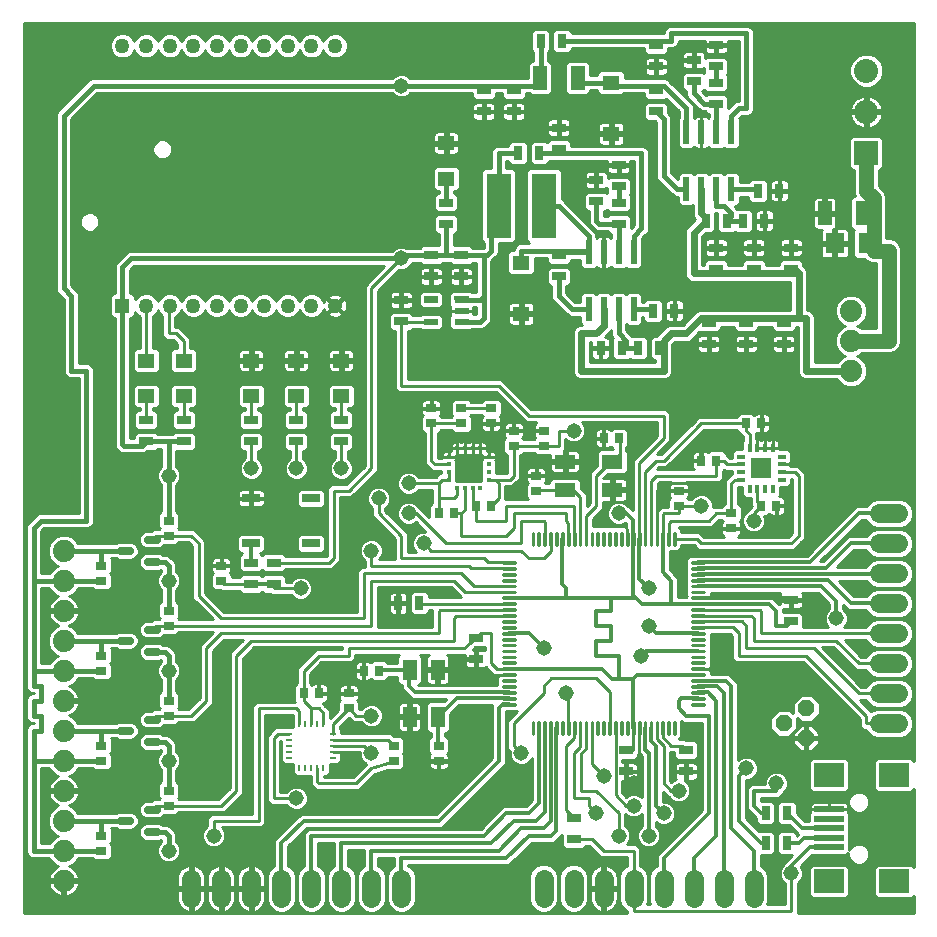
<source format=gtl>
G75*
G70*
%OFA0B0*%
%FSLAX24Y24*%
%IPPOS*%
%LPD*%
%AMOC8*
5,1,8,0,0,1.08239X$1,22.5*
%
%ADD10R,0.0689X0.0689*%
%ADD11R,0.0146X0.0256*%
%ADD12R,0.0256X0.0146*%
%ADD13R,0.0551X0.0472*%
%ADD14R,0.0500X0.0500*%
%ADD15C,0.0500*%
%ADD16R,0.0315X0.0472*%
%ADD17R,0.0472X0.0315*%
%ADD18C,0.0640*%
%ADD19R,0.0600X0.0300*%
%ADD20C,0.0740*%
%ADD21C,0.0094*%
%ADD22R,0.0098X0.0197*%
%ADD23R,0.0197X0.0098*%
%ADD24C,0.0256*%
%ADD25OC8,0.0560*%
%ADD26R,0.0709X0.0472*%
%ADD27R,0.0472X0.0709*%
%ADD28R,0.0118X0.0157*%
%ADD29R,0.0157X0.0118*%
%ADD30R,0.0354X0.0276*%
%ADD31R,0.0276X0.0354*%
%ADD32R,0.0800X0.0800*%
%ADD33C,0.0800*%
%ADD34R,0.0630X0.0709*%
%ADD35R,0.0472X0.0787*%
%ADD36R,0.0236X0.0787*%
%ADD37R,0.0846X0.2165*%
%ADD38R,0.0579X0.0500*%
%ADD39R,0.0984X0.0197*%
%ADD40R,0.0984X0.0787*%
%ADD41R,0.0217X0.0472*%
%ADD42C,0.0120*%
%ADD43C,0.0100*%
%ADD44C,0.0515*%
%ADD45C,0.0160*%
%ADD46C,0.0230*%
%ADD47C,0.0500*%
%ADD48C,0.0400*%
D10*
X024901Y015454D03*
D11*
X025285Y014765D03*
X025029Y014765D03*
X024773Y014765D03*
X024517Y014765D03*
X024517Y016143D03*
X024773Y016143D03*
X025029Y016143D03*
X025285Y016143D03*
D12*
X024212Y015070D03*
X024212Y015326D03*
X024212Y015581D03*
X024212Y015837D03*
X025590Y015837D03*
X025590Y015581D03*
X025590Y015326D03*
X025590Y015070D03*
D13*
X010901Y017863D03*
X010901Y019044D03*
X009401Y017863D03*
X009401Y019044D03*
X007901Y017863D03*
X007901Y019044D03*
X004401Y017863D03*
X004401Y019044D03*
X005651Y017863D03*
X005651Y019044D03*
X014401Y025113D03*
X014401Y026294D03*
D14*
X003608Y020873D03*
D15*
X004395Y020873D03*
X005183Y020873D03*
X005970Y020873D03*
X006757Y020873D03*
X007545Y020873D03*
X008332Y020873D03*
X009120Y020873D03*
X009907Y020873D03*
X010694Y020873D03*
X010694Y029534D03*
X009907Y029534D03*
X009120Y029534D03*
X008332Y029534D03*
X007545Y029534D03*
X006757Y029534D03*
X005970Y029534D03*
X005183Y029534D03*
X004395Y029534D03*
X003608Y029534D03*
D16*
X025047Y003954D03*
X025756Y003954D03*
X025047Y002954D03*
X025756Y002954D03*
X013506Y010954D03*
X012797Y010954D03*
X021297Y020704D03*
X022006Y020704D03*
X020797Y019454D03*
X021506Y019454D03*
X019547Y019454D03*
X020256Y019454D03*
X017506Y025954D03*
X016797Y025954D03*
X024797Y024704D03*
X025506Y024704D03*
X023756Y023704D03*
X023047Y023704D03*
X025006Y023704D03*
X024297Y023704D03*
X018256Y029704D03*
X017547Y029704D03*
D17*
X004401Y017058D03*
X004401Y016349D03*
X005651Y017058D03*
X005651Y016349D03*
X007901Y016349D03*
X007901Y017058D03*
X010901Y016349D03*
X010901Y017058D03*
X009401Y016349D03*
X009401Y017058D03*
X015401Y009099D03*
X015401Y009808D03*
X020401Y005349D03*
X020401Y006058D03*
X025901Y011058D03*
X025901Y010349D03*
X008651Y011599D03*
X008651Y012308D03*
X007901Y011599D03*
X007901Y012308D03*
X018651Y003808D03*
X018651Y003099D03*
X022401Y006058D03*
X022401Y005349D03*
X014401Y023599D03*
X014401Y024308D03*
X023151Y020308D03*
X023151Y019599D03*
X018151Y022558D03*
X018151Y021849D03*
X013901Y022558D03*
X013901Y021849D03*
X014901Y022558D03*
X014901Y021849D03*
X020151Y023599D03*
X020151Y024308D03*
X019401Y024349D03*
X019401Y025058D03*
X020151Y025558D03*
X020151Y024849D03*
X018151Y026808D03*
X018151Y026099D03*
X023401Y022099D03*
X023401Y022808D03*
X021401Y028058D03*
X021401Y027349D03*
X015651Y028058D03*
X015651Y027349D03*
X016651Y028058D03*
X016651Y027349D03*
X023401Y027599D03*
X023401Y028308D03*
X022651Y028349D03*
X022651Y029058D03*
X023401Y029558D03*
X023401Y028849D03*
X021401Y028849D03*
X021401Y029558D03*
X024401Y020308D03*
X024401Y019599D03*
X025651Y020308D03*
X025651Y019599D03*
X024651Y022099D03*
X024651Y022808D03*
X025901Y022099D03*
X025901Y022808D03*
X012901Y020349D03*
X012901Y021058D03*
D18*
X017651Y001774D02*
X017651Y001134D01*
X018651Y001134D02*
X018651Y001774D01*
X019651Y001774D02*
X019651Y001134D01*
X020651Y001134D02*
X020651Y001774D01*
X021651Y001774D02*
X021651Y001134D01*
X022651Y001134D02*
X022651Y001774D01*
X023651Y001774D02*
X023651Y001134D01*
X024651Y001134D02*
X024651Y001774D01*
X005901Y001774D02*
X005901Y001134D01*
X006901Y001134D02*
X006901Y001774D01*
X007901Y001774D02*
X007901Y001134D01*
X008901Y001134D02*
X008901Y001774D01*
X009901Y001774D02*
X009901Y001134D01*
X010901Y001134D02*
X010901Y001774D01*
X011901Y001774D02*
X011901Y001134D01*
X012901Y001134D02*
X012901Y001774D01*
X028831Y006954D02*
X029471Y006954D01*
X029471Y007954D02*
X028831Y007954D01*
X028831Y008954D02*
X029471Y008954D01*
X029471Y009954D02*
X028831Y009954D01*
X028831Y010954D02*
X029471Y010954D01*
X029471Y011954D02*
X028831Y011954D01*
X028831Y012954D02*
X029471Y012954D01*
X029471Y013954D02*
X028831Y013954D01*
D19*
X007901Y014454D03*
X009901Y014454D03*
X007901Y012954D03*
X009901Y012954D03*
D20*
X001651Y001704D03*
X001651Y002704D03*
X001651Y003704D03*
X001651Y004704D03*
X001651Y005704D03*
X001651Y006704D03*
X001651Y007704D03*
X001651Y008704D03*
X001651Y009704D03*
X001651Y010704D03*
X001651Y011704D03*
X001651Y012704D03*
X027901Y018704D03*
X027901Y019704D03*
X027901Y020704D03*
D21*
X022001Y012904D02*
X022001Y013302D01*
X022025Y013302D01*
X022025Y012904D01*
X022001Y012904D01*
X022001Y012997D02*
X022025Y012997D01*
X022025Y013090D02*
X022001Y013090D01*
X022001Y013183D02*
X022025Y013183D01*
X022025Y013276D02*
X022001Y013276D01*
X021805Y012904D02*
X021805Y013302D01*
X021829Y013302D01*
X021829Y012904D01*
X021805Y012904D01*
X021805Y012997D02*
X021829Y012997D01*
X021829Y013090D02*
X021805Y013090D01*
X021805Y013183D02*
X021829Y013183D01*
X021829Y013276D02*
X021805Y013276D01*
X021608Y012904D02*
X021608Y013302D01*
X021632Y013302D01*
X021632Y012904D01*
X021608Y012904D01*
X021608Y012997D02*
X021632Y012997D01*
X021632Y013090D02*
X021608Y013090D01*
X021608Y013183D02*
X021632Y013183D01*
X021632Y013276D02*
X021608Y013276D01*
X021411Y012904D02*
X021411Y013302D01*
X021435Y013302D01*
X021435Y012904D01*
X021411Y012904D01*
X021411Y012997D02*
X021435Y012997D01*
X021435Y013090D02*
X021411Y013090D01*
X021411Y013183D02*
X021435Y013183D01*
X021435Y013276D02*
X021411Y013276D01*
X021214Y012904D02*
X021214Y013302D01*
X021238Y013302D01*
X021238Y012904D01*
X021214Y012904D01*
X021214Y012997D02*
X021238Y012997D01*
X021238Y013090D02*
X021214Y013090D01*
X021214Y013183D02*
X021238Y013183D01*
X021238Y013276D02*
X021214Y013276D01*
X021017Y012904D02*
X021017Y013302D01*
X021041Y013302D01*
X021041Y012904D01*
X021017Y012904D01*
X021017Y012997D02*
X021041Y012997D01*
X021041Y013090D02*
X021017Y013090D01*
X021017Y013183D02*
X021041Y013183D01*
X021041Y013276D02*
X021017Y013276D01*
X020820Y012904D02*
X020820Y013302D01*
X020844Y013302D01*
X020844Y012904D01*
X020820Y012904D01*
X020820Y012997D02*
X020844Y012997D01*
X020844Y013090D02*
X020820Y013090D01*
X020820Y013183D02*
X020844Y013183D01*
X020844Y013276D02*
X020820Y013276D01*
X020623Y012904D02*
X020623Y013302D01*
X020647Y013302D01*
X020647Y012904D01*
X020623Y012904D01*
X020623Y012997D02*
X020647Y012997D01*
X020647Y013090D02*
X020623Y013090D01*
X020623Y013183D02*
X020647Y013183D01*
X020647Y013276D02*
X020623Y013276D01*
X020427Y012904D02*
X020427Y013302D01*
X020451Y013302D01*
X020451Y012904D01*
X020427Y012904D01*
X020427Y012997D02*
X020451Y012997D01*
X020451Y013090D02*
X020427Y013090D01*
X020427Y013183D02*
X020451Y013183D01*
X020451Y013276D02*
X020427Y013276D01*
X020230Y012904D02*
X020230Y013302D01*
X020254Y013302D01*
X020254Y012904D01*
X020230Y012904D01*
X020230Y012997D02*
X020254Y012997D01*
X020254Y013090D02*
X020230Y013090D01*
X020230Y013183D02*
X020254Y013183D01*
X020254Y013276D02*
X020230Y013276D01*
X020033Y012904D02*
X020033Y013302D01*
X020057Y013302D01*
X020057Y012904D01*
X020033Y012904D01*
X020033Y012997D02*
X020057Y012997D01*
X020057Y013090D02*
X020033Y013090D01*
X020033Y013183D02*
X020057Y013183D01*
X020057Y013276D02*
X020033Y013276D01*
X019836Y012904D02*
X019836Y013302D01*
X019860Y013302D01*
X019860Y012904D01*
X019836Y012904D01*
X019836Y012997D02*
X019860Y012997D01*
X019860Y013090D02*
X019836Y013090D01*
X019836Y013183D02*
X019860Y013183D01*
X019860Y013276D02*
X019836Y013276D01*
X019639Y012904D02*
X019639Y013302D01*
X019663Y013302D01*
X019663Y012904D01*
X019639Y012904D01*
X019639Y012997D02*
X019663Y012997D01*
X019663Y013090D02*
X019639Y013090D01*
X019639Y013183D02*
X019663Y013183D01*
X019663Y013276D02*
X019639Y013276D01*
X019442Y012904D02*
X019442Y013302D01*
X019466Y013302D01*
X019466Y012904D01*
X019442Y012904D01*
X019442Y012997D02*
X019466Y012997D01*
X019466Y013090D02*
X019442Y013090D01*
X019442Y013183D02*
X019466Y013183D01*
X019466Y013276D02*
X019442Y013276D01*
X019245Y012904D02*
X019245Y013302D01*
X019269Y013302D01*
X019269Y012904D01*
X019245Y012904D01*
X019245Y012997D02*
X019269Y012997D01*
X019269Y013090D02*
X019245Y013090D01*
X019245Y013183D02*
X019269Y013183D01*
X019269Y013276D02*
X019245Y013276D01*
X019049Y012904D02*
X019049Y013302D01*
X019073Y013302D01*
X019073Y012904D01*
X019049Y012904D01*
X019049Y012997D02*
X019073Y012997D01*
X019073Y013090D02*
X019049Y013090D01*
X019049Y013183D02*
X019073Y013183D01*
X019073Y013276D02*
X019049Y013276D01*
X018852Y012904D02*
X018852Y013302D01*
X018876Y013302D01*
X018876Y012904D01*
X018852Y012904D01*
X018852Y012997D02*
X018876Y012997D01*
X018876Y013090D02*
X018852Y013090D01*
X018852Y013183D02*
X018876Y013183D01*
X018876Y013276D02*
X018852Y013276D01*
X018655Y012904D02*
X018655Y013302D01*
X018679Y013302D01*
X018679Y012904D01*
X018655Y012904D01*
X018655Y012997D02*
X018679Y012997D01*
X018679Y013090D02*
X018655Y013090D01*
X018655Y013183D02*
X018679Y013183D01*
X018679Y013276D02*
X018655Y013276D01*
X018458Y012904D02*
X018458Y013302D01*
X018482Y013302D01*
X018482Y012904D01*
X018458Y012904D01*
X018458Y012997D02*
X018482Y012997D01*
X018482Y013090D02*
X018458Y013090D01*
X018458Y013183D02*
X018482Y013183D01*
X018482Y013276D02*
X018458Y013276D01*
X018261Y012904D02*
X018261Y013302D01*
X018285Y013302D01*
X018285Y012904D01*
X018261Y012904D01*
X018261Y012997D02*
X018285Y012997D01*
X018285Y013090D02*
X018261Y013090D01*
X018261Y013183D02*
X018285Y013183D01*
X018285Y013276D02*
X018261Y013276D01*
X018064Y012904D02*
X018064Y013302D01*
X018088Y013302D01*
X018088Y012904D01*
X018064Y012904D01*
X018064Y012997D02*
X018088Y012997D01*
X018088Y013090D02*
X018064Y013090D01*
X018064Y013183D02*
X018088Y013183D01*
X018088Y013276D02*
X018064Y013276D01*
X017868Y012904D02*
X017868Y013302D01*
X017892Y013302D01*
X017892Y012904D01*
X017868Y012904D01*
X017868Y012997D02*
X017892Y012997D01*
X017892Y013090D02*
X017868Y013090D01*
X017868Y013183D02*
X017892Y013183D01*
X017892Y013276D02*
X017868Y013276D01*
X017671Y012904D02*
X017671Y013302D01*
X017695Y013302D01*
X017695Y012904D01*
X017671Y012904D01*
X017671Y012997D02*
X017695Y012997D01*
X017695Y013090D02*
X017671Y013090D01*
X017671Y013183D02*
X017695Y013183D01*
X017695Y013276D02*
X017671Y013276D01*
X017474Y012904D02*
X017474Y013302D01*
X017498Y013302D01*
X017498Y012904D01*
X017474Y012904D01*
X017474Y012997D02*
X017498Y012997D01*
X017498Y013090D02*
X017474Y013090D01*
X017474Y013183D02*
X017498Y013183D01*
X017498Y013276D02*
X017474Y013276D01*
X017277Y012904D02*
X017277Y013302D01*
X017301Y013302D01*
X017301Y012904D01*
X017277Y012904D01*
X017277Y012997D02*
X017301Y012997D01*
X017301Y013090D02*
X017277Y013090D01*
X017277Y013183D02*
X017301Y013183D01*
X017301Y013276D02*
X017277Y013276D01*
X016303Y012304D02*
X016303Y012328D01*
X016701Y012328D01*
X016701Y012304D01*
X016303Y012304D01*
X016303Y012107D02*
X016303Y012131D01*
X016701Y012131D01*
X016701Y012107D01*
X016303Y012107D01*
X016303Y011910D02*
X016303Y011934D01*
X016701Y011934D01*
X016701Y011910D01*
X016303Y011910D01*
X016303Y011713D02*
X016303Y011737D01*
X016701Y011737D01*
X016701Y011713D01*
X016303Y011713D01*
X016303Y011516D02*
X016303Y011540D01*
X016701Y011540D01*
X016701Y011516D01*
X016303Y011516D01*
X016303Y011319D02*
X016303Y011343D01*
X016701Y011343D01*
X016701Y011319D01*
X016303Y011319D01*
X016303Y011123D02*
X016303Y011147D01*
X016701Y011147D01*
X016701Y011123D01*
X016303Y011123D01*
X016303Y010926D02*
X016303Y010950D01*
X016701Y010950D01*
X016701Y010926D01*
X016303Y010926D01*
X016303Y010729D02*
X016303Y010753D01*
X016701Y010753D01*
X016701Y010729D01*
X016303Y010729D01*
X016303Y010532D02*
X016303Y010556D01*
X016701Y010556D01*
X016701Y010532D01*
X016303Y010532D01*
X016303Y010335D02*
X016303Y010359D01*
X016701Y010359D01*
X016701Y010335D01*
X016303Y010335D01*
X016303Y010138D02*
X016303Y010162D01*
X016701Y010162D01*
X016701Y010138D01*
X016303Y010138D01*
X016303Y009942D02*
X016303Y009966D01*
X016701Y009966D01*
X016701Y009942D01*
X016303Y009942D01*
X016303Y009745D02*
X016303Y009769D01*
X016701Y009769D01*
X016701Y009745D01*
X016303Y009745D01*
X016303Y009548D02*
X016303Y009572D01*
X016701Y009572D01*
X016701Y009548D01*
X016303Y009548D01*
X016303Y009351D02*
X016303Y009375D01*
X016701Y009375D01*
X016701Y009351D01*
X016303Y009351D01*
X016303Y009154D02*
X016303Y009178D01*
X016701Y009178D01*
X016701Y009154D01*
X016303Y009154D01*
X016303Y008957D02*
X016303Y008981D01*
X016701Y008981D01*
X016701Y008957D01*
X016303Y008957D01*
X016303Y008760D02*
X016303Y008784D01*
X016701Y008784D01*
X016701Y008760D01*
X016303Y008760D01*
X016303Y008564D02*
X016303Y008588D01*
X016701Y008588D01*
X016701Y008564D01*
X016303Y008564D01*
X016303Y008367D02*
X016303Y008391D01*
X016701Y008391D01*
X016701Y008367D01*
X016303Y008367D01*
X016303Y008170D02*
X016303Y008194D01*
X016701Y008194D01*
X016701Y008170D01*
X016303Y008170D01*
X016303Y007973D02*
X016303Y007997D01*
X016701Y007997D01*
X016701Y007973D01*
X016303Y007973D01*
X016303Y007776D02*
X016303Y007800D01*
X016701Y007800D01*
X016701Y007776D01*
X016303Y007776D01*
X016303Y007579D02*
X016303Y007603D01*
X016701Y007603D01*
X016701Y007579D01*
X016303Y007579D01*
X017277Y006605D02*
X017277Y007003D01*
X017301Y007003D01*
X017301Y006605D01*
X017277Y006605D01*
X017277Y006698D02*
X017301Y006698D01*
X017301Y006791D02*
X017277Y006791D01*
X017277Y006884D02*
X017301Y006884D01*
X017301Y006977D02*
X017277Y006977D01*
X017474Y006605D02*
X017474Y007003D01*
X017498Y007003D01*
X017498Y006605D01*
X017474Y006605D01*
X017474Y006698D02*
X017498Y006698D01*
X017498Y006791D02*
X017474Y006791D01*
X017474Y006884D02*
X017498Y006884D01*
X017498Y006977D02*
X017474Y006977D01*
X017671Y006605D02*
X017671Y007003D01*
X017695Y007003D01*
X017695Y006605D01*
X017671Y006605D01*
X017671Y006698D02*
X017695Y006698D01*
X017695Y006791D02*
X017671Y006791D01*
X017671Y006884D02*
X017695Y006884D01*
X017695Y006977D02*
X017671Y006977D01*
X017868Y006605D02*
X017868Y007003D01*
X017892Y007003D01*
X017892Y006605D01*
X017868Y006605D01*
X017868Y006698D02*
X017892Y006698D01*
X017892Y006791D02*
X017868Y006791D01*
X017868Y006884D02*
X017892Y006884D01*
X017892Y006977D02*
X017868Y006977D01*
X018064Y006605D02*
X018064Y007003D01*
X018088Y007003D01*
X018088Y006605D01*
X018064Y006605D01*
X018064Y006698D02*
X018088Y006698D01*
X018088Y006791D02*
X018064Y006791D01*
X018064Y006884D02*
X018088Y006884D01*
X018088Y006977D02*
X018064Y006977D01*
X018261Y006605D02*
X018261Y007003D01*
X018285Y007003D01*
X018285Y006605D01*
X018261Y006605D01*
X018261Y006698D02*
X018285Y006698D01*
X018285Y006791D02*
X018261Y006791D01*
X018261Y006884D02*
X018285Y006884D01*
X018285Y006977D02*
X018261Y006977D01*
X018458Y006605D02*
X018458Y007003D01*
X018482Y007003D01*
X018482Y006605D01*
X018458Y006605D01*
X018458Y006698D02*
X018482Y006698D01*
X018482Y006791D02*
X018458Y006791D01*
X018458Y006884D02*
X018482Y006884D01*
X018482Y006977D02*
X018458Y006977D01*
X018655Y006605D02*
X018655Y007003D01*
X018679Y007003D01*
X018679Y006605D01*
X018655Y006605D01*
X018655Y006698D02*
X018679Y006698D01*
X018679Y006791D02*
X018655Y006791D01*
X018655Y006884D02*
X018679Y006884D01*
X018679Y006977D02*
X018655Y006977D01*
X018852Y006605D02*
X018852Y007003D01*
X018876Y007003D01*
X018876Y006605D01*
X018852Y006605D01*
X018852Y006698D02*
X018876Y006698D01*
X018876Y006791D02*
X018852Y006791D01*
X018852Y006884D02*
X018876Y006884D01*
X018876Y006977D02*
X018852Y006977D01*
X019049Y006605D02*
X019049Y007003D01*
X019073Y007003D01*
X019073Y006605D01*
X019049Y006605D01*
X019049Y006698D02*
X019073Y006698D01*
X019073Y006791D02*
X019049Y006791D01*
X019049Y006884D02*
X019073Y006884D01*
X019073Y006977D02*
X019049Y006977D01*
X019245Y006605D02*
X019245Y007003D01*
X019269Y007003D01*
X019269Y006605D01*
X019245Y006605D01*
X019245Y006698D02*
X019269Y006698D01*
X019269Y006791D02*
X019245Y006791D01*
X019245Y006884D02*
X019269Y006884D01*
X019269Y006977D02*
X019245Y006977D01*
X019442Y006605D02*
X019442Y007003D01*
X019466Y007003D01*
X019466Y006605D01*
X019442Y006605D01*
X019442Y006698D02*
X019466Y006698D01*
X019466Y006791D02*
X019442Y006791D01*
X019442Y006884D02*
X019466Y006884D01*
X019466Y006977D02*
X019442Y006977D01*
X019639Y006605D02*
X019639Y007003D01*
X019663Y007003D01*
X019663Y006605D01*
X019639Y006605D01*
X019639Y006698D02*
X019663Y006698D01*
X019663Y006791D02*
X019639Y006791D01*
X019639Y006884D02*
X019663Y006884D01*
X019663Y006977D02*
X019639Y006977D01*
X019836Y006605D02*
X019836Y007003D01*
X019860Y007003D01*
X019860Y006605D01*
X019836Y006605D01*
X019836Y006698D02*
X019860Y006698D01*
X019860Y006791D02*
X019836Y006791D01*
X019836Y006884D02*
X019860Y006884D01*
X019860Y006977D02*
X019836Y006977D01*
X020033Y006605D02*
X020033Y007003D01*
X020057Y007003D01*
X020057Y006605D01*
X020033Y006605D01*
X020033Y006698D02*
X020057Y006698D01*
X020057Y006791D02*
X020033Y006791D01*
X020033Y006884D02*
X020057Y006884D01*
X020057Y006977D02*
X020033Y006977D01*
X020230Y006605D02*
X020230Y007003D01*
X020254Y007003D01*
X020254Y006605D01*
X020230Y006605D01*
X020230Y006698D02*
X020254Y006698D01*
X020254Y006791D02*
X020230Y006791D01*
X020230Y006884D02*
X020254Y006884D01*
X020254Y006977D02*
X020230Y006977D01*
X020427Y006605D02*
X020427Y007003D01*
X020451Y007003D01*
X020451Y006605D01*
X020427Y006605D01*
X020427Y006698D02*
X020451Y006698D01*
X020451Y006791D02*
X020427Y006791D01*
X020427Y006884D02*
X020451Y006884D01*
X020451Y006977D02*
X020427Y006977D01*
X020623Y006605D02*
X020623Y007003D01*
X020647Y007003D01*
X020647Y006605D01*
X020623Y006605D01*
X020623Y006698D02*
X020647Y006698D01*
X020647Y006791D02*
X020623Y006791D01*
X020623Y006884D02*
X020647Y006884D01*
X020647Y006977D02*
X020623Y006977D01*
X020820Y006605D02*
X020820Y007003D01*
X020844Y007003D01*
X020844Y006605D01*
X020820Y006605D01*
X020820Y006698D02*
X020844Y006698D01*
X020844Y006791D02*
X020820Y006791D01*
X020820Y006884D02*
X020844Y006884D01*
X020844Y006977D02*
X020820Y006977D01*
X021017Y006605D02*
X021017Y007003D01*
X021041Y007003D01*
X021041Y006605D01*
X021017Y006605D01*
X021017Y006698D02*
X021041Y006698D01*
X021041Y006791D02*
X021017Y006791D01*
X021017Y006884D02*
X021041Y006884D01*
X021041Y006977D02*
X021017Y006977D01*
X021214Y006605D02*
X021214Y007003D01*
X021238Y007003D01*
X021238Y006605D01*
X021214Y006605D01*
X021214Y006698D02*
X021238Y006698D01*
X021238Y006791D02*
X021214Y006791D01*
X021214Y006884D02*
X021238Y006884D01*
X021238Y006977D02*
X021214Y006977D01*
X021411Y006605D02*
X021411Y007003D01*
X021435Y007003D01*
X021435Y006605D01*
X021411Y006605D01*
X021411Y006698D02*
X021435Y006698D01*
X021435Y006791D02*
X021411Y006791D01*
X021411Y006884D02*
X021435Y006884D01*
X021435Y006977D02*
X021411Y006977D01*
X021608Y006605D02*
X021608Y007003D01*
X021632Y007003D01*
X021632Y006605D01*
X021608Y006605D01*
X021608Y006698D02*
X021632Y006698D01*
X021632Y006791D02*
X021608Y006791D01*
X021608Y006884D02*
X021632Y006884D01*
X021632Y006977D02*
X021608Y006977D01*
X021805Y006605D02*
X021805Y007003D01*
X021829Y007003D01*
X021829Y006605D01*
X021805Y006605D01*
X021805Y006698D02*
X021829Y006698D01*
X021829Y006791D02*
X021805Y006791D01*
X021805Y006884D02*
X021829Y006884D01*
X021829Y006977D02*
X021805Y006977D01*
X022001Y006605D02*
X022001Y007003D01*
X022025Y007003D01*
X022025Y006605D01*
X022001Y006605D01*
X022001Y006698D02*
X022025Y006698D01*
X022025Y006791D02*
X022001Y006791D01*
X022001Y006884D02*
X022025Y006884D01*
X022025Y006977D02*
X022001Y006977D01*
X022602Y007579D02*
X022602Y007603D01*
X023000Y007603D01*
X023000Y007579D01*
X022602Y007579D01*
X022602Y007776D02*
X022602Y007800D01*
X023000Y007800D01*
X023000Y007776D01*
X022602Y007776D01*
X022602Y007973D02*
X022602Y007997D01*
X023000Y007997D01*
X023000Y007973D01*
X022602Y007973D01*
X022602Y008170D02*
X022602Y008194D01*
X023000Y008194D01*
X023000Y008170D01*
X022602Y008170D01*
X022602Y008367D02*
X022602Y008391D01*
X023000Y008391D01*
X023000Y008367D01*
X022602Y008367D01*
X022602Y008564D02*
X022602Y008588D01*
X023000Y008588D01*
X023000Y008564D01*
X022602Y008564D01*
X022602Y008760D02*
X022602Y008784D01*
X023000Y008784D01*
X023000Y008760D01*
X022602Y008760D01*
X022602Y008957D02*
X022602Y008981D01*
X023000Y008981D01*
X023000Y008957D01*
X022602Y008957D01*
X022602Y009154D02*
X022602Y009178D01*
X023000Y009178D01*
X023000Y009154D01*
X022602Y009154D01*
X022602Y009351D02*
X022602Y009375D01*
X023000Y009375D01*
X023000Y009351D01*
X022602Y009351D01*
X022602Y009548D02*
X022602Y009572D01*
X023000Y009572D01*
X023000Y009548D01*
X022602Y009548D01*
X022602Y009745D02*
X022602Y009769D01*
X023000Y009769D01*
X023000Y009745D01*
X022602Y009745D01*
X022602Y009942D02*
X022602Y009966D01*
X023000Y009966D01*
X023000Y009942D01*
X022602Y009942D01*
X022602Y010138D02*
X022602Y010162D01*
X023000Y010162D01*
X023000Y010138D01*
X022602Y010138D01*
X022602Y010335D02*
X022602Y010359D01*
X023000Y010359D01*
X023000Y010335D01*
X022602Y010335D01*
X022602Y010532D02*
X022602Y010556D01*
X023000Y010556D01*
X023000Y010532D01*
X022602Y010532D01*
X022602Y010729D02*
X022602Y010753D01*
X023000Y010753D01*
X023000Y010729D01*
X022602Y010729D01*
X022602Y010926D02*
X022602Y010950D01*
X023000Y010950D01*
X023000Y010926D01*
X022602Y010926D01*
X022602Y011123D02*
X022602Y011147D01*
X023000Y011147D01*
X023000Y011123D01*
X022602Y011123D01*
X022602Y011319D02*
X022602Y011343D01*
X023000Y011343D01*
X023000Y011319D01*
X022602Y011319D01*
X022602Y011516D02*
X022602Y011540D01*
X023000Y011540D01*
X023000Y011516D01*
X022602Y011516D01*
X022602Y011713D02*
X022602Y011737D01*
X023000Y011737D01*
X023000Y011713D01*
X022602Y011713D01*
X022602Y011910D02*
X022602Y011934D01*
X023000Y011934D01*
X023000Y011910D01*
X022602Y011910D01*
X022602Y012107D02*
X022602Y012131D01*
X023000Y012131D01*
X023000Y012107D01*
X022602Y012107D01*
X022602Y012304D02*
X022602Y012328D01*
X023000Y012328D01*
X023000Y012304D01*
X022602Y012304D01*
D22*
X009901Y006932D03*
X010098Y006932D03*
X010295Y006932D03*
X009704Y006932D03*
X009507Y006932D03*
X009901Y005475D03*
X010098Y005475D03*
X010295Y005475D03*
X009704Y005475D03*
X009507Y005475D03*
D23*
X009173Y006204D03*
X009173Y006400D03*
X009173Y006597D03*
X009173Y006007D03*
X009173Y005810D03*
X010630Y006204D03*
X010630Y006400D03*
X010630Y006597D03*
X010630Y006007D03*
X010630Y005810D03*
D24*
X004751Y003330D02*
X004457Y003330D01*
X004457Y004078D02*
X004751Y004078D01*
X003845Y003704D02*
X003551Y003704D01*
X004457Y006330D02*
X004751Y006330D01*
X004751Y007078D02*
X004457Y007078D01*
X003845Y006704D02*
X003551Y006704D01*
X004457Y009330D02*
X004751Y009330D01*
X004751Y010078D02*
X004457Y010078D01*
X003845Y009704D02*
X003551Y009704D01*
X004457Y012330D02*
X004751Y012330D01*
X004751Y013078D02*
X004457Y013078D01*
X003845Y012704D02*
X003551Y012704D01*
D25*
X026401Y006454D03*
X025651Y006954D03*
X026401Y007454D03*
D26*
X019939Y015676D03*
X018364Y015676D03*
X019939Y014731D03*
X018364Y014731D03*
D27*
X013179Y008741D03*
X013179Y007166D03*
X014124Y008741D03*
X014124Y007166D03*
D28*
X014767Y014784D03*
X015023Y014784D03*
X015535Y014784D03*
X015279Y014784D03*
X014767Y016123D03*
X015023Y016123D03*
X015535Y016123D03*
X015279Y016123D03*
D29*
X014482Y015070D03*
X014482Y015326D03*
X014482Y015837D03*
X014482Y015581D03*
X015820Y015837D03*
X015820Y015581D03*
X015820Y015070D03*
X015820Y015326D03*
D30*
X017651Y016198D03*
X017651Y016709D03*
X016651Y016198D03*
X016651Y016709D03*
X014901Y016948D03*
X014901Y017459D03*
X013901Y016948D03*
X013901Y017459D03*
X015901Y016948D03*
X015901Y017459D03*
X022151Y014198D03*
X022151Y014709D03*
X023901Y013959D03*
X023901Y013448D03*
X017401Y014698D03*
X017401Y015209D03*
X014151Y006209D03*
X014151Y005698D03*
X006901Y011698D03*
X006901Y012209D03*
X005151Y004198D03*
X005151Y004709D03*
X002901Y003209D03*
X002901Y002698D03*
X005151Y007198D03*
X005151Y007709D03*
X002901Y006209D03*
X002901Y005698D03*
X005151Y010198D03*
X005151Y010709D03*
X002901Y009209D03*
X002901Y008698D03*
X005151Y013198D03*
X005151Y013709D03*
X002901Y012209D03*
X002901Y011698D03*
X011151Y007959D03*
X011151Y007448D03*
X012651Y005698D03*
X012651Y006209D03*
D31*
X014657Y013954D03*
X014145Y013954D03*
X015395Y014204D03*
X015907Y014204D03*
X024895Y014204D03*
X025407Y014204D03*
X023407Y015704D03*
X022895Y015704D03*
X024395Y016954D03*
X024907Y016954D03*
X020157Y016454D03*
X019645Y016454D03*
X012157Y008704D03*
X011645Y008704D03*
X010157Y007954D03*
X009645Y007954D03*
D32*
X028401Y025954D03*
D33*
X028401Y027331D03*
X028401Y028709D03*
D34*
X028452Y022954D03*
X027350Y022954D03*
D35*
X028281Y023954D03*
X027021Y023954D03*
X017521Y028454D03*
X018781Y028454D03*
D36*
X020151Y022648D03*
X020651Y022648D03*
X019651Y022648D03*
X019151Y022648D03*
X019651Y020759D03*
X020151Y020759D03*
X020651Y020759D03*
X019151Y020759D03*
X023401Y026648D03*
X023901Y026648D03*
X022901Y026648D03*
X022401Y026648D03*
X022901Y024759D03*
X023401Y024759D03*
X023901Y024759D03*
X022401Y024759D03*
D37*
X016145Y024204D03*
X017657Y024204D03*
D38*
X016901Y020607D03*
X016901Y022300D03*
X019901Y026607D03*
X019901Y028300D03*
D39*
X027167Y003454D03*
X027167Y003139D03*
X027167Y004083D03*
X027167Y003769D03*
X027167Y002824D03*
D40*
X029332Y005225D03*
X029332Y001682D03*
X027167Y005225D03*
X027167Y001682D03*
D41*
G36*
X015149Y020438D02*
X015150Y020223D01*
X014679Y020222D01*
X014678Y020437D01*
X015149Y020438D01*
G37*
G36*
X015148Y020812D02*
X015149Y020597D01*
X014678Y020596D01*
X014677Y020811D01*
X015148Y020812D01*
G37*
G36*
X015147Y021186D02*
X015148Y020971D01*
X014677Y020970D01*
X014676Y021185D01*
X015147Y021186D01*
G37*
G36*
X014124Y021185D02*
X014125Y020970D01*
X013654Y020969D01*
X013653Y021184D01*
X014124Y021185D01*
G37*
G36*
X014125Y020437D02*
X014126Y020222D01*
X013655Y020221D01*
X013654Y020436D01*
X014125Y020437D01*
G37*
D42*
X022801Y011135D02*
X025824Y011135D01*
X025901Y011058D01*
X027167Y002824D02*
X026521Y002824D01*
X025901Y002204D01*
X025901Y001954D01*
X022801Y010938D02*
X025167Y010938D01*
X025401Y010704D01*
X025401Y010204D01*
X025756Y010204D01*
X025901Y010349D01*
X020917Y010938D02*
X021901Y010938D01*
X022801Y010938D01*
X020720Y011135D02*
X020635Y011219D01*
X016502Y011135D02*
X018401Y011135D01*
X019901Y011135D01*
X020720Y011135D01*
X020917Y010938D01*
X018273Y013103D02*
X018273Y011581D01*
X018401Y011454D01*
X018401Y011135D01*
X019582Y008772D02*
X016502Y008772D01*
X020773Y008576D02*
X022801Y008576D01*
X020635Y006804D02*
X020635Y008438D01*
X020773Y008576D01*
X019917Y008438D02*
X020151Y008438D01*
X020635Y008438D01*
X019917Y008438D02*
X019582Y008772D01*
X019901Y011135D02*
X019901Y010704D01*
X019401Y010704D01*
X019401Y010204D01*
X019901Y010204D01*
X019901Y009704D01*
X019401Y009704D01*
X019401Y009204D01*
X020151Y009204D01*
X020151Y008438D01*
X020635Y013103D02*
X020635Y013719D01*
X020401Y013954D01*
X020151Y013954D01*
X020635Y013103D02*
X020635Y011219D01*
X021620Y013103D02*
X021620Y011985D01*
X021901Y011704D01*
X021901Y010938D01*
X022801Y007788D02*
X022236Y007788D01*
X022151Y007704D01*
X022151Y007454D01*
X022401Y007204D01*
X023151Y007204D01*
X023151Y003954D01*
X021651Y002454D01*
X021651Y001454D01*
X022801Y007985D02*
X023120Y007985D01*
X023401Y007704D02*
X023401Y003204D01*
X022651Y002454D01*
X022651Y001454D01*
X023401Y007704D02*
X023120Y007985D01*
X022801Y008182D02*
X023423Y008182D01*
X023651Y007954D01*
X023651Y001454D01*
X022801Y008379D02*
X023726Y008379D01*
X023901Y008204D01*
X023901Y003454D01*
X024651Y002704D01*
X024651Y001454D01*
X008651Y011599D02*
X007901Y011599D01*
X022801Y009363D02*
X021061Y009363D01*
X020901Y009204D01*
X021226Y006804D02*
X021226Y006379D01*
X021401Y006204D01*
X021401Y004204D01*
X021651Y003954D01*
X025047Y003954D02*
X024901Y003954D01*
X024651Y004204D01*
X025401Y004954D02*
X025401Y004704D01*
X024651Y004704D01*
X024651Y004204D01*
X027167Y003454D02*
X026256Y003454D01*
X025756Y003954D01*
X027167Y003139D02*
X026336Y003139D01*
X026151Y002954D01*
X025756Y002954D01*
X021029Y006804D02*
X021029Y006076D01*
X021151Y005954D01*
X025047Y002954D02*
X024901Y002954D01*
X024151Y003704D01*
X024151Y005204D01*
X021151Y005954D02*
X021151Y003204D01*
X024151Y005204D02*
X024401Y005454D01*
X007901Y012308D02*
X007901Y012954D01*
X016502Y007985D02*
X013370Y007985D01*
X013151Y008204D01*
X013151Y008713D01*
X013179Y008741D01*
X012194Y008741D01*
X012157Y008704D01*
X016502Y007788D02*
X014746Y007788D01*
X014124Y007166D01*
X014124Y006237D01*
X014151Y006209D01*
X018076Y006804D02*
X018076Y003379D01*
X017901Y003204D01*
X017151Y003204D01*
X016401Y002454D01*
X012901Y002454D01*
X012901Y001454D01*
X017880Y006804D02*
X017880Y003682D01*
X017651Y003454D01*
X016901Y003454D01*
X016151Y002704D01*
X011901Y002704D01*
X011901Y001454D01*
X017683Y006804D02*
X017683Y003985D01*
X017401Y003704D01*
X016651Y003704D01*
X015901Y002954D01*
X010901Y002954D01*
X010901Y001454D01*
X017486Y006804D02*
X017486Y004288D01*
X017151Y003954D01*
X016401Y003954D01*
X015651Y003204D01*
X009901Y003204D01*
X009901Y001454D01*
X016502Y007591D02*
X016289Y007591D01*
X016151Y007454D01*
X016151Y005704D01*
X014151Y003704D01*
X009651Y003704D01*
X008901Y002954D01*
X008901Y001454D01*
X022801Y012316D02*
X026513Y012316D01*
X028151Y013954D01*
X029151Y013954D01*
X022801Y012119D02*
X027067Y012119D01*
X027901Y012954D01*
X029151Y012954D01*
X022801Y011922D02*
X029120Y011922D01*
X029151Y011954D01*
X022801Y011725D02*
X027130Y011725D01*
X027901Y010954D01*
X029151Y010954D01*
X026901Y011528D02*
X022801Y011528D01*
X027401Y010454D02*
X027401Y011028D01*
X026901Y011528D01*
X020832Y013103D02*
X020832Y011772D01*
X021151Y011454D01*
X022801Y009954D02*
X021401Y009954D01*
X021151Y010204D01*
X016502Y009954D02*
X017151Y009954D01*
X017651Y009454D01*
D43*
X010098Y007900D02*
X010151Y007954D01*
X010157Y007954D01*
X011145Y007954D02*
X011151Y007959D01*
X000901Y005454D02*
X001170Y005454D01*
X001193Y005398D01*
X001345Y005246D01*
X001474Y005193D01*
X001452Y005185D01*
X001379Y005148D01*
X001312Y005100D01*
X001255Y005042D01*
X001206Y004976D01*
X001169Y004903D01*
X001144Y004825D01*
X001133Y004753D01*
X001601Y004753D01*
X001601Y004654D01*
X001133Y004654D01*
X001144Y004582D01*
X001169Y004504D01*
X001206Y004431D01*
X001255Y004365D01*
X001312Y004307D01*
X001379Y004259D01*
X001452Y004222D01*
X001474Y004214D01*
X001345Y004161D01*
X001193Y004009D01*
X001111Y003811D01*
X001111Y003596D01*
X001193Y003398D01*
X001345Y003246D01*
X001447Y003204D01*
X001345Y003161D01*
X001193Y003009D01*
X001170Y002954D01*
X000901Y002954D01*
X000901Y005454D01*
X000901Y011454D02*
X001170Y011454D01*
X001193Y011398D01*
X001345Y011246D01*
X001474Y011193D01*
X001452Y011185D01*
X001379Y011148D01*
X001312Y011100D01*
X001255Y011042D01*
X001206Y010976D01*
X001169Y010903D01*
X001144Y010825D01*
X001133Y010753D01*
X001601Y010753D01*
X001601Y010654D01*
X001133Y010654D01*
X001144Y010582D01*
X001169Y010504D01*
X001206Y010431D01*
X001255Y010365D01*
X001312Y010307D01*
X001379Y010259D01*
X001452Y010222D01*
X001474Y010214D01*
X001345Y010161D01*
X001193Y010009D01*
X001111Y009811D01*
X001111Y009596D01*
X001193Y009398D01*
X001345Y009246D01*
X001447Y009204D01*
X001345Y009161D01*
X001193Y009009D01*
X001170Y008954D01*
X000901Y008954D01*
X000901Y011454D01*
X014196Y020607D02*
X013583Y020606D01*
X013525Y020549D01*
X013307Y020549D01*
X013307Y020577D01*
X013208Y020677D01*
X012595Y020677D01*
X012495Y020577D01*
X012495Y020121D01*
X012595Y020022D01*
X012681Y020022D01*
X012681Y018112D01*
X012810Y017984D01*
X012992Y017984D01*
X016060Y017984D01*
X017060Y016984D01*
X017242Y016984D01*
X017410Y016984D01*
X017382Y016967D01*
X017354Y016939D01*
X017334Y016905D01*
X017324Y016867D01*
X017324Y016728D01*
X017632Y016728D01*
X017632Y016690D01*
X017324Y016690D01*
X017324Y016552D01*
X017334Y016514D01*
X017354Y016480D01*
X017366Y016468D01*
X017316Y016418D01*
X016987Y016418D01*
X016936Y016468D01*
X016948Y016480D01*
X016968Y016514D01*
X016978Y016552D01*
X016978Y016690D01*
X016670Y016690D01*
X016670Y016728D01*
X016978Y016728D01*
X016978Y016867D01*
X016968Y016905D01*
X016948Y016939D01*
X016920Y016967D01*
X016886Y016987D01*
X016848Y016997D01*
X016670Y016997D01*
X016670Y016729D01*
X016632Y016729D01*
X016632Y016997D01*
X016454Y016997D01*
X016416Y016987D01*
X016382Y016967D01*
X016354Y016939D01*
X016334Y016905D01*
X016324Y016867D01*
X016324Y016728D01*
X016632Y016728D01*
X016632Y016690D01*
X016324Y016690D01*
X016324Y016552D01*
X016334Y016514D01*
X016354Y016480D01*
X016366Y016468D01*
X016304Y016406D01*
X016304Y015989D01*
X016404Y015890D01*
X016431Y015890D01*
X016431Y015295D01*
X016426Y015290D01*
X016069Y015290D01*
X016069Y015455D01*
X016069Y015711D01*
X016043Y015737D01*
X016049Y015759D01*
X016049Y015837D01*
X015821Y015837D01*
X015821Y015838D01*
X016049Y015838D01*
X016049Y015916D01*
X016039Y015954D01*
X016019Y015989D01*
X015991Y016016D01*
X015957Y016036D01*
X015919Y016046D01*
X015821Y016046D01*
X015821Y015838D01*
X015820Y015838D01*
X015820Y016046D01*
X015744Y016046D01*
X015744Y016123D01*
X015535Y016123D01*
X015535Y016123D01*
X015744Y016123D01*
X015744Y016221D01*
X015734Y016259D01*
X015714Y016294D01*
X015686Y016322D01*
X015652Y016341D01*
X015614Y016352D01*
X015535Y016352D01*
X015535Y016123D01*
X015535Y016123D01*
X015535Y016352D01*
X015456Y016352D01*
X015418Y016341D01*
X015407Y016335D01*
X015396Y016341D01*
X015358Y016352D01*
X015279Y016352D01*
X015279Y016123D01*
X015279Y016123D01*
X015279Y016352D01*
X015200Y016352D01*
X015162Y016341D01*
X015151Y016335D01*
X015140Y016341D01*
X015102Y016352D01*
X015023Y016352D01*
X015023Y016123D01*
X015023Y016123D01*
X015023Y016352D01*
X014944Y016352D01*
X014906Y016341D01*
X014895Y016335D01*
X014884Y016341D01*
X014846Y016352D01*
X014767Y016352D01*
X014767Y016123D01*
X014767Y016123D01*
X014767Y016352D01*
X014689Y016352D01*
X014650Y016341D01*
X014616Y016322D01*
X014588Y016294D01*
X014569Y016259D01*
X014558Y016221D01*
X014558Y016123D01*
X014767Y016123D01*
X014767Y016123D01*
X014558Y016123D01*
X014558Y016046D01*
X014482Y016046D01*
X014482Y015838D01*
X014482Y015838D01*
X014482Y016046D01*
X014383Y016046D01*
X014345Y016036D01*
X014311Y016016D01*
X014283Y015989D01*
X014263Y015954D01*
X014253Y015916D01*
X014253Y015838D01*
X014481Y015838D01*
X014481Y015837D01*
X014253Y015837D01*
X014253Y015801D01*
X014121Y015801D01*
X014121Y016640D01*
X014149Y016640D01*
X014237Y016728D01*
X014566Y016728D01*
X014654Y016640D01*
X015149Y016640D01*
X015248Y016739D01*
X015248Y017156D01*
X015201Y017204D01*
X015237Y017239D01*
X015566Y017239D01*
X015616Y017189D01*
X015604Y017178D01*
X015584Y017143D01*
X015574Y017105D01*
X015574Y016967D01*
X015882Y016967D01*
X015882Y016929D01*
X015574Y016929D01*
X015574Y016790D01*
X015584Y016752D01*
X015604Y016718D01*
X015632Y016690D01*
X015666Y016670D01*
X015704Y016660D01*
X015882Y016660D01*
X015882Y016928D01*
X015920Y016928D01*
X015920Y016660D01*
X016098Y016660D01*
X016136Y016670D01*
X016170Y016690D01*
X016198Y016718D01*
X016218Y016752D01*
X016228Y016790D01*
X016228Y016929D01*
X015920Y016929D01*
X015920Y016967D01*
X016228Y016967D01*
X016228Y017105D01*
X016218Y017143D01*
X016198Y017178D01*
X016186Y017189D01*
X016248Y017251D01*
X016248Y017668D01*
X016149Y017767D01*
X015654Y017767D01*
X015566Y017679D01*
X015237Y017679D01*
X015149Y017767D01*
X014654Y017767D01*
X014554Y017668D01*
X014554Y017251D01*
X014602Y017204D01*
X014566Y017168D01*
X014237Y017168D01*
X014186Y017218D01*
X014198Y017230D01*
X014218Y017264D01*
X014228Y017302D01*
X014228Y017440D01*
X013920Y017440D01*
X013920Y017478D01*
X014228Y017478D01*
X014228Y017617D01*
X014218Y017655D01*
X014198Y017689D01*
X014170Y017717D01*
X014136Y017737D01*
X014098Y017747D01*
X013920Y017747D01*
X013920Y017479D01*
X013882Y017479D01*
X013882Y017747D01*
X013704Y017747D01*
X013666Y017737D01*
X013632Y017717D01*
X013604Y017689D01*
X013584Y017655D01*
X013574Y017617D01*
X013574Y017478D01*
X013882Y017478D01*
X013882Y017440D01*
X013574Y017440D01*
X013574Y017302D01*
X013584Y017264D01*
X013604Y017230D01*
X013616Y017218D01*
X013554Y017156D01*
X013554Y016739D01*
X013654Y016640D01*
X013681Y016640D01*
X013681Y015612D01*
X013810Y015484D01*
X013932Y015361D01*
X014114Y015361D01*
X014233Y015361D01*
X014233Y015290D01*
X014176Y015290D01*
X014060Y015174D01*
X013479Y015174D01*
X013371Y015282D01*
X013228Y015341D01*
X013074Y015341D01*
X012932Y015282D01*
X012823Y015173D01*
X012764Y015031D01*
X012764Y014876D01*
X012823Y014734D01*
X012932Y014625D01*
X013074Y014566D01*
X013228Y014566D01*
X013371Y014625D01*
X013479Y014734D01*
X013931Y014734D01*
X013931Y014362D01*
X013931Y014295D01*
X013837Y014201D01*
X013837Y013828D01*
X013492Y014174D01*
X013479Y014174D01*
X013371Y014282D01*
X013228Y014341D01*
X013074Y014341D01*
X012932Y014282D01*
X012823Y014173D01*
X012764Y014031D01*
X012764Y013876D01*
X012823Y013734D01*
X012932Y013625D01*
X013074Y013566D01*
X013228Y013566D01*
X013371Y013625D01*
X013395Y013649D01*
X013703Y013341D01*
X013574Y013341D01*
X013432Y013282D01*
X013323Y013173D01*
X013264Y013031D01*
X013264Y012876D01*
X013323Y012734D01*
X013383Y012674D01*
X013121Y012674D01*
X013121Y013112D01*
X013121Y013295D01*
X012371Y014045D01*
X012371Y014126D01*
X012480Y014234D01*
X012539Y014376D01*
X012539Y014531D01*
X012480Y014673D01*
X012371Y014782D01*
X012228Y014841D01*
X012074Y014841D01*
X011932Y014782D01*
X011823Y014673D01*
X011764Y014531D01*
X011764Y014376D01*
X011823Y014234D01*
X011931Y014126D01*
X011931Y013862D01*
X012060Y013734D01*
X012681Y013112D01*
X012681Y012424D01*
X012169Y012424D01*
X012230Y012484D01*
X012289Y012626D01*
X012289Y012781D01*
X012230Y012923D01*
X012121Y013032D01*
X011978Y013091D01*
X011824Y013091D01*
X011682Y013032D01*
X011573Y012923D01*
X011514Y012781D01*
X011514Y012626D01*
X011573Y012484D01*
X011681Y012376D01*
X011681Y012174D01*
X011560Y012174D01*
X011431Y012045D01*
X011431Y010674D01*
X006992Y010674D01*
X006371Y011295D01*
X006371Y012862D01*
X006371Y013045D01*
X005992Y013424D01*
X005810Y013424D01*
X005481Y013424D01*
X005451Y013454D01*
X005498Y013501D01*
X005498Y013918D01*
X005401Y014015D01*
X005401Y014906D01*
X005480Y014984D01*
X005539Y015126D01*
X005539Y015281D01*
X005480Y015423D01*
X005401Y015501D01*
X005401Y016022D01*
X005958Y016022D01*
X006057Y016121D01*
X006057Y016577D01*
X005958Y016677D01*
X005345Y016677D01*
X005267Y016599D01*
X005201Y016599D01*
X005101Y016599D01*
X004785Y016599D01*
X004708Y016677D01*
X004095Y016677D01*
X003995Y016577D01*
X003995Y016454D01*
X003858Y016454D01*
X003858Y020453D01*
X003928Y020453D01*
X004028Y020552D01*
X004028Y020662D01*
X004039Y020635D01*
X004157Y020517D01*
X004181Y020507D01*
X004181Y019450D01*
X004055Y019450D01*
X003956Y019351D01*
X003956Y018737D01*
X004055Y018638D01*
X004747Y018638D01*
X004847Y018737D01*
X004847Y019351D01*
X004747Y019450D01*
X004621Y019450D01*
X004621Y020512D01*
X004633Y020517D01*
X004751Y020635D01*
X004789Y020726D01*
X004827Y020635D01*
X004931Y020530D01*
X004931Y019862D01*
X005060Y019734D01*
X005242Y019734D01*
X005310Y019734D01*
X005431Y019612D01*
X005431Y019450D01*
X005305Y019450D01*
X005206Y019351D01*
X005206Y018737D01*
X005305Y018638D01*
X005997Y018638D01*
X006097Y018737D01*
X006097Y019351D01*
X005997Y019450D01*
X005871Y019450D01*
X005871Y019612D01*
X005871Y019795D01*
X005621Y020045D01*
X005492Y020174D01*
X005371Y020174D01*
X005371Y020496D01*
X005421Y020517D01*
X005539Y020635D01*
X005576Y020726D01*
X005614Y020635D01*
X005732Y020517D01*
X005886Y020453D01*
X006054Y020453D01*
X006208Y020517D01*
X006326Y020635D01*
X006364Y020726D01*
X006401Y020635D01*
X006520Y020517D01*
X006674Y020453D01*
X006841Y020453D01*
X006995Y020517D01*
X007114Y020635D01*
X007151Y020726D01*
X007189Y020635D01*
X007307Y020517D01*
X007461Y020453D01*
X007628Y020453D01*
X007783Y020517D01*
X007901Y020635D01*
X007939Y020726D01*
X007976Y020635D01*
X008094Y020517D01*
X008249Y020453D01*
X008416Y020453D01*
X008570Y020517D01*
X008688Y020635D01*
X008726Y020726D01*
X008764Y020635D01*
X008882Y020517D01*
X009036Y020453D01*
X009203Y020453D01*
X009358Y020517D01*
X009476Y020635D01*
X009513Y020726D01*
X009551Y020635D01*
X009669Y020517D01*
X009824Y020453D01*
X009991Y020453D01*
X010145Y020517D01*
X010263Y020635D01*
X010312Y020752D01*
X010340Y020683D01*
X010384Y020618D01*
X010401Y020601D01*
X010673Y020873D01*
X010694Y020851D01*
X010422Y020579D01*
X010439Y020562D01*
X010505Y020518D01*
X010578Y020488D01*
X010655Y020473D01*
X010734Y020473D01*
X010811Y020488D01*
X010884Y020518D01*
X010949Y020562D01*
X010967Y020579D01*
X010695Y020851D01*
X010716Y020873D01*
X010988Y020601D01*
X011005Y020618D01*
X011049Y020683D01*
X011079Y020756D01*
X011094Y020833D01*
X011094Y020912D01*
X011079Y020989D01*
X011049Y021062D01*
X011005Y021128D01*
X010988Y021145D01*
X010716Y020873D01*
X010695Y020894D01*
X010967Y021166D01*
X010949Y021184D01*
X010884Y021227D01*
X010811Y021257D01*
X010734Y021273D01*
X010655Y021273D01*
X010578Y021257D01*
X010505Y021227D01*
X010439Y021184D01*
X010422Y021166D01*
X010694Y020894D01*
X010673Y020873D01*
X010401Y021145D01*
X010384Y021128D01*
X010340Y021062D01*
X010312Y020994D01*
X010263Y021111D01*
X010145Y021229D01*
X009991Y021293D01*
X009824Y021293D01*
X009669Y021229D01*
X009551Y021111D01*
X009513Y021020D01*
X009476Y021111D01*
X009358Y021229D01*
X009203Y021293D01*
X009036Y021293D01*
X008882Y021229D01*
X008764Y021111D01*
X008726Y021020D01*
X008688Y021111D01*
X008570Y021229D01*
X008416Y021293D01*
X008249Y021293D01*
X008094Y021229D01*
X007976Y021111D01*
X007939Y021020D01*
X007901Y021111D01*
X007783Y021229D01*
X007628Y021293D01*
X007461Y021293D01*
X007307Y021229D01*
X007189Y021111D01*
X007151Y021020D01*
X007114Y021111D01*
X006995Y021229D01*
X006841Y021293D01*
X006674Y021293D01*
X006520Y021229D01*
X006401Y021111D01*
X006364Y021020D01*
X006326Y021111D01*
X006208Y021229D01*
X006054Y021293D01*
X005886Y021293D01*
X005732Y021229D01*
X005614Y021111D01*
X005576Y021020D01*
X005539Y021111D01*
X005421Y021229D01*
X005266Y021293D01*
X005099Y021293D01*
X004945Y021229D01*
X004827Y021111D01*
X004789Y021020D01*
X004751Y021111D01*
X004633Y021229D01*
X004479Y021293D01*
X004312Y021293D01*
X004157Y021229D01*
X004039Y021111D01*
X004028Y021083D01*
X004028Y021193D01*
X003928Y021293D01*
X003858Y021293D01*
X003858Y022057D01*
X004005Y022204D01*
X012340Y022204D01*
X011681Y021545D01*
X011681Y021362D01*
X011681Y015545D01*
X011060Y014924D01*
X010560Y014924D01*
X010431Y014795D01*
X010431Y014612D01*
X010431Y012545D01*
X010414Y012528D01*
X009057Y012528D01*
X009057Y012536D01*
X008958Y012635D01*
X008345Y012635D01*
X008276Y012567D01*
X008210Y012634D01*
X008272Y012634D01*
X008371Y012733D01*
X008371Y013174D01*
X008272Y013274D01*
X007531Y013274D01*
X007431Y013174D01*
X007431Y012733D01*
X007531Y012634D01*
X007593Y012634D01*
X007495Y012536D01*
X007495Y012080D01*
X007595Y011980D01*
X008208Y011980D01*
X008276Y012049D01*
X008345Y011980D01*
X008958Y011980D01*
X009057Y012080D01*
X009057Y012088D01*
X010414Y012088D01*
X010597Y012088D01*
X010742Y012234D01*
X010871Y012362D01*
X010871Y014484D01*
X011060Y014484D01*
X011242Y014484D01*
X012121Y015362D01*
X012121Y015545D01*
X012121Y021362D01*
X012825Y022066D01*
X012978Y022066D01*
X013121Y022125D01*
X013230Y022234D01*
X013260Y022308D01*
X013517Y022308D01*
X013595Y022230D01*
X014208Y022230D01*
X014285Y022308D01*
X014351Y022308D01*
X014451Y022308D01*
X014517Y022308D01*
X014595Y022230D01*
X015208Y022230D01*
X015285Y022308D01*
X015401Y022308D01*
X015401Y021328D01*
X015247Y021328D01*
X015219Y021357D01*
X014605Y021356D01*
X014506Y021256D01*
X014506Y020899D01*
X014537Y020869D01*
X014527Y020832D01*
X014527Y020708D01*
X014909Y020709D01*
X014909Y020700D01*
X014527Y020700D01*
X014527Y020576D01*
X014537Y020538D01*
X014507Y020508D01*
X014508Y020151D01*
X014607Y020052D01*
X015221Y020053D01*
X015248Y020080D01*
X015478Y020080D01*
X015578Y020080D01*
X015670Y020118D01*
X015793Y020242D01*
X015863Y020312D01*
X015901Y020404D01*
X015901Y021253D01*
X015901Y022350D01*
X016043Y022492D01*
X016113Y022562D01*
X016151Y022654D01*
X016151Y022951D01*
X016639Y022951D01*
X016738Y023050D01*
X016738Y025357D01*
X016639Y025456D01*
X016401Y025456D01*
X016401Y025704D01*
X016469Y025704D01*
X016469Y025647D01*
X016569Y025547D01*
X017025Y025547D01*
X017124Y025647D01*
X017124Y026260D01*
X017025Y026360D01*
X016569Y026360D01*
X016469Y026260D01*
X016469Y026204D01*
X016101Y026204D01*
X016010Y026165D01*
X015939Y026095D01*
X015901Y026003D01*
X015901Y025904D01*
X015901Y025456D01*
X015652Y025456D01*
X015552Y025357D01*
X015552Y023050D01*
X015651Y022951D01*
X015651Y022808D01*
X015601Y022808D01*
X015285Y022808D01*
X015208Y022885D01*
X014651Y022885D01*
X014651Y023272D01*
X014708Y023272D01*
X014807Y023371D01*
X014807Y023827D01*
X014708Y023927D01*
X014095Y023927D01*
X013995Y023827D01*
X013995Y023371D01*
X014095Y023272D01*
X014151Y023272D01*
X014151Y022885D01*
X013595Y022885D01*
X013517Y022808D01*
X013058Y022808D01*
X012978Y022841D01*
X012824Y022841D01*
X012682Y022782D01*
X012603Y022704D01*
X003851Y022704D01*
X003760Y022665D01*
X003689Y022595D01*
X003396Y022302D01*
X003358Y022210D01*
X003358Y022110D01*
X003358Y021293D01*
X003287Y021293D01*
X003188Y021193D01*
X003188Y020552D01*
X003287Y020453D01*
X003358Y020453D01*
X003358Y016297D01*
X003358Y016197D01*
X003396Y016105D01*
X003439Y016062D01*
X003510Y015992D01*
X003601Y015954D01*
X004206Y015954D01*
X004305Y015954D01*
X004397Y015992D01*
X004427Y016022D01*
X004708Y016022D01*
X004785Y016099D01*
X004901Y016099D01*
X004901Y015501D01*
X004823Y015423D01*
X004764Y015281D01*
X004764Y015126D01*
X004823Y014984D01*
X004901Y014906D01*
X004901Y014015D01*
X004804Y013918D01*
X004804Y013501D01*
X004852Y013454D01*
X004816Y013418D01*
X004815Y013418D01*
X004633Y013418D01*
X004591Y013375D01*
X004397Y013375D01*
X004288Y013330D01*
X004204Y013246D01*
X004158Y013137D01*
X004158Y013018D01*
X004204Y012909D01*
X004288Y012825D01*
X004397Y012780D01*
X004811Y012780D01*
X004920Y012825D01*
X004985Y012890D01*
X005399Y012890D01*
X005492Y012984D01*
X005810Y012984D01*
X005931Y012862D01*
X005931Y011112D01*
X006060Y010984D01*
X006620Y010424D01*
X005481Y010424D01*
X005451Y010454D01*
X005498Y010501D01*
X005498Y010918D01*
X005401Y011015D01*
X005401Y011406D01*
X005480Y011484D01*
X005539Y011626D01*
X005539Y011781D01*
X005480Y011923D01*
X005401Y012001D01*
X005401Y012253D01*
X005363Y012345D01*
X005293Y012415D01*
X005293Y012415D01*
X005237Y012471D01*
X005237Y012471D01*
X005167Y012541D01*
X005075Y012579D01*
X004923Y012579D01*
X004920Y012582D01*
X004811Y012627D01*
X004397Y012627D01*
X004288Y012582D01*
X004204Y012498D01*
X004158Y012389D01*
X004158Y012270D01*
X004204Y012161D01*
X004288Y012077D01*
X004397Y012032D01*
X004811Y012032D01*
X004901Y012069D01*
X004901Y012001D01*
X004823Y011923D01*
X004764Y011781D01*
X004764Y011626D01*
X004823Y011484D01*
X004901Y011406D01*
X004901Y011015D01*
X004804Y010918D01*
X004804Y010501D01*
X004852Y010454D01*
X004816Y010418D01*
X004815Y010418D01*
X004633Y010418D01*
X004591Y010375D01*
X004397Y010375D01*
X004288Y010330D01*
X004204Y010246D01*
X004158Y010137D01*
X004158Y010018D01*
X004204Y009909D01*
X004288Y009825D01*
X004397Y009780D01*
X004811Y009780D01*
X004920Y009825D01*
X004985Y009890D01*
X005399Y009890D01*
X005492Y009984D01*
X006620Y009984D01*
X006310Y009674D01*
X006181Y009545D01*
X006181Y007795D01*
X005810Y007424D01*
X005481Y007424D01*
X005451Y007454D01*
X005498Y007501D01*
X005498Y007918D01*
X005401Y008015D01*
X005401Y008406D01*
X005480Y008484D01*
X005539Y008626D01*
X005539Y008781D01*
X005480Y008923D01*
X005401Y009001D01*
X005401Y009253D01*
X005363Y009345D01*
X005293Y009415D01*
X005167Y009541D01*
X005075Y009579D01*
X004975Y009579D01*
X004923Y009579D01*
X004920Y009582D01*
X004811Y009627D01*
X004397Y009627D01*
X004288Y009582D01*
X004204Y009498D01*
X004158Y009389D01*
X004158Y009270D01*
X004204Y009161D01*
X004288Y009077D01*
X004397Y009032D01*
X004811Y009032D01*
X004901Y009069D01*
X004901Y009001D01*
X004823Y008923D01*
X004764Y008781D01*
X004764Y008626D01*
X004823Y008484D01*
X004901Y008406D01*
X004901Y008015D01*
X004804Y007918D01*
X004804Y007501D01*
X004852Y007454D01*
X004816Y007418D01*
X004815Y007418D01*
X004633Y007418D01*
X004591Y007375D01*
X004397Y007375D01*
X004288Y007330D01*
X004204Y007246D01*
X004158Y007137D01*
X004158Y007018D01*
X004204Y006909D01*
X004288Y006825D01*
X004397Y006780D01*
X004811Y006780D01*
X004920Y006825D01*
X004985Y006890D01*
X005399Y006890D01*
X005492Y006984D01*
X005992Y006984D01*
X006121Y007112D01*
X006621Y007612D01*
X006621Y007795D01*
X006621Y009362D01*
X006992Y009734D01*
X007620Y009734D01*
X007310Y009424D01*
X007181Y009295D01*
X007181Y004795D01*
X006810Y004424D01*
X005481Y004424D01*
X005451Y004454D01*
X005498Y004501D01*
X005498Y004918D01*
X005401Y005015D01*
X005401Y005406D01*
X005480Y005484D01*
X005539Y005626D01*
X005539Y005781D01*
X005480Y005923D01*
X005401Y006001D01*
X005401Y006253D01*
X005363Y006345D01*
X005293Y006415D01*
X005167Y006541D01*
X005075Y006579D01*
X004975Y006579D01*
X004923Y006579D01*
X004920Y006582D01*
X004811Y006627D01*
X004397Y006627D01*
X004288Y006582D01*
X004204Y006498D01*
X004158Y006389D01*
X004158Y006270D01*
X004204Y006161D01*
X004288Y006077D01*
X004397Y006032D01*
X004811Y006032D01*
X004901Y006069D01*
X004901Y006001D01*
X004823Y005923D01*
X004764Y005781D01*
X004764Y005626D01*
X004823Y005484D01*
X004901Y005406D01*
X004901Y005015D01*
X004804Y004918D01*
X004804Y004501D01*
X004852Y004454D01*
X004816Y004418D01*
X004815Y004418D01*
X004633Y004418D01*
X004591Y004375D01*
X004397Y004375D01*
X004288Y004330D01*
X004204Y004246D01*
X004158Y004137D01*
X004158Y004018D01*
X004204Y003909D01*
X004288Y003825D01*
X004397Y003780D01*
X004811Y003780D01*
X004920Y003825D01*
X004985Y003890D01*
X005399Y003890D01*
X005492Y003984D01*
X006992Y003984D01*
X007121Y004112D01*
X007621Y004612D01*
X007621Y004795D01*
X007621Y009112D01*
X007992Y009484D01*
X010931Y009484D01*
X010931Y009424D01*
X010060Y009424D01*
X009931Y009295D01*
X009425Y008789D01*
X009425Y008606D01*
X009425Y008289D01*
X009337Y008201D01*
X009337Y007706D01*
X009370Y007674D01*
X008242Y007674D01*
X008060Y007674D01*
X007931Y007545D01*
X007931Y003924D01*
X006560Y003924D01*
X006431Y003795D01*
X006431Y003612D01*
X006431Y003531D01*
X006323Y003423D01*
X006264Y003281D01*
X006264Y003126D01*
X006323Y002984D01*
X006432Y002875D01*
X006574Y002816D01*
X006728Y002816D01*
X006871Y002875D01*
X006980Y002984D01*
X007039Y003126D01*
X007039Y003281D01*
X006980Y003423D01*
X006919Y003484D01*
X008242Y003484D01*
X008371Y003612D01*
X008371Y003795D01*
X008371Y007234D01*
X009287Y007234D01*
X009287Y006841D01*
X009288Y006840D01*
X009288Y006816D01*
X009265Y006816D01*
X009264Y006817D01*
X008704Y006817D01*
X008575Y006688D01*
X008560Y006674D01*
X008431Y006545D01*
X008431Y004545D01*
X008431Y004362D01*
X008560Y004234D01*
X009073Y004234D01*
X009182Y004125D01*
X009324Y004066D01*
X009478Y004066D01*
X009621Y004125D01*
X009730Y004234D01*
X009789Y004376D01*
X009789Y004531D01*
X009730Y004673D01*
X009621Y004782D01*
X009478Y004841D01*
X009324Y004841D01*
X009182Y004782D01*
X009073Y004674D01*
X008871Y004674D01*
X008871Y006362D01*
X008886Y006377D01*
X008904Y006377D01*
X008904Y006281D01*
X008904Y006126D01*
X008904Y005929D01*
X008904Y005690D01*
X009004Y005591D01*
X009288Y005591D01*
X009288Y005306D01*
X009388Y005207D01*
X009627Y005207D01*
X009782Y005207D01*
X009878Y005207D01*
X009878Y005098D01*
X009878Y004916D01*
X010060Y004734D01*
X010242Y004734D01*
X011316Y004734D01*
X011498Y004734D01*
X011627Y004862D01*
X011627Y004868D01*
X012019Y005261D01*
X012416Y005390D01*
X012899Y005390D01*
X012998Y005489D01*
X012998Y005906D01*
X012951Y005954D01*
X012998Y006001D01*
X012998Y006418D01*
X012899Y006517D01*
X012654Y006517D01*
X012551Y006620D01*
X012369Y006620D01*
X010898Y006620D01*
X010898Y006717D01*
X010849Y006765D01*
X010849Y006835D01*
X011151Y007137D01*
X011304Y006984D01*
X011486Y006984D01*
X011573Y006984D01*
X011682Y006875D01*
X011824Y006816D01*
X011978Y006816D01*
X012121Y006875D01*
X012230Y006984D01*
X012289Y007126D01*
X012289Y007281D01*
X012230Y007423D01*
X012121Y007532D01*
X011978Y007591D01*
X011824Y007591D01*
X011682Y007532D01*
X011573Y007424D01*
X011498Y007424D01*
X011498Y007656D01*
X011436Y007718D01*
X011448Y007730D01*
X011468Y007764D01*
X011478Y007802D01*
X011478Y007940D01*
X011170Y007940D01*
X011170Y007978D01*
X011478Y007978D01*
X011478Y008117D01*
X011468Y008155D01*
X011448Y008189D01*
X011420Y008217D01*
X011386Y008237D01*
X011348Y008247D01*
X011170Y008247D01*
X011170Y007979D01*
X011132Y007979D01*
X011132Y008247D01*
X010954Y008247D01*
X010916Y008237D01*
X010882Y008217D01*
X010854Y008189D01*
X010834Y008155D01*
X010824Y008117D01*
X010824Y007978D01*
X011132Y007978D01*
X011132Y007940D01*
X010824Y007940D01*
X010824Y007802D01*
X010834Y007764D01*
X010854Y007730D01*
X010866Y007718D01*
X010804Y007656D01*
X010804Y007412D01*
X010515Y007122D01*
X010515Y007219D01*
X010515Y007401D01*
X010371Y007545D01*
X010289Y007626D01*
X010315Y007626D01*
X010353Y007637D01*
X010387Y007656D01*
X010415Y007684D01*
X010435Y007718D01*
X010445Y007757D01*
X010445Y007935D01*
X010176Y007935D01*
X010176Y007972D01*
X010445Y007972D01*
X010445Y008150D01*
X010435Y008189D01*
X010415Y008223D01*
X010387Y008251D01*
X010353Y008270D01*
X010315Y008281D01*
X010176Y008281D01*
X010176Y007973D01*
X010138Y007973D01*
X010138Y008281D01*
X010000Y008281D01*
X009961Y008270D01*
X009927Y008251D01*
X009915Y008239D01*
X009865Y008289D01*
X009865Y008606D01*
X010242Y008984D01*
X011060Y008984D01*
X011242Y008984D01*
X011371Y009112D01*
X011371Y009234D01*
X012840Y009234D01*
X012773Y009166D01*
X012773Y008971D01*
X012445Y008971D01*
X012365Y009051D01*
X011949Y009051D01*
X011887Y008989D01*
X011875Y009001D01*
X011841Y009020D01*
X011803Y009031D01*
X011664Y009031D01*
X011664Y008723D01*
X011626Y008723D01*
X011626Y009031D01*
X011488Y009031D01*
X011450Y009020D01*
X011415Y009001D01*
X011387Y008973D01*
X011368Y008939D01*
X011357Y008900D01*
X011357Y008722D01*
X011626Y008722D01*
X011626Y008685D01*
X011357Y008685D01*
X011357Y008507D01*
X011368Y008468D01*
X011387Y008434D01*
X011415Y008406D01*
X011450Y008387D01*
X011488Y008376D01*
X011626Y008376D01*
X011626Y008684D01*
X011664Y008684D01*
X011664Y008376D01*
X011803Y008376D01*
X011841Y008387D01*
X011875Y008406D01*
X011887Y008418D01*
X011949Y008356D01*
X012365Y008356D01*
X012465Y008456D01*
X012465Y008511D01*
X012773Y008511D01*
X012773Y008316D01*
X012872Y008217D01*
X012921Y008217D01*
X012921Y008108D01*
X013056Y007974D01*
X013274Y007755D01*
X013465Y007755D01*
X014387Y007755D01*
X014323Y007690D01*
X013817Y007690D01*
X013717Y007591D01*
X013717Y006741D01*
X013817Y006642D01*
X013894Y006642D01*
X013894Y006507D01*
X013804Y006418D01*
X013804Y006001D01*
X013866Y005939D01*
X013854Y005928D01*
X013834Y005893D01*
X013824Y005855D01*
X013824Y005717D01*
X014132Y005717D01*
X014132Y005679D01*
X013824Y005679D01*
X013824Y005540D01*
X013834Y005502D01*
X013854Y005468D01*
X013882Y005440D01*
X013916Y005420D01*
X013954Y005410D01*
X014132Y005410D01*
X014132Y005678D01*
X014170Y005678D01*
X014170Y005410D01*
X014348Y005410D01*
X014386Y005420D01*
X014420Y005440D01*
X014448Y005468D01*
X014468Y005502D01*
X014478Y005540D01*
X014478Y005679D01*
X014170Y005679D01*
X014170Y005717D01*
X014478Y005717D01*
X014478Y005855D01*
X014468Y005893D01*
X014448Y005928D01*
X014436Y005939D01*
X014498Y006001D01*
X014498Y006418D01*
X014399Y006517D01*
X014354Y006517D01*
X014354Y006642D01*
X014430Y006642D01*
X014530Y006741D01*
X014530Y007247D01*
X014841Y007558D01*
X015931Y007558D01*
X015921Y007549D01*
X015921Y005799D01*
X014056Y003934D01*
X009746Y003934D01*
X009556Y003934D01*
X008806Y003184D01*
X008671Y003049D01*
X008671Y002209D01*
X008624Y002189D01*
X008486Y002051D01*
X008411Y001871D01*
X008411Y001036D01*
X008486Y000856D01*
X008624Y000718D01*
X008804Y000644D01*
X008999Y000644D01*
X009179Y000718D01*
X009317Y000856D01*
X009391Y001036D01*
X009391Y001871D01*
X009317Y002051D01*
X009179Y002189D01*
X009131Y002209D01*
X009131Y002858D01*
X009746Y003474D01*
X014246Y003474D01*
X014381Y003608D01*
X016381Y005608D01*
X016381Y005799D01*
X016381Y007358D01*
X016384Y007361D01*
X016597Y007361D01*
X016598Y007362D01*
X016749Y007362D01*
X016560Y007174D01*
X016560Y007174D01*
X016431Y007045D01*
X016431Y006295D01*
X016431Y006112D01*
X016514Y006030D01*
X016514Y005876D01*
X016573Y005734D01*
X016682Y005625D01*
X016824Y005566D01*
X016978Y005566D01*
X017121Y005625D01*
X017230Y005734D01*
X017256Y005797D01*
X017256Y004383D01*
X017056Y004184D01*
X016496Y004184D01*
X016306Y004184D01*
X015556Y003434D01*
X009806Y003434D01*
X009671Y003299D01*
X009671Y003108D01*
X009671Y002209D01*
X009624Y002189D01*
X009486Y002051D01*
X009411Y001871D01*
X009411Y001036D01*
X009486Y000856D01*
X009624Y000718D01*
X009804Y000644D01*
X009999Y000644D01*
X010179Y000718D01*
X010317Y000856D01*
X010391Y001036D01*
X010391Y001871D01*
X010317Y002051D01*
X010179Y002189D01*
X010131Y002209D01*
X010131Y002974D01*
X010671Y002974D01*
X010671Y002209D01*
X010624Y002189D01*
X010486Y002051D01*
X010411Y001871D01*
X010411Y001036D01*
X010486Y000856D01*
X010624Y000718D01*
X010804Y000644D01*
X010999Y000644D01*
X011179Y000718D01*
X011317Y000856D01*
X011391Y001036D01*
X011391Y001871D01*
X011317Y002051D01*
X011179Y002189D01*
X011131Y002209D01*
X011131Y002724D01*
X011671Y002724D01*
X011671Y002209D01*
X011624Y002189D01*
X011486Y002051D01*
X011411Y001871D01*
X011411Y001036D01*
X011486Y000856D01*
X011624Y000718D01*
X011804Y000644D01*
X011999Y000644D01*
X012179Y000718D01*
X012317Y000856D01*
X012391Y001036D01*
X012391Y001871D01*
X012317Y002051D01*
X012179Y002189D01*
X012131Y002209D01*
X012131Y002474D01*
X012671Y002474D01*
X012671Y002209D01*
X012624Y002189D01*
X012486Y002051D01*
X012411Y001871D01*
X012411Y001036D01*
X012486Y000856D01*
X012624Y000718D01*
X012804Y000644D01*
X012999Y000644D01*
X013179Y000718D01*
X013317Y000856D01*
X013391Y001036D01*
X013391Y001871D01*
X013317Y002051D01*
X013179Y002189D01*
X013131Y002209D01*
X013131Y002224D01*
X016496Y002224D01*
X016631Y002358D01*
X017246Y002974D01*
X017996Y002974D01*
X018131Y003108D01*
X018245Y003222D01*
X018245Y002871D01*
X018345Y002772D01*
X018958Y002772D01*
X019057Y002871D01*
X019057Y002879D01*
X019164Y002879D01*
X019431Y002612D01*
X019560Y002484D01*
X020431Y002484D01*
X020431Y002213D01*
X020374Y002189D01*
X020236Y002051D01*
X020161Y001871D01*
X020161Y001036D01*
X020236Y000856D01*
X020374Y000718D01*
X020431Y000694D01*
X020431Y000624D01*
X000321Y000624D01*
X000321Y030284D01*
X029981Y030284D01*
X029981Y005702D01*
X029895Y005789D01*
X028770Y005789D01*
X028670Y005689D01*
X028670Y004761D01*
X028770Y004661D01*
X029895Y004661D01*
X029981Y004748D01*
X029981Y002159D01*
X029895Y002246D01*
X028770Y002246D01*
X028670Y002146D01*
X028670Y001218D01*
X028770Y001118D01*
X029895Y001118D01*
X029981Y001205D01*
X029981Y000624D01*
X026121Y000624D01*
X026121Y000795D01*
X026121Y001626D01*
X026230Y001734D01*
X026289Y001876D01*
X026289Y002031D01*
X026230Y002173D01*
X026213Y002190D01*
X026591Y002568D01*
X026604Y002555D01*
X027729Y002555D01*
X027804Y002630D01*
X027804Y002518D01*
X027857Y002391D01*
X027955Y002293D01*
X028082Y002240D01*
X028220Y002240D01*
X028348Y002293D01*
X028445Y002391D01*
X028498Y002518D01*
X028498Y002656D01*
X028445Y002784D01*
X028348Y002882D01*
X028220Y002935D01*
X028082Y002935D01*
X027955Y002882D01*
X027857Y002784D01*
X027829Y002717D01*
X027829Y002992D01*
X027829Y003307D01*
X027829Y003600D01*
X027829Y003937D01*
X027807Y003959D01*
X027809Y003965D01*
X027809Y004083D01*
X027167Y004083D01*
X027167Y004084D01*
X027809Y004084D01*
X027809Y004202D01*
X027799Y004240D01*
X027779Y004274D01*
X027751Y004302D01*
X027717Y004322D01*
X027679Y004332D01*
X027167Y004332D01*
X027167Y004084D01*
X027167Y004084D01*
X027167Y004332D01*
X026655Y004332D01*
X026617Y004322D01*
X026583Y004302D01*
X026555Y004274D01*
X026535Y004240D01*
X026525Y004202D01*
X026525Y004084D01*
X027166Y004084D01*
X027166Y004083D01*
X026525Y004083D01*
X026525Y003965D01*
X026526Y003959D01*
X026505Y003937D01*
X026505Y003684D01*
X026351Y003684D01*
X026083Y003951D01*
X026083Y004260D01*
X025983Y004360D01*
X025528Y004360D01*
X025428Y004260D01*
X025428Y003647D01*
X025528Y003547D01*
X025836Y003547D01*
X026128Y003256D01*
X026083Y003211D01*
X026083Y003260D01*
X025983Y003360D01*
X025528Y003360D01*
X025428Y003260D01*
X025428Y002647D01*
X025528Y002547D01*
X025920Y002547D01*
X025806Y002434D01*
X025671Y002299D01*
X025671Y002271D01*
X025573Y002173D01*
X025514Y002031D01*
X025514Y001876D01*
X025573Y001734D01*
X025681Y001626D01*
X025681Y000924D01*
X025094Y000924D01*
X025141Y001036D01*
X025141Y001871D01*
X025067Y002051D01*
X024929Y002189D01*
X024881Y002209D01*
X024881Y002547D01*
X025275Y002547D01*
X025374Y002647D01*
X025374Y003260D01*
X025275Y003360D01*
X024820Y003360D01*
X024381Y003799D01*
X024381Y005066D01*
X024478Y005066D01*
X024621Y005125D01*
X024730Y005234D01*
X024789Y005376D01*
X024789Y005531D01*
X024730Y005673D01*
X024621Y005782D01*
X024478Y005841D01*
X024324Y005841D01*
X024182Y005782D01*
X024131Y005731D01*
X024131Y008299D01*
X023996Y008434D01*
X023821Y008609D01*
X023631Y008609D01*
X023217Y008609D01*
X023217Y008677D01*
X023189Y008705D01*
X023197Y008735D01*
X023197Y008772D01*
X023122Y008772D01*
X023122Y008772D01*
X023122Y008773D01*
X023197Y008773D01*
X023197Y008810D01*
X023189Y008840D01*
X023217Y008867D01*
X023217Y009064D01*
X023217Y009261D01*
X023217Y009458D01*
X023217Y009655D01*
X023217Y009852D01*
X023217Y009930D01*
X023863Y009930D01*
X023931Y009862D01*
X023931Y009295D01*
X023931Y009112D01*
X024060Y008984D01*
X026310Y008984D01*
X028181Y007112D01*
X028181Y006862D01*
X028310Y006734D01*
X028392Y006734D01*
X028416Y006676D01*
X028554Y006538D01*
X028734Y006464D01*
X029569Y006464D01*
X029749Y006538D01*
X029887Y006676D01*
X029961Y006856D01*
X029961Y007051D01*
X029887Y007231D01*
X029749Y007369D01*
X029569Y007444D01*
X028734Y007444D01*
X028554Y007369D01*
X028550Y007366D01*
X028492Y007424D01*
X028182Y007734D01*
X028242Y007734D01*
X028392Y007734D01*
X028416Y007676D01*
X028554Y007538D01*
X028734Y007464D01*
X029569Y007464D01*
X029749Y007538D01*
X029887Y007676D01*
X029961Y007856D01*
X029961Y008051D01*
X029887Y008231D01*
X029749Y008369D01*
X029569Y008444D01*
X028734Y008444D01*
X028554Y008369D01*
X028416Y008231D01*
X028392Y008174D01*
X028242Y008174D01*
X026932Y009484D01*
X027310Y009484D01*
X027931Y008862D01*
X027931Y008862D01*
X028060Y008734D01*
X028392Y008734D01*
X028416Y008676D01*
X028554Y008538D01*
X028734Y008464D01*
X029569Y008464D01*
X029749Y008538D01*
X029887Y008676D01*
X029961Y008856D01*
X029961Y009051D01*
X029887Y009231D01*
X029749Y009369D01*
X029569Y009444D01*
X028734Y009444D01*
X028554Y009369D01*
X028416Y009231D01*
X028392Y009174D01*
X028242Y009174D01*
X027682Y009734D01*
X028392Y009734D01*
X028416Y009676D01*
X028554Y009538D01*
X028734Y009464D01*
X029569Y009464D01*
X029749Y009538D01*
X029887Y009676D01*
X029961Y009856D01*
X029961Y010051D01*
X029887Y010231D01*
X029749Y010369D01*
X029569Y010444D01*
X028734Y010444D01*
X028554Y010369D01*
X028416Y010231D01*
X028392Y010174D01*
X027669Y010174D01*
X027730Y010234D01*
X027789Y010376D01*
X027789Y010531D01*
X027730Y010673D01*
X027631Y010771D01*
X027631Y010898D01*
X027671Y010858D01*
X027806Y010724D01*
X028396Y010724D01*
X028416Y010676D01*
X028554Y010538D01*
X028734Y010464D01*
X029569Y010464D01*
X029749Y010538D01*
X029887Y010676D01*
X029961Y010856D01*
X029961Y011051D01*
X029887Y011231D01*
X029749Y011369D01*
X029569Y011444D01*
X028734Y011444D01*
X028554Y011369D01*
X028416Y011231D01*
X028396Y011184D01*
X027996Y011184D01*
X027488Y011692D01*
X028409Y011692D01*
X028416Y011676D01*
X028554Y011538D01*
X028734Y011464D01*
X029569Y011464D01*
X029749Y011538D01*
X029887Y011676D01*
X029961Y011856D01*
X029961Y012051D01*
X029887Y012231D01*
X029749Y012369D01*
X029569Y012444D01*
X028734Y012444D01*
X028554Y012369D01*
X028416Y012231D01*
X028383Y012152D01*
X027425Y012152D01*
X027996Y012724D01*
X028396Y012724D01*
X028416Y012676D01*
X028554Y012538D01*
X028734Y012464D01*
X029569Y012464D01*
X029749Y012538D01*
X029887Y012676D01*
X029961Y012856D01*
X029961Y013051D01*
X029887Y013231D01*
X029749Y013369D01*
X029569Y013444D01*
X028734Y013444D01*
X028554Y013369D01*
X028416Y013231D01*
X028396Y013184D01*
X027806Y013184D01*
X027671Y013049D01*
X026971Y012349D01*
X026872Y012349D01*
X028246Y013724D01*
X028396Y013724D01*
X028416Y013676D01*
X028554Y013538D01*
X028734Y013464D01*
X029569Y013464D01*
X029749Y013538D01*
X029887Y013676D01*
X029961Y013856D01*
X029961Y014051D01*
X029887Y014231D01*
X029749Y014369D01*
X029569Y014444D01*
X028734Y014444D01*
X028554Y014369D01*
X028416Y014231D01*
X028396Y014184D01*
X028056Y014184D01*
X027921Y014049D01*
X026418Y012546D01*
X022706Y012546D01*
X022705Y012545D01*
X022512Y012545D01*
X022385Y012418D01*
X022385Y012214D01*
X022385Y012017D01*
X022385Y011820D01*
X022385Y011623D01*
X022385Y011427D01*
X022385Y011230D01*
X022413Y011202D01*
X022405Y011172D01*
X022405Y011168D01*
X022131Y011168D01*
X022131Y011799D01*
X021996Y011934D01*
X021850Y012080D01*
X021850Y012687D01*
X021918Y012687D01*
X022115Y012687D01*
X022242Y012814D01*
X022242Y012883D01*
X022660Y012883D01*
X022681Y012862D01*
X022810Y012734D01*
X025810Y012734D01*
X025992Y012734D01*
X026242Y012984D01*
X026371Y013112D01*
X026371Y015112D01*
X026371Y015295D01*
X026120Y015546D01*
X025938Y015546D01*
X025868Y015546D01*
X025868Y015581D01*
X025591Y015581D01*
X025591Y015582D01*
X025868Y015582D01*
X025868Y015674D01*
X025868Y015674D01*
X025888Y015694D01*
X025888Y015981D01*
X025789Y016080D01*
X025508Y016080D01*
X025508Y016142D01*
X025285Y016142D01*
X025285Y016143D01*
X025508Y016143D01*
X025508Y016290D01*
X025498Y016328D01*
X025478Y016363D01*
X025450Y016390D01*
X025416Y016410D01*
X025378Y016420D01*
X025285Y016420D01*
X025285Y016143D01*
X025285Y016143D01*
X025285Y016420D01*
X025192Y016420D01*
X025157Y016411D01*
X025122Y016420D01*
X025029Y016420D01*
X025029Y016143D01*
X025029Y016143D01*
X025029Y016420D01*
X024937Y016420D01*
X024901Y016411D01*
X024866Y016420D01*
X024773Y016420D01*
X024773Y016143D01*
X024773Y016143D01*
X024773Y016420D01*
X024737Y016420D01*
X024737Y016496D01*
X024737Y016630D01*
X024750Y016626D01*
X024888Y016626D01*
X024888Y016934D01*
X024926Y016934D01*
X024926Y016626D01*
X025065Y016626D01*
X025103Y016637D01*
X025137Y016656D01*
X025165Y016684D01*
X025185Y016718D01*
X025195Y016757D01*
X025195Y016935D01*
X024926Y016935D01*
X024926Y016972D01*
X025195Y016972D01*
X025195Y017150D01*
X025185Y017189D01*
X025165Y017223D01*
X025137Y017251D01*
X025103Y017270D01*
X025065Y017281D01*
X024926Y017281D01*
X024926Y016973D01*
X024888Y016973D01*
X024888Y017281D01*
X024750Y017281D01*
X024711Y017270D01*
X024677Y017251D01*
X024665Y017239D01*
X024603Y017301D01*
X024187Y017301D01*
X024087Y017201D01*
X024087Y017174D01*
X022810Y017174D01*
X022681Y017045D01*
X022681Y017045D01*
X021560Y015924D01*
X021492Y015924D01*
X021432Y015924D01*
X021742Y016234D01*
X021871Y016362D01*
X021871Y017112D01*
X021871Y017295D01*
X021742Y017424D01*
X017242Y017424D01*
X016371Y018295D01*
X016242Y018424D01*
X013121Y018424D01*
X013121Y020022D01*
X013208Y020022D01*
X013295Y020109D01*
X013525Y020109D01*
X013584Y020050D01*
X014197Y020051D01*
X014296Y020151D01*
X014296Y020508D01*
X014196Y020607D01*
X011289Y015376D02*
X011289Y015531D01*
X011230Y015673D01*
X011121Y015781D01*
X011121Y016022D01*
X011208Y016022D01*
X011307Y016121D01*
X011307Y016577D01*
X011208Y016677D01*
X010595Y016677D01*
X010495Y016577D01*
X010495Y016121D01*
X010595Y016022D01*
X010681Y016022D01*
X010681Y015781D01*
X010573Y015673D01*
X010514Y015531D01*
X010514Y015376D01*
X010573Y015234D01*
X010682Y015125D01*
X010824Y015066D01*
X010978Y015066D01*
X011121Y015125D01*
X011230Y015234D01*
X011289Y015376D01*
X026505Y002146D02*
X026505Y001218D01*
X026604Y001118D01*
X027729Y001118D01*
X027829Y001218D01*
X027829Y002146D01*
X027729Y002246D01*
X026604Y002246D01*
X026505Y002146D01*
X026505Y005689D02*
X026505Y004761D01*
X026604Y004661D01*
X027729Y004661D01*
X027829Y004761D01*
X027829Y005689D01*
X027729Y005789D01*
X026604Y005789D01*
X026505Y005689D01*
X025515Y022837D02*
X025872Y022837D01*
X025872Y022779D01*
X025515Y022779D01*
X025515Y022631D01*
X025525Y022592D01*
X025545Y022558D01*
X025573Y022530D01*
X025607Y022511D01*
X025645Y022500D01*
X025872Y022500D01*
X025872Y022779D01*
X025930Y022779D01*
X025930Y022500D01*
X026157Y022500D01*
X026195Y022511D01*
X026229Y022530D01*
X026257Y022558D01*
X026277Y022592D01*
X026287Y022631D01*
X026287Y022779D01*
X025930Y022779D01*
X025930Y022837D01*
X026287Y022837D01*
X026287Y022985D01*
X026277Y023023D01*
X026257Y023057D01*
X026229Y023085D01*
X026195Y023105D01*
X026157Y023115D01*
X025930Y023115D01*
X025930Y022837D01*
X025872Y022837D01*
X025872Y023115D01*
X025645Y023115D01*
X025607Y023105D01*
X025573Y023085D01*
X025545Y023057D01*
X025525Y023023D01*
X025515Y022985D01*
X025515Y022837D01*
X026037Y019570D02*
X025680Y019570D01*
X025680Y019628D01*
X026037Y019628D01*
X026037Y019776D01*
X026027Y019815D01*
X026007Y019849D01*
X025979Y019877D01*
X025945Y019896D01*
X025907Y019907D01*
X025680Y019907D01*
X025680Y019628D01*
X025622Y019628D01*
X025622Y019907D01*
X025395Y019907D01*
X025357Y019896D01*
X025323Y019877D01*
X025295Y019849D01*
X025275Y019815D01*
X025265Y019776D01*
X025265Y019628D01*
X025622Y019628D01*
X025622Y019570D01*
X025265Y019570D01*
X025265Y019422D01*
X025275Y019384D01*
X025295Y019350D01*
X025323Y019322D01*
X025357Y019302D01*
X025395Y019292D01*
X025622Y019292D01*
X025622Y019570D01*
X025680Y019570D01*
X025680Y019292D01*
X025907Y019292D01*
X025945Y019302D01*
X025979Y019322D01*
X026007Y019350D01*
X026027Y019384D01*
X026037Y019422D01*
X026037Y019570D01*
X020341Y026557D02*
X019951Y026557D01*
X019951Y026657D01*
X020341Y026657D01*
X020341Y026877D01*
X020330Y026915D01*
X020311Y026949D01*
X020283Y026977D01*
X020248Y026997D01*
X020210Y027007D01*
X019951Y027007D01*
X019951Y026657D01*
X019851Y026657D01*
X019851Y027007D01*
X019592Y027007D01*
X019554Y026997D01*
X019520Y026977D01*
X019492Y026949D01*
X019472Y026915D01*
X019462Y026877D01*
X019462Y026657D01*
X019851Y026657D01*
X019851Y026557D01*
X019462Y026557D01*
X019462Y026337D01*
X019472Y026299D01*
X019492Y026265D01*
X019520Y026237D01*
X019554Y026217D01*
X019592Y026207D01*
X019851Y026207D01*
X019851Y026557D01*
X019951Y026557D01*
X019951Y026207D01*
X020210Y026207D01*
X020248Y026217D01*
X020283Y026237D01*
X020311Y026265D01*
X020330Y026299D01*
X020341Y026337D01*
X020341Y026557D01*
X024977Y023317D02*
X024977Y023675D01*
X025034Y023675D01*
X025034Y023317D01*
X025183Y023317D01*
X025221Y023328D01*
X025255Y023347D01*
X025283Y023375D01*
X025303Y023409D01*
X025313Y023448D01*
X025313Y023675D01*
X025034Y023675D01*
X025034Y023732D01*
X025313Y023732D01*
X025313Y023959D01*
X025303Y023998D01*
X025283Y024032D01*
X025255Y024060D01*
X025221Y024079D01*
X025183Y024090D01*
X025034Y024090D01*
X025034Y023733D01*
X024977Y023733D01*
X024977Y024090D01*
X024828Y024090D01*
X024790Y024079D01*
X024756Y024060D01*
X024728Y024032D01*
X024708Y023998D01*
X024698Y023959D01*
X024698Y023732D01*
X024976Y023732D01*
X024976Y023675D01*
X024698Y023675D01*
X024698Y023448D01*
X024708Y023409D01*
X024728Y023375D01*
X024756Y023347D01*
X024790Y023328D01*
X024828Y023317D01*
X024977Y023317D01*
X023428Y023397D02*
X023528Y023297D01*
X023983Y023297D01*
X024026Y023340D01*
X024069Y023297D01*
X024525Y023297D01*
X024624Y023397D01*
X024624Y024010D01*
X024525Y024110D01*
X024098Y024110D01*
X024043Y024165D01*
X024013Y024195D01*
X024090Y024195D01*
X024189Y024295D01*
X024189Y024509D01*
X024469Y024509D01*
X024469Y024397D01*
X024569Y024297D01*
X025025Y024297D01*
X025124Y024397D01*
X025124Y025010D01*
X025025Y025110D01*
X024569Y025110D01*
X024469Y025010D01*
X024469Y025009D01*
X024189Y025009D01*
X024189Y025223D01*
X024090Y025322D01*
X023713Y025322D01*
X023651Y025261D01*
X023590Y025322D01*
X023213Y025322D01*
X023151Y025261D01*
X023090Y025322D01*
X022713Y025322D01*
X022651Y025261D01*
X022590Y025322D01*
X022213Y025322D01*
X022113Y025223D01*
X022113Y025095D01*
X021901Y025307D01*
X021901Y027149D01*
X021863Y027241D01*
X021807Y027296D01*
X021807Y027577D01*
X021708Y027677D01*
X021095Y027677D01*
X020995Y027577D01*
X020995Y027121D01*
X021095Y027022D01*
X021375Y027022D01*
X021401Y026996D01*
X021401Y025154D01*
X021439Y025062D01*
X021510Y024992D01*
X021954Y024547D01*
X022046Y024509D01*
X022113Y024509D01*
X022113Y024295D01*
X022213Y024195D01*
X022590Y024195D01*
X022616Y024221D01*
X022616Y023897D01*
X022660Y023792D01*
X022696Y023756D01*
X022410Y023469D01*
X022366Y023365D01*
X022366Y023251D01*
X022366Y021897D01*
X022410Y021792D01*
X022490Y021712D01*
X022594Y021669D01*
X022708Y021669D01*
X023458Y021669D01*
X023604Y021669D01*
X024708Y021669D01*
X024854Y021669D01*
X025866Y021669D01*
X025866Y020739D01*
X025594Y020739D01*
X025449Y020739D01*
X024458Y020739D01*
X024344Y020739D01*
X023208Y020739D01*
X023094Y020739D01*
X022844Y020739D01*
X022740Y020695D01*
X022660Y020615D01*
X022283Y020239D01*
X021844Y020239D01*
X021740Y020195D01*
X021660Y020115D01*
X021410Y019865D01*
X021407Y019860D01*
X021278Y019860D01*
X021178Y019760D01*
X021178Y019147D01*
X021278Y019047D01*
X021366Y019047D01*
X021366Y018989D01*
X019186Y018989D01*
X019186Y019669D01*
X019239Y019669D01*
X019239Y019482D01*
X019518Y019482D01*
X019518Y019425D01*
X019239Y019425D01*
X019239Y019198D01*
X019250Y019159D01*
X019269Y019125D01*
X019297Y019097D01*
X019331Y019078D01*
X019370Y019067D01*
X019518Y019067D01*
X019518Y019425D01*
X019576Y019425D01*
X019576Y019067D01*
X019724Y019067D01*
X019762Y019078D01*
X019796Y019097D01*
X019824Y019125D01*
X019844Y019159D01*
X019854Y019198D01*
X019854Y019425D01*
X019576Y019425D01*
X019576Y019482D01*
X019854Y019482D01*
X019854Y019709D01*
X019844Y019748D01*
X019824Y019782D01*
X019796Y019810D01*
X019762Y019829D01*
X019724Y019840D01*
X019690Y019840D01*
X019893Y020042D01*
X019901Y020062D01*
X019901Y020003D01*
X019901Y019904D01*
X019939Y019812D01*
X019960Y019792D01*
X019928Y019760D01*
X019928Y019147D01*
X020028Y019047D01*
X020483Y019047D01*
X020526Y019090D01*
X020569Y019047D01*
X021025Y019047D01*
X021124Y019147D01*
X021124Y019760D01*
X021025Y019860D01*
X020598Y019860D01*
X020543Y019915D01*
X020401Y020057D01*
X020401Y020256D01*
X020401Y020256D01*
X020463Y020195D01*
X020840Y020195D01*
X020939Y020295D01*
X020939Y020509D01*
X020969Y020509D01*
X020969Y020397D01*
X021069Y020297D01*
X021525Y020297D01*
X021624Y020397D01*
X021624Y021010D01*
X021525Y021110D01*
X021069Y021110D01*
X020969Y021010D01*
X020969Y021009D01*
X020939Y021009D01*
X020939Y021223D01*
X020840Y021322D01*
X020463Y021322D01*
X020401Y021261D01*
X020340Y021322D01*
X019963Y021322D01*
X019901Y021261D01*
X019840Y021322D01*
X019463Y021322D01*
X019401Y021261D01*
X019340Y021322D01*
X018963Y021322D01*
X018863Y021223D01*
X018863Y021009D01*
X018700Y021009D01*
X018401Y021307D01*
X018401Y021522D01*
X018458Y021522D01*
X018557Y021621D01*
X018557Y022077D01*
X018458Y022177D01*
X017845Y022177D01*
X017745Y022077D01*
X017745Y021621D01*
X017845Y021522D01*
X017901Y021522D01*
X017901Y021154D01*
X017939Y021062D01*
X018010Y020992D01*
X018454Y020547D01*
X018546Y020509D01*
X018646Y020509D01*
X018863Y020509D01*
X018863Y020295D01*
X018919Y020239D01*
X018844Y020239D01*
X018740Y020195D01*
X018660Y020115D01*
X018616Y020010D01*
X018616Y019897D01*
X018616Y018760D01*
X018616Y018647D01*
X018660Y018542D01*
X018740Y018462D01*
X018844Y018419D01*
X021594Y018419D01*
X021708Y018419D01*
X021813Y018462D01*
X021893Y018542D01*
X021936Y018647D01*
X021936Y019251D01*
X021936Y019397D01*
X021936Y019585D01*
X022019Y019669D01*
X022344Y019669D01*
X022458Y019669D01*
X022563Y019712D01*
X022838Y019987D01*
X022845Y019980D01*
X023458Y019980D01*
X023557Y020080D01*
X023557Y020169D01*
X023995Y020169D01*
X023995Y020080D01*
X024095Y019980D01*
X024708Y019980D01*
X024807Y020080D01*
X024807Y020169D01*
X025245Y020169D01*
X025245Y020080D01*
X025345Y019980D01*
X025958Y019980D01*
X026057Y020080D01*
X026057Y020169D01*
X026094Y020169D01*
X026116Y020169D01*
X026116Y018760D01*
X026116Y018647D01*
X026160Y018542D01*
X026240Y018462D01*
X026344Y018419D01*
X027435Y018419D01*
X027443Y018398D01*
X027595Y018246D01*
X027794Y018164D01*
X028009Y018164D01*
X028207Y018246D01*
X028359Y018398D01*
X028441Y018596D01*
X028441Y018811D01*
X028359Y019009D01*
X028207Y019161D01*
X028105Y019204D01*
X028207Y019246D01*
X028245Y019284D01*
X029235Y019284D01*
X029389Y019347D01*
X029507Y019466D01*
X029571Y019620D01*
X029571Y019787D01*
X029571Y022787D01*
X029507Y022941D01*
X029389Y023060D01*
X029235Y023124D01*
X029071Y023124D01*
X029071Y024037D01*
X029071Y024370D01*
X029071Y024537D01*
X029007Y024691D01*
X028821Y024877D01*
X028821Y025384D01*
X028872Y025384D01*
X028971Y025483D01*
X028971Y026424D01*
X028872Y026524D01*
X027931Y026524D01*
X027831Y026424D01*
X027831Y025483D01*
X027931Y025384D01*
X027981Y025384D01*
X027981Y024787D01*
X027981Y024620D01*
X028024Y024517D01*
X027974Y024517D01*
X027875Y024418D01*
X027875Y023489D01*
X027974Y023390D01*
X027979Y023390D01*
X027967Y023378D01*
X027967Y022529D01*
X028067Y022429D01*
X028332Y022429D01*
X028413Y022347D01*
X028568Y022284D01*
X028731Y022284D01*
X028731Y020124D01*
X028245Y020124D01*
X028207Y020161D01*
X028105Y020204D01*
X028207Y020246D01*
X028359Y020398D01*
X028441Y020596D01*
X028441Y020811D01*
X028359Y021009D01*
X028207Y021161D01*
X028009Y021244D01*
X027794Y021244D01*
X027595Y021161D01*
X027443Y021009D01*
X027361Y020811D01*
X027361Y020596D01*
X027443Y020398D01*
X027595Y020246D01*
X027697Y020204D01*
X027595Y020161D01*
X027443Y020009D01*
X027361Y019811D01*
X027361Y019596D01*
X027443Y019398D01*
X027595Y019246D01*
X027697Y019204D01*
X027595Y019161D01*
X027443Y019009D01*
X027435Y018989D01*
X026686Y018989D01*
X026686Y020510D01*
X026643Y020615D01*
X026563Y020695D01*
X026458Y020739D01*
X026436Y020739D01*
X026436Y021897D01*
X026436Y022010D01*
X026393Y022115D01*
X026313Y022195D01*
X026307Y022200D01*
X026307Y022327D01*
X026208Y022427D01*
X025595Y022427D01*
X025495Y022327D01*
X025495Y022239D01*
X025057Y022239D01*
X025057Y022327D01*
X024958Y022427D01*
X024345Y022427D01*
X024245Y022327D01*
X024245Y022239D01*
X023807Y022239D01*
X023807Y022327D01*
X023708Y022427D01*
X023095Y022427D01*
X022995Y022327D01*
X022995Y022239D01*
X022936Y022239D01*
X022936Y023190D01*
X023044Y023297D01*
X023275Y023297D01*
X023374Y023397D01*
X023374Y023954D01*
X023428Y023954D01*
X023428Y023397D01*
X017037Y027320D02*
X016680Y027320D01*
X016680Y027378D01*
X017037Y027378D01*
X017037Y027526D01*
X017027Y027565D01*
X017007Y027599D01*
X016979Y027627D01*
X016945Y027646D01*
X016907Y027657D01*
X016680Y027657D01*
X016680Y027378D01*
X016622Y027378D01*
X016622Y027657D01*
X016395Y027657D01*
X016357Y027646D01*
X016323Y027627D01*
X016295Y027599D01*
X016275Y027565D01*
X016265Y027526D01*
X016265Y027378D01*
X016622Y027378D01*
X016622Y027320D01*
X016265Y027320D01*
X016265Y027172D01*
X016275Y027134D01*
X016295Y027100D01*
X016323Y027072D01*
X016357Y027052D01*
X016395Y027042D01*
X016622Y027042D01*
X016622Y027320D01*
X016680Y027320D01*
X016680Y027042D01*
X016907Y027042D01*
X016945Y027052D01*
X016979Y027072D01*
X017007Y027100D01*
X017027Y027134D01*
X017037Y027172D01*
X017037Y027320D01*
X023015Y022837D02*
X023372Y022837D01*
X023372Y022779D01*
X023015Y022779D01*
X023015Y022631D01*
X023025Y022592D01*
X023045Y022558D01*
X023073Y022530D01*
X023107Y022511D01*
X023145Y022500D01*
X023372Y022500D01*
X023372Y022779D01*
X023430Y022779D01*
X023430Y022500D01*
X023657Y022500D01*
X023695Y022511D01*
X023729Y022530D01*
X023757Y022558D01*
X023777Y022592D01*
X023787Y022631D01*
X023787Y022779D01*
X023430Y022779D01*
X023430Y022837D01*
X023787Y022837D01*
X023787Y022985D01*
X023777Y023023D01*
X023757Y023057D01*
X023729Y023085D01*
X023695Y023105D01*
X023657Y023115D01*
X023430Y023115D01*
X023430Y022837D01*
X023372Y022837D01*
X023372Y023115D01*
X023145Y023115D01*
X023107Y023105D01*
X023073Y023085D01*
X023045Y023057D01*
X023025Y023023D01*
X023015Y022985D01*
X023015Y022837D01*
X015287Y021820D02*
X014930Y021820D01*
X014930Y021878D01*
X015287Y021878D01*
X015287Y022026D01*
X015277Y022065D01*
X015257Y022099D01*
X015229Y022127D01*
X015195Y022146D01*
X015157Y022157D01*
X014930Y022157D01*
X014930Y021878D01*
X014872Y021878D01*
X014872Y022157D01*
X014645Y022157D01*
X014607Y022146D01*
X014573Y022127D01*
X014545Y022099D01*
X014525Y022065D01*
X014515Y022026D01*
X014515Y021878D01*
X014872Y021878D01*
X014872Y021820D01*
X014515Y021820D01*
X014515Y021672D01*
X014525Y021634D01*
X014545Y021600D01*
X014573Y021572D01*
X014607Y021552D01*
X014645Y021542D01*
X014872Y021542D01*
X014872Y021820D01*
X014930Y021820D01*
X014930Y021542D01*
X015157Y021542D01*
X015195Y021552D01*
X015229Y021572D01*
X015257Y021600D01*
X015277Y021634D01*
X015287Y021672D01*
X015287Y021820D01*
X023537Y019570D02*
X023180Y019570D01*
X023180Y019628D01*
X023537Y019628D01*
X023537Y019776D01*
X023527Y019815D01*
X023507Y019849D01*
X023479Y019877D01*
X023445Y019896D01*
X023407Y019907D01*
X023180Y019907D01*
X023180Y019628D01*
X023122Y019628D01*
X023122Y019907D01*
X022895Y019907D01*
X022857Y019896D01*
X022823Y019877D01*
X022795Y019849D01*
X022775Y019815D01*
X022765Y019776D01*
X022765Y019628D01*
X023122Y019628D01*
X023122Y019570D01*
X022765Y019570D01*
X022765Y019422D01*
X022775Y019384D01*
X022795Y019350D01*
X022823Y019322D01*
X022857Y019302D01*
X022895Y019292D01*
X023122Y019292D01*
X023122Y019570D01*
X023180Y019570D01*
X023180Y019292D01*
X023407Y019292D01*
X023445Y019302D01*
X023479Y019322D01*
X023507Y019350D01*
X023527Y019384D01*
X023537Y019422D01*
X023537Y019570D01*
X014708Y024635D02*
X014651Y024635D01*
X014651Y024707D01*
X014747Y024707D01*
X014847Y024806D01*
X014847Y025420D01*
X014747Y025519D01*
X014055Y025519D01*
X013956Y025420D01*
X013956Y024806D01*
X014055Y024707D01*
X014151Y024707D01*
X014151Y024635D01*
X014095Y024635D01*
X013995Y024536D01*
X013995Y024080D01*
X014095Y023980D01*
X014708Y023980D01*
X014807Y024080D01*
X014807Y024536D01*
X014708Y024635D01*
X027277Y024497D02*
X027071Y024497D01*
X027071Y024004D01*
X026971Y024004D01*
X026971Y024497D01*
X026765Y024497D01*
X026727Y024487D01*
X026693Y024467D01*
X026665Y024439D01*
X026645Y024405D01*
X026635Y024367D01*
X026635Y024003D01*
X026971Y024003D01*
X026971Y023904D01*
X026635Y023904D01*
X026635Y023540D01*
X026645Y023502D01*
X026665Y023468D01*
X026693Y023440D01*
X026727Y023420D01*
X026765Y023410D01*
X026925Y023410D01*
X026915Y023400D01*
X026895Y023366D01*
X026885Y023328D01*
X026885Y023003D01*
X027300Y023003D01*
X027300Y022904D01*
X026885Y022904D01*
X026885Y022579D01*
X026895Y022541D01*
X026915Y022507D01*
X026943Y022479D01*
X026977Y022459D01*
X027015Y022449D01*
X027300Y022449D01*
X027300Y022903D01*
X027400Y022903D01*
X027400Y022449D01*
X027685Y022449D01*
X027723Y022459D01*
X027757Y022479D01*
X027785Y022507D01*
X027805Y022541D01*
X027815Y022579D01*
X027815Y022904D01*
X027400Y022904D01*
X027400Y023003D01*
X027815Y023003D01*
X027815Y023328D01*
X027805Y023366D01*
X027785Y023400D01*
X027757Y023428D01*
X027723Y023448D01*
X027685Y023458D01*
X027400Y023458D01*
X027400Y023004D01*
X027300Y023004D01*
X027300Y023416D01*
X027315Y023420D01*
X027350Y023440D01*
X027377Y023468D01*
X027397Y023502D01*
X027407Y023540D01*
X027407Y023904D01*
X027071Y023904D01*
X027071Y024003D01*
X027407Y024003D01*
X027407Y024367D01*
X027397Y024405D01*
X027377Y024439D01*
X027350Y024467D01*
X027315Y024487D01*
X027277Y024497D01*
X028971Y028596D02*
X028971Y028823D01*
X028884Y029032D01*
X028724Y029193D01*
X028515Y029279D01*
X028288Y029279D01*
X028078Y029193D01*
X027918Y029032D01*
X027831Y028823D01*
X027831Y028596D01*
X027918Y028387D01*
X028078Y028226D01*
X028288Y028139D01*
X028515Y028139D01*
X028724Y028226D01*
X028884Y028387D01*
X028971Y028596D01*
X012793Y007216D02*
X013129Y007216D01*
X013129Y007116D01*
X012793Y007116D01*
X012793Y006792D01*
X012803Y006754D01*
X012822Y006720D01*
X012850Y006692D01*
X012885Y006672D01*
X012923Y006662D01*
X013129Y006662D01*
X013129Y007116D01*
X013229Y007116D01*
X013229Y006662D01*
X013435Y006662D01*
X013473Y006672D01*
X013507Y006692D01*
X013535Y006720D01*
X013555Y006754D01*
X013565Y006792D01*
X013565Y007116D01*
X013229Y007116D01*
X013229Y007216D01*
X013565Y007216D01*
X013565Y007540D01*
X013555Y007578D01*
X013535Y007613D01*
X013507Y007640D01*
X013473Y007660D01*
X013435Y007670D01*
X013229Y007670D01*
X013229Y007216D01*
X013129Y007216D01*
X013129Y007670D01*
X012923Y007670D01*
X012885Y007660D01*
X012850Y007640D01*
X012822Y007613D01*
X012803Y007578D01*
X012793Y007540D01*
X012793Y007216D01*
X008011Y002232D02*
X007951Y002241D01*
X007951Y001504D01*
X007851Y001504D01*
X007851Y002241D01*
X007791Y002232D01*
X007721Y002209D01*
X007655Y002175D01*
X007595Y002132D01*
X007543Y002080D01*
X007499Y002020D01*
X007466Y001954D01*
X007443Y001884D01*
X007431Y001811D01*
X007431Y001503D01*
X007851Y001503D01*
X007851Y001404D01*
X007431Y001404D01*
X007431Y001097D01*
X007443Y001023D01*
X007466Y000953D01*
X007499Y000887D01*
X007543Y000827D01*
X007595Y000775D01*
X007655Y000732D01*
X007721Y000698D01*
X007791Y000675D01*
X007851Y000666D01*
X007851Y001403D01*
X007951Y001403D01*
X007951Y000666D01*
X008011Y000675D01*
X008082Y000698D01*
X008147Y000732D01*
X008207Y000775D01*
X008260Y000827D01*
X008303Y000887D01*
X008337Y000953D01*
X008360Y001023D01*
X008371Y001097D01*
X008371Y001404D01*
X007951Y001404D01*
X007951Y001503D01*
X008371Y001503D01*
X008371Y001811D01*
X008360Y001884D01*
X008337Y001954D01*
X008303Y002020D01*
X008260Y002080D01*
X008207Y002132D01*
X008147Y002175D01*
X008082Y002209D01*
X008011Y002232D01*
X006011Y002232D02*
X005951Y002241D01*
X005951Y001504D01*
X005851Y001504D01*
X005851Y002241D01*
X005791Y002232D01*
X005721Y002209D01*
X005655Y002175D01*
X005595Y002132D01*
X005543Y002080D01*
X005499Y002020D01*
X005466Y001954D01*
X005443Y001884D01*
X005431Y001811D01*
X005431Y001503D01*
X005851Y001503D01*
X005851Y001404D01*
X005431Y001404D01*
X005431Y001097D01*
X005443Y001023D01*
X005466Y000953D01*
X005499Y000887D01*
X005543Y000827D01*
X005595Y000775D01*
X005655Y000732D01*
X005721Y000698D01*
X005791Y000675D01*
X005851Y000666D01*
X005851Y001403D01*
X005951Y001403D01*
X005951Y000666D01*
X006011Y000675D01*
X006082Y000698D01*
X006147Y000732D01*
X006207Y000775D01*
X006260Y000827D01*
X006303Y000887D01*
X006337Y000953D01*
X006360Y001023D01*
X006371Y001097D01*
X006371Y001404D01*
X005951Y001404D01*
X005951Y001503D01*
X006371Y001503D01*
X006371Y001811D01*
X006360Y001884D01*
X006337Y001954D01*
X006303Y002020D01*
X006260Y002080D01*
X006207Y002132D01*
X006147Y002175D01*
X006082Y002209D01*
X006011Y002232D01*
X010272Y013274D02*
X009531Y013274D01*
X009431Y013174D01*
X009431Y012733D01*
X009531Y012634D01*
X010272Y012634D01*
X010371Y012733D01*
X010371Y013174D01*
X010272Y013274D01*
X010272Y014774D02*
X009531Y014774D01*
X009431Y014674D01*
X009431Y014233D01*
X009531Y014134D01*
X010272Y014134D01*
X010371Y014233D01*
X010371Y014674D01*
X010272Y014774D01*
X019761Y002232D02*
X019701Y002241D01*
X019701Y001504D01*
X019601Y001504D01*
X019601Y002241D01*
X019541Y002232D01*
X019471Y002209D01*
X019405Y002175D01*
X019345Y002132D01*
X019293Y002080D01*
X019249Y002020D01*
X019216Y001954D01*
X019193Y001884D01*
X019181Y001811D01*
X019181Y001503D01*
X019601Y001503D01*
X019601Y001404D01*
X019181Y001404D01*
X019181Y001097D01*
X019193Y001023D01*
X019216Y000953D01*
X019249Y000887D01*
X019293Y000827D01*
X019345Y000775D01*
X019405Y000732D01*
X019471Y000698D01*
X019541Y000675D01*
X019601Y000666D01*
X019601Y001403D01*
X019701Y001403D01*
X019701Y000666D01*
X019761Y000675D01*
X019832Y000698D01*
X019897Y000732D01*
X019957Y000775D01*
X020010Y000827D01*
X020053Y000887D01*
X020087Y000953D01*
X020110Y001023D01*
X020121Y001097D01*
X020121Y001404D01*
X019701Y001404D01*
X019701Y001503D01*
X020121Y001503D01*
X020121Y001811D01*
X020110Y001884D01*
X020087Y001954D01*
X020053Y002020D01*
X020010Y002080D01*
X019957Y002132D01*
X019897Y002175D01*
X019832Y002209D01*
X019761Y002232D01*
X018161Y001871D02*
X018161Y001036D01*
X018236Y000856D01*
X018374Y000718D01*
X018554Y000644D01*
X018749Y000644D01*
X018929Y000718D01*
X019067Y000856D01*
X019141Y001036D01*
X019141Y001871D01*
X019067Y002051D01*
X018929Y002189D01*
X018749Y002264D01*
X018554Y002264D01*
X018374Y002189D01*
X018236Y002051D01*
X018161Y001871D01*
X017161Y001871D02*
X017161Y001036D01*
X017236Y000856D01*
X017374Y000718D01*
X017554Y000644D01*
X017749Y000644D01*
X017929Y000718D01*
X018067Y000856D01*
X018141Y001036D01*
X018141Y001871D01*
X018067Y002051D01*
X017929Y002189D01*
X017749Y002264D01*
X017554Y002264D01*
X017374Y002189D01*
X017236Y002051D01*
X017161Y001871D01*
X005345Y016730D02*
X005958Y016730D01*
X006057Y016830D01*
X006057Y017286D01*
X005958Y017385D01*
X005871Y017385D01*
X005871Y017457D01*
X005997Y017457D01*
X006097Y017556D01*
X006097Y018170D01*
X005997Y018269D01*
X005305Y018269D01*
X005206Y018170D01*
X005206Y017556D01*
X005305Y017457D01*
X005431Y017457D01*
X005431Y017385D01*
X005345Y017385D01*
X005245Y017286D01*
X005245Y016830D01*
X005345Y016730D01*
X025374Y003647D02*
X025374Y004260D01*
X025275Y004360D01*
X024881Y004360D01*
X024881Y004474D01*
X025496Y004474D01*
X025631Y004608D01*
X025631Y004636D01*
X025730Y004734D01*
X025789Y004876D01*
X025789Y005031D01*
X025730Y005173D01*
X025621Y005282D01*
X025478Y005341D01*
X025324Y005341D01*
X025182Y005282D01*
X025073Y005173D01*
X025014Y005031D01*
X025014Y004934D01*
X024746Y004934D01*
X024556Y004934D01*
X024421Y004799D01*
X024421Y004108D01*
X024556Y003974D01*
X024719Y003810D01*
X024719Y003647D01*
X024819Y003547D01*
X025275Y003547D01*
X025374Y003647D01*
X004747Y018269D02*
X004055Y018269D01*
X003956Y018170D01*
X003956Y017556D01*
X004055Y017457D01*
X004181Y017457D01*
X004181Y017385D01*
X004095Y017385D01*
X003995Y017286D01*
X003995Y016830D01*
X004095Y016730D01*
X004708Y016730D01*
X004807Y016830D01*
X004807Y017286D01*
X004708Y017385D01*
X004621Y017385D01*
X004621Y017457D01*
X004747Y017457D01*
X004847Y017556D01*
X004847Y018170D01*
X004747Y018269D01*
X008976Y019094D02*
X009351Y019094D01*
X009351Y018994D01*
X008976Y018994D01*
X008976Y018788D01*
X008986Y018750D01*
X009006Y018716D01*
X009033Y018688D01*
X009068Y018668D01*
X009106Y018658D01*
X009351Y018658D01*
X009351Y018994D01*
X009451Y018994D01*
X009451Y018658D01*
X009696Y018658D01*
X009735Y018668D01*
X009769Y018688D01*
X009797Y018716D01*
X009816Y018750D01*
X009827Y018788D01*
X009827Y018994D01*
X009451Y018994D01*
X009451Y019094D01*
X009827Y019094D01*
X009827Y019300D01*
X009816Y019338D01*
X009797Y019372D01*
X009769Y019400D01*
X009735Y019420D01*
X009696Y019430D01*
X009451Y019430D01*
X009451Y019094D01*
X009351Y019094D01*
X009351Y019430D01*
X009106Y019430D01*
X009068Y019420D01*
X009033Y019400D01*
X009006Y019372D01*
X008986Y019338D01*
X008976Y019300D01*
X008976Y019094D01*
X011247Y018269D02*
X010555Y018269D01*
X010456Y018170D01*
X010456Y017556D01*
X010555Y017457D01*
X010681Y017457D01*
X010681Y017385D01*
X010595Y017385D01*
X010495Y017286D01*
X010495Y016830D01*
X010595Y016730D01*
X011208Y016730D01*
X011307Y016830D01*
X011307Y017286D01*
X011208Y017385D01*
X011121Y017385D01*
X011121Y017457D01*
X011247Y017457D01*
X011347Y017556D01*
X011347Y018170D01*
X011247Y018269D01*
X010476Y019094D02*
X010851Y019094D01*
X010851Y018994D01*
X010476Y018994D01*
X010476Y018788D01*
X010486Y018750D01*
X010506Y018716D01*
X010533Y018688D01*
X010568Y018668D01*
X010606Y018658D01*
X010851Y018658D01*
X010851Y018994D01*
X010951Y018994D01*
X010951Y018658D01*
X011196Y018658D01*
X011235Y018668D01*
X011269Y018688D01*
X011297Y018716D01*
X011316Y018750D01*
X011327Y018788D01*
X011327Y018994D01*
X010951Y018994D01*
X010951Y019094D01*
X011327Y019094D01*
X011327Y019300D01*
X011316Y019338D01*
X011297Y019372D01*
X011269Y019400D01*
X011235Y019420D01*
X011196Y019430D01*
X010951Y019430D01*
X010951Y019094D01*
X010851Y019094D01*
X010851Y019430D01*
X010606Y019430D01*
X010568Y019420D01*
X010533Y019400D01*
X010506Y019372D01*
X010486Y019338D01*
X010476Y019300D01*
X010476Y019094D01*
X007476Y019094D02*
X007851Y019094D01*
X007851Y018994D01*
X007476Y018994D01*
X007476Y018788D01*
X007486Y018750D01*
X007506Y018716D01*
X007533Y018688D01*
X007568Y018668D01*
X007606Y018658D01*
X007851Y018658D01*
X007851Y018994D01*
X007951Y018994D01*
X007951Y018658D01*
X008196Y018658D01*
X008235Y018668D01*
X008269Y018688D01*
X008297Y018716D01*
X008316Y018750D01*
X008327Y018788D01*
X008327Y018994D01*
X007951Y018994D01*
X007951Y019094D01*
X008327Y019094D01*
X008327Y019300D01*
X008316Y019338D01*
X008297Y019372D01*
X008269Y019400D01*
X008235Y019420D01*
X008196Y019430D01*
X007951Y019430D01*
X007951Y019094D01*
X007851Y019094D01*
X007851Y019430D01*
X007606Y019430D01*
X007568Y019420D01*
X007533Y019400D01*
X007506Y019372D01*
X007486Y019338D01*
X007476Y019300D01*
X007476Y019094D01*
X011114Y029451D02*
X011114Y029618D01*
X011051Y029772D01*
X010932Y029890D01*
X010778Y029954D01*
X010611Y029954D01*
X010457Y029890D01*
X010338Y029772D01*
X010301Y029681D01*
X010263Y029772D01*
X010145Y029890D01*
X009991Y029954D01*
X009824Y029954D01*
X009669Y029890D01*
X009551Y029772D01*
X009513Y029681D01*
X009476Y029772D01*
X009358Y029890D01*
X009203Y029954D01*
X009036Y029954D01*
X008882Y029890D01*
X008764Y029772D01*
X008726Y029681D01*
X008688Y029772D01*
X008570Y029890D01*
X008416Y029954D01*
X008249Y029954D01*
X008094Y029890D01*
X007976Y029772D01*
X007939Y029681D01*
X007901Y029772D01*
X007783Y029890D01*
X007628Y029954D01*
X007461Y029954D01*
X007307Y029890D01*
X007189Y029772D01*
X007151Y029681D01*
X007114Y029772D01*
X006995Y029890D01*
X006841Y029954D01*
X006674Y029954D01*
X006520Y029890D01*
X006401Y029772D01*
X006364Y029681D01*
X006326Y029772D01*
X006208Y029890D01*
X006054Y029954D01*
X005886Y029954D01*
X005732Y029890D01*
X005614Y029772D01*
X005576Y029681D01*
X005539Y029772D01*
X005421Y029890D01*
X005266Y029954D01*
X005099Y029954D01*
X004945Y029890D01*
X004827Y029772D01*
X004789Y029681D01*
X004751Y029772D01*
X004633Y029890D01*
X004479Y029954D01*
X004312Y029954D01*
X004157Y029890D01*
X004039Y029772D01*
X004002Y029681D01*
X003964Y029772D01*
X003846Y029890D01*
X003691Y029954D01*
X003524Y029954D01*
X003370Y029890D01*
X003252Y029772D01*
X003188Y029618D01*
X003188Y029451D01*
X003252Y029296D01*
X003370Y029178D01*
X003524Y029114D01*
X003691Y029114D01*
X003846Y029178D01*
X003964Y029296D01*
X004002Y029387D01*
X004039Y029296D01*
X004157Y029178D01*
X004312Y029114D01*
X004479Y029114D01*
X004633Y029178D01*
X004751Y029296D01*
X004789Y029387D01*
X004827Y029296D01*
X004945Y029178D01*
X005099Y029114D01*
X005266Y029114D01*
X005421Y029178D01*
X005539Y029296D01*
X005576Y029387D01*
X005614Y029296D01*
X005732Y029178D01*
X005886Y029114D01*
X006054Y029114D01*
X006208Y029178D01*
X006326Y029296D01*
X006364Y029387D01*
X006401Y029296D01*
X006520Y029178D01*
X006674Y029114D01*
X006841Y029114D01*
X006995Y029178D01*
X007114Y029296D01*
X007151Y029387D01*
X007189Y029296D01*
X007307Y029178D01*
X007461Y029114D01*
X007628Y029114D01*
X007783Y029178D01*
X007901Y029296D01*
X007939Y029387D01*
X007976Y029296D01*
X008094Y029178D01*
X008249Y029114D01*
X008416Y029114D01*
X008570Y029178D01*
X008688Y029296D01*
X008726Y029387D01*
X008764Y029296D01*
X008882Y029178D01*
X009036Y029114D01*
X009203Y029114D01*
X009358Y029178D01*
X009476Y029296D01*
X009513Y029387D01*
X009551Y029296D01*
X009669Y029178D01*
X009824Y029114D01*
X009991Y029114D01*
X010145Y029178D01*
X010263Y029296D01*
X010301Y029387D01*
X010338Y029296D01*
X010457Y029178D01*
X010611Y029114D01*
X010778Y029114D01*
X010932Y029178D01*
X011051Y029296D01*
X011114Y029451D01*
X002843Y023603D02*
X002843Y023733D01*
X002793Y023854D01*
X002701Y023946D01*
X002580Y023996D01*
X002450Y023996D01*
X002330Y023946D01*
X002238Y023854D01*
X002188Y023733D01*
X002188Y023603D01*
X002238Y023483D01*
X002330Y023390D01*
X002450Y023341D01*
X002580Y023341D01*
X002701Y023390D01*
X002793Y023483D01*
X002843Y023603D01*
X005264Y026024D02*
X005264Y026154D01*
X005214Y026275D01*
X005122Y026367D01*
X005002Y026417D01*
X004871Y026417D01*
X004751Y026367D01*
X004659Y026275D01*
X004609Y026154D01*
X004609Y026024D01*
X004659Y025904D01*
X004751Y025812D01*
X004871Y025762D01*
X005002Y025762D01*
X005122Y025812D01*
X005214Y025904D01*
X005264Y026024D01*
X008208Y017385D02*
X008121Y017385D01*
X008121Y017457D01*
X008247Y017457D01*
X008347Y017556D01*
X008347Y018170D01*
X008247Y018269D01*
X007555Y018269D01*
X007456Y018170D01*
X007456Y017556D01*
X007555Y017457D01*
X007681Y017457D01*
X007681Y017385D01*
X007595Y017385D01*
X007495Y017286D01*
X007495Y016830D01*
X007595Y016730D01*
X008208Y016730D01*
X008307Y016830D01*
X008307Y017286D01*
X008208Y017385D01*
X009708Y017385D02*
X009621Y017385D01*
X009621Y017457D01*
X009747Y017457D01*
X009847Y017556D01*
X009847Y018170D01*
X009747Y018269D01*
X009055Y018269D01*
X008956Y018170D01*
X008956Y017556D01*
X009055Y017457D01*
X009181Y017457D01*
X009181Y017385D01*
X009095Y017385D01*
X008995Y017286D01*
X008995Y016830D01*
X009095Y016730D01*
X009708Y016730D01*
X009807Y016830D01*
X009807Y017286D01*
X009708Y017385D01*
X007451Y014479D02*
X007876Y014479D01*
X007876Y014428D01*
X007451Y014428D01*
X007451Y014284D01*
X007461Y014246D01*
X007481Y014211D01*
X007509Y014184D01*
X007543Y014164D01*
X007581Y014154D01*
X007876Y014154D01*
X007876Y014428D01*
X007926Y014428D01*
X007926Y014154D01*
X008221Y014154D01*
X008259Y014164D01*
X008293Y014184D01*
X008321Y014211D01*
X008341Y014246D01*
X008351Y014284D01*
X008351Y014428D01*
X007926Y014428D01*
X007926Y014479D01*
X008351Y014479D01*
X008351Y014623D01*
X008341Y014661D01*
X008321Y014696D01*
X008293Y014724D01*
X008259Y014743D01*
X008221Y014754D01*
X007926Y014754D01*
X007926Y014479D01*
X007876Y014479D01*
X007876Y014754D01*
X007581Y014754D01*
X007543Y014743D01*
X007509Y014724D01*
X007481Y014696D01*
X007461Y014661D01*
X007451Y014623D01*
X007451Y014479D01*
X008958Y011927D02*
X008345Y011927D01*
X008276Y011858D01*
X008208Y011927D01*
X007595Y011927D01*
X007495Y011827D01*
X007495Y011819D01*
X007248Y011819D01*
X007248Y011906D01*
X007186Y011968D01*
X007198Y011980D01*
X007218Y012014D01*
X007228Y012052D01*
X007228Y012190D01*
X006920Y012190D01*
X006920Y012228D01*
X007228Y012228D01*
X007228Y012367D01*
X007218Y012405D01*
X007198Y012439D01*
X007170Y012467D01*
X007136Y012487D01*
X007098Y012497D01*
X006920Y012497D01*
X006920Y012229D01*
X006882Y012229D01*
X006882Y012497D01*
X006704Y012497D01*
X006666Y012487D01*
X006632Y012467D01*
X006604Y012439D01*
X006584Y012405D01*
X006574Y012367D01*
X006574Y012228D01*
X006882Y012228D01*
X006882Y012190D01*
X006574Y012190D01*
X006574Y012052D01*
X006584Y012014D01*
X006604Y011980D01*
X006616Y011968D01*
X006554Y011906D01*
X006554Y011489D01*
X006654Y011390D01*
X006898Y011390D01*
X006908Y011379D01*
X007091Y011379D01*
X007495Y011379D01*
X007495Y011371D01*
X007595Y011272D01*
X008208Y011272D01*
X008276Y011340D01*
X008345Y011272D01*
X008522Y011272D01*
X008560Y011234D01*
X008742Y011234D01*
X009219Y011234D01*
X009327Y011125D01*
X009470Y011066D01*
X009624Y011066D01*
X009766Y011125D01*
X009875Y011234D01*
X009934Y011376D01*
X009934Y011531D01*
X009875Y011673D01*
X009766Y011782D01*
X009624Y011841D01*
X009470Y011841D01*
X009327Y011782D01*
X009219Y011674D01*
X009057Y011674D01*
X009057Y011827D01*
X008958Y011927D01*
X007011Y002232D02*
X006951Y002241D01*
X006951Y001504D01*
X006851Y001504D01*
X006851Y002241D01*
X006791Y002232D01*
X006721Y002209D01*
X006655Y002175D01*
X006595Y002132D01*
X006543Y002080D01*
X006499Y002020D01*
X006466Y001954D01*
X006443Y001884D01*
X006431Y001811D01*
X006431Y001503D01*
X006851Y001503D01*
X006851Y001404D01*
X006431Y001404D01*
X006431Y001097D01*
X006443Y001023D01*
X006466Y000953D01*
X006499Y000887D01*
X006543Y000827D01*
X006595Y000775D01*
X006655Y000732D01*
X006721Y000698D01*
X006791Y000675D01*
X006851Y000666D01*
X006851Y001403D01*
X006951Y001403D01*
X006951Y000666D01*
X007011Y000675D01*
X007082Y000698D01*
X007147Y000732D01*
X007207Y000775D01*
X007260Y000827D01*
X007303Y000887D01*
X007337Y000953D01*
X007360Y001023D01*
X007371Y001097D01*
X007371Y001404D01*
X006951Y001404D01*
X006951Y001503D01*
X007371Y001503D01*
X007371Y001811D01*
X007360Y001884D01*
X007337Y001954D01*
X007303Y002020D01*
X007260Y002080D01*
X007207Y002132D01*
X007147Y002175D01*
X007082Y002209D01*
X007011Y002232D01*
X003491Y003406D02*
X003905Y003406D01*
X004015Y003451D01*
X004099Y003535D01*
X004144Y003644D01*
X004144Y003763D01*
X004099Y003872D01*
X004015Y003956D01*
X003905Y004001D01*
X003491Y004001D01*
X003382Y003956D01*
X003379Y003954D01*
X002951Y003954D01*
X002851Y003954D01*
X002132Y003954D01*
X002109Y004009D01*
X001957Y004161D01*
X001829Y004214D01*
X001851Y004222D01*
X001924Y004259D01*
X001990Y004307D01*
X002048Y004365D01*
X002096Y004431D01*
X002133Y004504D01*
X002158Y004582D01*
X002170Y004654D01*
X001701Y004654D01*
X001701Y004753D01*
X002170Y004753D01*
X002158Y004825D01*
X002133Y004903D01*
X002096Y004976D01*
X002048Y005042D01*
X001990Y005100D01*
X001924Y005148D01*
X001851Y005185D01*
X001829Y005193D01*
X001957Y005246D01*
X002109Y005398D01*
X002130Y005448D01*
X002596Y005448D01*
X002654Y005390D01*
X003149Y005390D01*
X003248Y005489D01*
X003248Y005906D01*
X003201Y005954D01*
X003248Y006001D01*
X003248Y006418D01*
X003212Y006454D01*
X003379Y006454D01*
X003382Y006451D01*
X003491Y006406D01*
X003905Y006406D01*
X004015Y006451D01*
X004099Y006535D01*
X004144Y006644D01*
X004144Y006763D01*
X004099Y006872D01*
X004015Y006956D01*
X003905Y007001D01*
X003491Y007001D01*
X003382Y006956D01*
X003379Y006954D01*
X002851Y006954D01*
X002132Y006954D01*
X002109Y007009D01*
X001957Y007161D01*
X001829Y007214D01*
X001851Y007222D01*
X001924Y007259D01*
X001990Y007307D01*
X002048Y007365D01*
X002096Y007431D01*
X002133Y007504D01*
X002158Y007582D01*
X002170Y007654D01*
X001701Y007654D01*
X001701Y007753D01*
X002170Y007753D01*
X002158Y007825D01*
X002133Y007903D01*
X002096Y007976D01*
X002048Y008042D01*
X001990Y008100D01*
X001924Y008148D01*
X001851Y008185D01*
X001829Y008193D01*
X001957Y008246D01*
X002109Y008398D01*
X002130Y008448D01*
X002596Y008448D01*
X002654Y008390D01*
X003149Y008390D01*
X003248Y008489D01*
X003248Y008906D01*
X003201Y008954D01*
X003248Y009001D01*
X003248Y009418D01*
X003212Y009454D01*
X003379Y009454D01*
X003382Y009451D01*
X003491Y009406D01*
X003905Y009406D01*
X004015Y009451D01*
X004099Y009535D01*
X004144Y009644D01*
X004144Y009763D01*
X004099Y009872D01*
X004015Y009956D01*
X003905Y010001D01*
X003491Y010001D01*
X003382Y009956D01*
X003379Y009954D01*
X002951Y009954D01*
X002851Y009954D01*
X002132Y009954D01*
X002109Y010009D01*
X001957Y010161D01*
X001829Y010214D01*
X001851Y010222D01*
X001924Y010259D01*
X001990Y010307D01*
X002048Y010365D01*
X002096Y010431D01*
X002133Y010504D01*
X002158Y010582D01*
X002170Y010654D01*
X001701Y010654D01*
X001701Y010753D01*
X002170Y010753D01*
X002158Y010825D01*
X002133Y010903D01*
X002096Y010976D01*
X002048Y011042D01*
X001990Y011100D01*
X001924Y011148D01*
X001851Y011185D01*
X001829Y011193D01*
X001957Y011246D01*
X002109Y011398D01*
X002132Y011454D01*
X002590Y011454D01*
X002654Y011390D01*
X003149Y011390D01*
X003248Y011489D01*
X003248Y011906D01*
X003201Y011954D01*
X003248Y012001D01*
X003248Y012418D01*
X003212Y012454D01*
X003379Y012454D01*
X003382Y012451D01*
X003491Y012406D01*
X003905Y012406D01*
X004015Y012451D01*
X004099Y012535D01*
X004144Y012644D01*
X004144Y012763D01*
X004099Y012872D01*
X004015Y012956D01*
X003905Y013001D01*
X003491Y013001D01*
X003382Y012956D01*
X003379Y012954D01*
X002951Y012954D01*
X002851Y012954D01*
X002132Y012954D01*
X002109Y013009D01*
X001957Y013161D01*
X001759Y013244D01*
X001544Y013244D01*
X001345Y013161D01*
X001193Y013009D01*
X001111Y012811D01*
X001111Y012596D01*
X001193Y012398D01*
X001345Y012246D01*
X001447Y012204D01*
X001345Y012161D01*
X001193Y012009D01*
X001170Y011954D01*
X000901Y011954D01*
X000901Y013350D01*
X001005Y013454D01*
X002351Y013454D01*
X002451Y013454D01*
X002543Y013492D01*
X002613Y013562D01*
X002651Y013654D01*
X002651Y018753D01*
X002613Y018845D01*
X002543Y018915D01*
X002451Y018954D01*
X002351Y018954D01*
X002151Y018954D01*
X002151Y021253D01*
X002113Y021345D01*
X002043Y021415D01*
X001901Y021557D01*
X001901Y027100D01*
X002755Y027954D01*
X012603Y027954D01*
X012682Y027875D01*
X012824Y027816D01*
X012978Y027816D01*
X013121Y027875D01*
X013199Y027954D01*
X015245Y027954D01*
X015245Y027830D01*
X015345Y027730D01*
X015958Y027730D01*
X016057Y027830D01*
X016057Y027954D01*
X016245Y027954D01*
X016245Y027830D01*
X016345Y027730D01*
X016958Y027730D01*
X017057Y027830D01*
X017057Y027954D01*
X017151Y027954D01*
X017215Y027890D01*
X017828Y027890D01*
X017927Y027989D01*
X017927Y028918D01*
X017828Y029017D01*
X017797Y029017D01*
X017797Y029319D01*
X017874Y029397D01*
X017874Y030010D01*
X017775Y030110D01*
X017319Y030110D01*
X017219Y030010D01*
X017219Y029397D01*
X017297Y029319D01*
X017297Y029017D01*
X017215Y029017D01*
X017115Y028918D01*
X017115Y028454D01*
X016701Y028454D01*
X016601Y028454D01*
X015701Y028454D01*
X015601Y028454D01*
X013199Y028454D01*
X013121Y028532D01*
X012978Y028591D01*
X012824Y028591D01*
X012682Y028532D01*
X012603Y028454D01*
X002701Y028454D01*
X002601Y028454D01*
X002510Y028415D01*
X001510Y027415D01*
X001439Y027345D01*
X001401Y027253D01*
X001401Y021503D01*
X001401Y021404D01*
X001439Y021312D01*
X001651Y021100D01*
X001651Y018654D01*
X001689Y018562D01*
X001760Y018492D01*
X001851Y018454D01*
X001951Y018454D01*
X002151Y018454D01*
X002151Y013954D01*
X000951Y013954D01*
X000851Y013954D01*
X000760Y013915D01*
X000510Y013665D01*
X000510Y013665D01*
X000439Y013595D01*
X000401Y013503D01*
X000401Y011753D01*
X000401Y008753D01*
X000401Y008253D01*
X000401Y008154D01*
X000439Y008062D01*
X000510Y007992D01*
X000601Y007954D01*
X000651Y007954D01*
X000651Y007954D01*
X000601Y007954D01*
X000510Y007915D01*
X000439Y007845D01*
X000401Y007753D01*
X000401Y007253D01*
X000401Y007154D01*
X000439Y007062D01*
X000510Y006992D01*
X000601Y006954D01*
X000651Y006954D01*
X000651Y006954D01*
X000601Y006954D01*
X000510Y006915D01*
X000439Y006845D01*
X000401Y006753D01*
X000401Y005753D01*
X000401Y002753D01*
X000401Y002654D01*
X000439Y002562D01*
X000510Y002492D01*
X000601Y002454D01*
X001170Y002454D01*
X001193Y002398D01*
X001345Y002246D01*
X001474Y002193D01*
X001452Y002185D01*
X001379Y002148D01*
X001312Y002100D01*
X001255Y002042D01*
X001206Y001976D01*
X001169Y001903D01*
X001144Y001825D01*
X001133Y001753D01*
X001601Y001753D01*
X001601Y001654D01*
X001133Y001654D01*
X001144Y001582D01*
X001169Y001504D01*
X001206Y001431D01*
X001255Y001365D01*
X001312Y001307D01*
X001379Y001259D01*
X001452Y001222D01*
X001529Y001196D01*
X001601Y001185D01*
X001601Y001653D01*
X001701Y001653D01*
X001701Y001185D01*
X001773Y001196D01*
X001851Y001222D01*
X001924Y001259D01*
X001990Y001307D01*
X002048Y001365D01*
X002096Y001431D01*
X002133Y001504D01*
X002158Y001582D01*
X002170Y001654D01*
X001701Y001654D01*
X001701Y001753D01*
X002170Y001753D01*
X002158Y001825D01*
X002133Y001903D01*
X002096Y001976D01*
X002048Y002042D01*
X001990Y002100D01*
X001924Y002148D01*
X001851Y002185D01*
X001829Y002193D01*
X001957Y002246D01*
X002109Y002398D01*
X002130Y002448D01*
X002596Y002448D01*
X002654Y002390D01*
X003149Y002390D01*
X003248Y002489D01*
X003248Y002906D01*
X003201Y002954D01*
X003248Y003001D01*
X003248Y003418D01*
X003212Y003454D01*
X003379Y003454D01*
X003382Y003451D01*
X003491Y003406D01*
X026223Y006024D02*
X026371Y006024D01*
X026371Y006423D01*
X026431Y006423D01*
X026431Y006024D01*
X026579Y006024D01*
X026831Y006275D01*
X026831Y006423D01*
X026431Y006423D01*
X026431Y006484D01*
X026831Y006484D01*
X026831Y006632D01*
X026579Y006884D01*
X026431Y006884D01*
X026431Y006484D01*
X026371Y006484D01*
X026371Y006884D01*
X026223Y006884D01*
X025971Y006632D01*
X025971Y006484D01*
X026371Y006484D01*
X026371Y006423D01*
X025971Y006423D01*
X025971Y006275D01*
X026223Y006024D01*
X026101Y006767D02*
X026101Y007117D01*
X026215Y007004D01*
X026588Y007004D01*
X026851Y007267D01*
X026851Y007640D01*
X026588Y007904D01*
X026215Y007904D01*
X025951Y007640D01*
X025951Y007290D01*
X025838Y007404D01*
X025465Y007404D01*
X025201Y007140D01*
X025201Y006767D01*
X025465Y006504D01*
X025838Y006504D01*
X026101Y006767D01*
X028272Y026795D02*
X028351Y026783D01*
X028351Y027281D01*
X028451Y027281D01*
X028451Y026783D01*
X028530Y026795D01*
X028612Y026822D01*
X028689Y026861D01*
X028759Y026912D01*
X028821Y026973D01*
X028872Y027043D01*
X028911Y027120D01*
X028938Y027203D01*
X028950Y027281D01*
X028451Y027281D01*
X028451Y027381D01*
X028950Y027381D01*
X028938Y027460D01*
X028911Y027543D01*
X028872Y027620D01*
X028821Y027690D01*
X028759Y027751D01*
X028689Y027802D01*
X028612Y027841D01*
X028530Y027868D01*
X028451Y027880D01*
X028451Y027382D01*
X028351Y027382D01*
X028351Y027880D01*
X028272Y027868D01*
X028190Y027841D01*
X028113Y027802D01*
X028043Y027751D01*
X027982Y027690D01*
X027931Y027620D01*
X027891Y027543D01*
X027865Y027460D01*
X027852Y027381D01*
X028351Y027381D01*
X028351Y027281D01*
X027852Y027281D01*
X027865Y027203D01*
X027891Y027120D01*
X027931Y027043D01*
X027982Y026973D01*
X028043Y026912D01*
X028113Y026861D01*
X028190Y026822D01*
X028272Y026795D01*
X013976Y026344D02*
X014351Y026344D01*
X014351Y026244D01*
X013976Y026244D01*
X013976Y026038D01*
X013986Y026000D01*
X014006Y025966D01*
X014033Y025938D01*
X014068Y025918D01*
X014106Y025908D01*
X014351Y025908D01*
X014351Y026244D01*
X014451Y026244D01*
X014451Y025908D01*
X014696Y025908D01*
X014735Y025918D01*
X014769Y025938D01*
X014797Y025966D01*
X014816Y026000D01*
X014827Y026038D01*
X014827Y026244D01*
X014451Y026244D01*
X014451Y026344D01*
X014827Y026344D01*
X014827Y026550D01*
X014816Y026588D01*
X014797Y026622D01*
X014769Y026650D01*
X014735Y026670D01*
X014696Y026680D01*
X014451Y026680D01*
X014451Y026344D01*
X014351Y026344D01*
X014351Y026680D01*
X014106Y026680D01*
X014068Y026670D01*
X014033Y026650D01*
X014006Y026622D01*
X013986Y026588D01*
X013976Y026550D01*
X013976Y026344D01*
X014287Y021820D02*
X013930Y021820D01*
X013930Y021878D01*
X014287Y021878D01*
X014287Y022026D01*
X014277Y022065D01*
X014257Y022099D01*
X014229Y022127D01*
X014195Y022146D01*
X014157Y022157D01*
X013930Y022157D01*
X013930Y021878D01*
X013872Y021878D01*
X013872Y022157D01*
X013645Y022157D01*
X013607Y022146D01*
X013573Y022127D01*
X013545Y022099D01*
X013525Y022065D01*
X013515Y022026D01*
X013515Y021878D01*
X013872Y021878D01*
X013872Y021820D01*
X013515Y021820D01*
X013515Y021672D01*
X013525Y021634D01*
X013545Y021600D01*
X013573Y021572D01*
X013607Y021552D01*
X013645Y021542D01*
X013872Y021542D01*
X013872Y021820D01*
X013930Y021820D01*
X013930Y021542D01*
X014157Y021542D01*
X014195Y021552D01*
X014229Y021572D01*
X014257Y021600D01*
X014277Y021634D01*
X014287Y021672D01*
X014287Y021820D01*
X022034Y021090D02*
X022034Y020733D01*
X021977Y020733D01*
X021977Y021090D01*
X021828Y021090D01*
X021790Y021079D01*
X021756Y021060D01*
X021728Y021032D01*
X021708Y020998D01*
X021698Y020959D01*
X021698Y020732D01*
X021976Y020732D01*
X021976Y020675D01*
X021698Y020675D01*
X021698Y020448D01*
X021708Y020409D01*
X021728Y020375D01*
X021756Y020347D01*
X021790Y020328D01*
X021828Y020317D01*
X021977Y020317D01*
X021977Y020675D01*
X022034Y020675D01*
X022034Y020317D01*
X022183Y020317D01*
X022221Y020328D01*
X022255Y020347D01*
X022283Y020375D01*
X022303Y020409D01*
X022313Y020448D01*
X022313Y020675D01*
X022034Y020675D01*
X022034Y020732D01*
X022313Y020732D01*
X022313Y020959D01*
X022303Y020998D01*
X022283Y021032D01*
X022255Y021060D01*
X022221Y021079D01*
X022183Y021090D01*
X022034Y021090D01*
X017178Y026260D02*
X017178Y025647D01*
X017278Y025547D01*
X017733Y025547D01*
X017833Y025647D01*
X017833Y025704D01*
X017956Y025704D01*
X018055Y025704D01*
X019765Y025704D01*
X019765Y025587D01*
X020122Y025587D01*
X020122Y025529D01*
X019765Y025529D01*
X019765Y025381D01*
X019775Y025342D01*
X019795Y025308D01*
X019823Y025280D01*
X019857Y025261D01*
X019895Y025250D01*
X020122Y025250D01*
X020122Y025529D01*
X020180Y025529D01*
X020180Y025250D01*
X020407Y025250D01*
X020445Y025261D01*
X020479Y025280D01*
X020507Y025308D01*
X020527Y025342D01*
X020537Y025381D01*
X020537Y025529D01*
X020180Y025529D01*
X020180Y025587D01*
X020537Y025587D01*
X020537Y025704D01*
X020651Y025704D01*
X020651Y023557D01*
X020557Y023463D01*
X020557Y023827D01*
X020458Y023927D01*
X019845Y023927D01*
X019767Y023849D01*
X019651Y023849D01*
X019651Y024022D01*
X019708Y024022D01*
X019756Y024069D01*
X019845Y023980D01*
X020458Y023980D01*
X020557Y024080D01*
X020557Y024536D01*
X020515Y024579D01*
X020557Y024621D01*
X020557Y025077D01*
X020458Y025177D01*
X019845Y025177D01*
X019787Y025119D01*
X019787Y025235D01*
X019777Y025273D01*
X019757Y025307D01*
X019729Y025335D01*
X019695Y025355D01*
X019657Y025365D01*
X019430Y025365D01*
X019430Y025087D01*
X019372Y025087D01*
X019372Y025365D01*
X019145Y025365D01*
X019107Y025355D01*
X019073Y025335D01*
X019045Y025307D01*
X019025Y025273D01*
X019015Y025235D01*
X019015Y025087D01*
X019372Y025087D01*
X019372Y025029D01*
X019015Y025029D01*
X019015Y024881D01*
X019025Y024842D01*
X019045Y024808D01*
X019073Y024780D01*
X019107Y024761D01*
X019145Y024750D01*
X019372Y024750D01*
X019372Y025029D01*
X019430Y025029D01*
X019430Y024750D01*
X019657Y024750D01*
X019695Y024761D01*
X019729Y024780D01*
X019745Y024796D01*
X019745Y024639D01*
X019708Y024677D01*
X019095Y024677D01*
X018995Y024577D01*
X018995Y024121D01*
X019095Y024022D01*
X019151Y024022D01*
X019151Y023654D01*
X019189Y023562D01*
X019260Y023492D01*
X019364Y023387D01*
X019456Y023349D01*
X019555Y023349D01*
X019767Y023349D01*
X019845Y023272D01*
X019901Y023272D01*
X019901Y023151D01*
X019887Y023136D01*
X019861Y023162D01*
X019827Y023182D01*
X019789Y023192D01*
X019660Y023192D01*
X019660Y022658D01*
X019642Y022658D01*
X019642Y023192D01*
X019513Y023192D01*
X019475Y023182D01*
X019441Y023162D01*
X019415Y023136D01*
X019401Y023151D01*
X019401Y023154D01*
X019401Y023253D01*
X019363Y023345D01*
X018363Y024345D01*
X018293Y024415D01*
X018250Y024433D01*
X018250Y025357D01*
X018151Y025456D01*
X017163Y025456D01*
X017064Y025357D01*
X017064Y023050D01*
X017161Y022954D01*
X016851Y022954D01*
X016760Y022915D01*
X016689Y022845D01*
X016651Y022753D01*
X016651Y022720D01*
X016541Y022720D01*
X016442Y022620D01*
X016442Y021980D01*
X016541Y021880D01*
X017261Y021880D01*
X017361Y021980D01*
X017361Y022454D01*
X017745Y022454D01*
X017745Y022330D01*
X017845Y022230D01*
X018458Y022230D01*
X018557Y022330D01*
X018557Y022398D01*
X018863Y022398D01*
X018863Y022184D01*
X018963Y022085D01*
X019340Y022085D01*
X019415Y022160D01*
X019441Y022135D01*
X019475Y022115D01*
X019513Y022105D01*
X019642Y022105D01*
X019642Y022639D01*
X019660Y022639D01*
X019660Y022105D01*
X019789Y022105D01*
X019827Y022115D01*
X019861Y022135D01*
X019887Y022160D01*
X019963Y022085D01*
X020340Y022085D01*
X020401Y022146D01*
X020463Y022085D01*
X020840Y022085D01*
X020939Y022184D01*
X020939Y023113D01*
X020926Y023125D01*
X021043Y023242D01*
X021113Y023312D01*
X021151Y023404D01*
X021151Y025904D01*
X021151Y026003D01*
X021113Y026095D01*
X021043Y026165D01*
X020951Y026204D01*
X018557Y026204D01*
X018557Y026327D01*
X018458Y026427D01*
X017845Y026427D01*
X017755Y026338D01*
X017733Y026360D01*
X017278Y026360D01*
X017178Y026260D01*
X018537Y026779D02*
X018180Y026779D01*
X018180Y026837D01*
X018537Y026837D01*
X018537Y026985D01*
X018527Y027023D01*
X018507Y027057D01*
X018479Y027085D01*
X018445Y027105D01*
X018407Y027115D01*
X018180Y027115D01*
X018180Y026837D01*
X018122Y026837D01*
X018122Y027115D01*
X017895Y027115D01*
X017857Y027105D01*
X017823Y027085D01*
X017795Y027057D01*
X017775Y027023D01*
X017765Y026985D01*
X017765Y026837D01*
X018122Y026837D01*
X018122Y026779D01*
X017765Y026779D01*
X017765Y026631D01*
X017775Y026592D01*
X017795Y026558D01*
X017823Y026530D01*
X017857Y026511D01*
X017895Y026500D01*
X018122Y026500D01*
X018122Y026779D01*
X018180Y026779D01*
X018180Y026500D01*
X018407Y026500D01*
X018445Y026511D01*
X018479Y026530D01*
X018507Y026558D01*
X018527Y026592D01*
X018537Y026631D01*
X018537Y026779D01*
X017341Y020557D02*
X016951Y020557D01*
X016951Y020657D01*
X017341Y020657D01*
X017341Y020877D01*
X017330Y020915D01*
X017311Y020949D01*
X017283Y020977D01*
X017248Y020997D01*
X017210Y021007D01*
X016951Y021007D01*
X016951Y020657D01*
X016851Y020657D01*
X016851Y021007D01*
X016592Y021007D01*
X016554Y020997D01*
X016520Y020977D01*
X016492Y020949D01*
X016472Y020915D01*
X016462Y020877D01*
X016462Y020657D01*
X016851Y020657D01*
X016851Y020557D01*
X016462Y020557D01*
X016462Y020337D01*
X016472Y020299D01*
X016492Y020265D01*
X016520Y020237D01*
X016554Y020217D01*
X016592Y020207D01*
X016851Y020207D01*
X016851Y020557D01*
X016951Y020557D01*
X016951Y020207D01*
X017210Y020207D01*
X017248Y020217D01*
X017283Y020237D01*
X017311Y020265D01*
X017330Y020299D01*
X017341Y020337D01*
X017341Y020557D01*
X016037Y027320D02*
X015680Y027320D01*
X015680Y027378D01*
X016037Y027378D01*
X016037Y027526D01*
X016027Y027565D01*
X016007Y027599D01*
X015979Y027627D01*
X015945Y027646D01*
X015907Y027657D01*
X015680Y027657D01*
X015680Y027378D01*
X015622Y027378D01*
X015622Y027657D01*
X015395Y027657D01*
X015357Y027646D01*
X015323Y027627D01*
X015295Y027599D01*
X015275Y027565D01*
X015265Y027526D01*
X015265Y027378D01*
X015622Y027378D01*
X015622Y027320D01*
X015265Y027320D01*
X015265Y027172D01*
X015275Y027134D01*
X015295Y027100D01*
X015323Y027072D01*
X015357Y027052D01*
X015395Y027042D01*
X015622Y027042D01*
X015622Y027320D01*
X015680Y027320D01*
X015680Y027042D01*
X015907Y027042D01*
X015945Y027052D01*
X015979Y027072D01*
X016007Y027100D01*
X016027Y027134D01*
X016037Y027172D01*
X016037Y027320D01*
X025534Y025090D02*
X025534Y024733D01*
X025477Y024733D01*
X025477Y025090D01*
X025328Y025090D01*
X025290Y025079D01*
X025256Y025060D01*
X025228Y025032D01*
X025208Y024998D01*
X025198Y024959D01*
X025198Y024732D01*
X025476Y024732D01*
X025476Y024675D01*
X025198Y024675D01*
X025198Y024448D01*
X025208Y024409D01*
X025228Y024375D01*
X025256Y024347D01*
X025290Y024328D01*
X025328Y024317D01*
X025477Y024317D01*
X025477Y024675D01*
X025534Y024675D01*
X025534Y024317D01*
X025683Y024317D01*
X025721Y024328D01*
X025755Y024347D01*
X025783Y024375D01*
X025803Y024409D01*
X025813Y024448D01*
X025813Y024675D01*
X025534Y024675D01*
X025534Y024732D01*
X025813Y024732D01*
X025813Y024959D01*
X025803Y024998D01*
X025783Y025032D01*
X025755Y025060D01*
X025721Y025079D01*
X025683Y025090D01*
X025534Y025090D01*
X023787Y029529D02*
X023430Y029529D01*
X023430Y029587D01*
X023787Y029587D01*
X023787Y029704D01*
X024151Y029704D01*
X024151Y027704D01*
X024101Y027704D01*
X024010Y027665D01*
X023807Y027463D01*
X023807Y027827D01*
X023708Y027927D01*
X023095Y027927D01*
X023063Y027895D01*
X022936Y028022D01*
X022958Y028022D01*
X023006Y028069D01*
X023095Y027980D01*
X023708Y027980D01*
X023807Y028080D01*
X023807Y028536D01*
X023765Y028579D01*
X023807Y028621D01*
X023807Y029077D01*
X023708Y029177D01*
X023095Y029177D01*
X023037Y029119D01*
X023037Y029235D01*
X023027Y029273D01*
X023007Y029307D01*
X022979Y029335D01*
X022945Y029355D01*
X022907Y029365D01*
X022680Y029365D01*
X022680Y029087D01*
X022622Y029087D01*
X022622Y029365D01*
X022395Y029365D01*
X022357Y029355D01*
X022323Y029335D01*
X022295Y029307D01*
X022275Y029273D01*
X022265Y029235D01*
X022265Y029087D01*
X022622Y029087D01*
X022622Y029029D01*
X022265Y029029D01*
X022265Y028881D01*
X022275Y028842D01*
X022295Y028808D01*
X022323Y028780D01*
X022357Y028761D01*
X022395Y028750D01*
X022622Y028750D01*
X022622Y029029D01*
X022680Y029029D01*
X022680Y028750D01*
X022907Y028750D01*
X022945Y028761D01*
X022979Y028780D01*
X022995Y028796D01*
X022995Y028639D01*
X022958Y028677D01*
X022345Y028677D01*
X022245Y028577D01*
X022245Y028121D01*
X022345Y028022D01*
X022401Y028022D01*
X022401Y027904D01*
X022439Y027812D01*
X022510Y027742D01*
X022864Y027387D01*
X022956Y027349D01*
X023017Y027349D01*
X023095Y027272D01*
X023151Y027272D01*
X023151Y027151D01*
X023137Y027136D01*
X023111Y027162D01*
X023077Y027182D01*
X023039Y027192D01*
X022910Y027192D01*
X022910Y026658D01*
X022892Y026658D01*
X022892Y027192D01*
X022763Y027192D01*
X022725Y027182D01*
X022691Y027162D01*
X022665Y027136D01*
X022651Y027151D01*
X022651Y027404D01*
X022651Y027503D01*
X022613Y027595D01*
X021863Y028345D01*
X021863Y028345D01*
X021793Y028415D01*
X021701Y028454D01*
X021597Y028454D01*
X021451Y028454D01*
X020361Y028454D01*
X020361Y028620D01*
X020261Y028720D01*
X019541Y028720D01*
X019442Y028620D01*
X019442Y028550D01*
X019187Y028550D01*
X019187Y028918D01*
X019088Y029017D01*
X018474Y029017D01*
X018375Y028918D01*
X018375Y027989D01*
X018474Y027890D01*
X019088Y027890D01*
X019187Y027989D01*
X019187Y028050D01*
X019442Y028050D01*
X019442Y027980D01*
X019541Y027880D01*
X020261Y027880D01*
X020334Y027954D01*
X020995Y027954D01*
X020995Y027830D01*
X021095Y027730D01*
X021708Y027730D01*
X021739Y027762D01*
X022151Y027350D01*
X022151Y027151D01*
X022113Y027113D01*
X022113Y026184D01*
X022213Y026085D01*
X022590Y026085D01*
X022665Y026160D01*
X022691Y026135D01*
X022725Y026115D01*
X022763Y026105D01*
X022892Y026105D01*
X022892Y026639D01*
X022910Y026639D01*
X022910Y026105D01*
X023039Y026105D01*
X023077Y026115D01*
X023111Y026135D01*
X023137Y026160D01*
X023213Y026085D01*
X023590Y026085D01*
X023651Y026146D01*
X023713Y026085D01*
X024090Y026085D01*
X024189Y026184D01*
X024189Y027113D01*
X024176Y027125D01*
X024255Y027204D01*
X024451Y027204D01*
X024543Y027242D01*
X024613Y027312D01*
X024651Y027404D01*
X024651Y027503D01*
X024651Y030003D01*
X024613Y030095D01*
X024543Y030165D01*
X024451Y030204D01*
X024351Y030204D01*
X021851Y030204D01*
X021760Y030165D01*
X021689Y030095D01*
X021651Y030003D01*
X021651Y029954D01*
X021451Y029954D01*
X021351Y029954D01*
X018583Y029954D01*
X018583Y030010D01*
X018483Y030110D01*
X018028Y030110D01*
X017928Y030010D01*
X017928Y029397D01*
X018028Y029297D01*
X018483Y029297D01*
X018583Y029397D01*
X018583Y029454D01*
X020995Y029454D01*
X020995Y029330D01*
X021095Y029230D01*
X021708Y029230D01*
X021807Y029330D01*
X021807Y029454D01*
X021851Y029454D01*
X021951Y029454D01*
X022043Y029492D01*
X022113Y029562D01*
X022151Y029654D01*
X022151Y029704D01*
X023015Y029704D01*
X023015Y029587D01*
X023372Y029587D01*
X023372Y029529D01*
X023015Y029529D01*
X023015Y029381D01*
X023025Y029342D01*
X023045Y029308D01*
X023073Y029280D01*
X023107Y029261D01*
X023145Y029250D01*
X023372Y029250D01*
X023372Y029529D01*
X023430Y029529D01*
X023430Y029250D01*
X023657Y029250D01*
X023695Y029261D01*
X023729Y029280D01*
X023757Y029308D01*
X023777Y029342D01*
X023787Y029381D01*
X023787Y029529D01*
X021015Y028878D02*
X021372Y028878D01*
X021372Y028820D01*
X021015Y028820D01*
X021015Y028672D01*
X021025Y028634D01*
X021045Y028600D01*
X021073Y028572D01*
X021107Y028552D01*
X021145Y028542D01*
X021372Y028542D01*
X021372Y028820D01*
X021430Y028820D01*
X021430Y028542D01*
X021657Y028542D01*
X021695Y028552D01*
X021729Y028572D01*
X021757Y028600D01*
X021777Y028634D01*
X021787Y028672D01*
X021787Y028820D01*
X021430Y028820D01*
X021430Y028878D01*
X021787Y028878D01*
X021787Y029026D01*
X021777Y029065D01*
X021757Y029099D01*
X021729Y029127D01*
X021695Y029146D01*
X021657Y029157D01*
X021430Y029157D01*
X021430Y028878D01*
X021372Y028878D01*
X021372Y029157D01*
X021145Y029157D01*
X021107Y029146D01*
X021073Y029127D01*
X021045Y029099D01*
X021025Y029065D01*
X021015Y029026D01*
X021015Y028878D01*
X024787Y019570D02*
X024430Y019570D01*
X024430Y019628D01*
X024787Y019628D01*
X024787Y019776D01*
X024777Y019815D01*
X024757Y019849D01*
X024729Y019877D01*
X024695Y019896D01*
X024657Y019907D01*
X024430Y019907D01*
X024430Y019628D01*
X024372Y019628D01*
X024372Y019907D01*
X024145Y019907D01*
X024107Y019896D01*
X024073Y019877D01*
X024045Y019849D01*
X024025Y019815D01*
X024015Y019776D01*
X024015Y019628D01*
X024372Y019628D01*
X024372Y019570D01*
X024015Y019570D01*
X024015Y019422D01*
X024025Y019384D01*
X024045Y019350D01*
X024073Y019322D01*
X024107Y019302D01*
X024145Y019292D01*
X024372Y019292D01*
X024372Y019570D01*
X024430Y019570D01*
X024430Y019292D01*
X024657Y019292D01*
X024695Y019302D01*
X024729Y019322D01*
X024757Y019350D01*
X024777Y019384D01*
X024787Y019422D01*
X024787Y019570D01*
X024265Y022837D02*
X024622Y022837D01*
X024622Y022779D01*
X024265Y022779D01*
X024265Y022631D01*
X024275Y022592D01*
X024295Y022558D01*
X024323Y022530D01*
X024357Y022511D01*
X024395Y022500D01*
X024622Y022500D01*
X024622Y022779D01*
X024680Y022779D01*
X024680Y022500D01*
X024907Y022500D01*
X024945Y022511D01*
X024979Y022530D01*
X025007Y022558D01*
X025027Y022592D01*
X025037Y022631D01*
X025037Y022779D01*
X024680Y022779D01*
X024680Y022837D01*
X025037Y022837D01*
X025037Y022985D01*
X025027Y023023D01*
X025007Y023057D01*
X024979Y023085D01*
X024945Y023105D01*
X024907Y023115D01*
X024680Y023115D01*
X024680Y022837D01*
X024622Y022837D01*
X024622Y023115D01*
X024395Y023115D01*
X024357Y023105D01*
X024323Y023085D01*
X024295Y023057D01*
X024275Y023023D01*
X024265Y022985D01*
X024265Y022837D01*
X028498Y004251D02*
X028498Y004389D01*
X028445Y004516D01*
X028348Y004614D01*
X028220Y004667D01*
X028082Y004667D01*
X027955Y004614D01*
X027857Y004516D01*
X027804Y004389D01*
X027804Y004251D01*
X027857Y004123D01*
X027955Y004025D01*
X028082Y003973D01*
X028220Y003973D01*
X028348Y004025D01*
X028445Y004123D01*
X028498Y004251D01*
X014195Y021355D02*
X013582Y021354D01*
X013482Y021255D01*
X013483Y020897D01*
X013582Y020798D01*
X014196Y020799D01*
X014295Y020899D01*
X014295Y021256D01*
X014195Y021355D01*
X012515Y021087D02*
X012872Y021087D01*
X012872Y021029D01*
X012515Y021029D01*
X012515Y020881D01*
X012525Y020842D01*
X012545Y020808D01*
X012573Y020780D01*
X012607Y020761D01*
X012645Y020750D01*
X012872Y020750D01*
X012872Y021029D01*
X012930Y021029D01*
X012930Y020750D01*
X013157Y020750D01*
X013195Y020761D01*
X013229Y020780D01*
X013257Y020808D01*
X013277Y020842D01*
X013287Y020881D01*
X013287Y021029D01*
X012930Y021029D01*
X012930Y021087D01*
X013287Y021087D01*
X013287Y021235D01*
X013277Y021273D01*
X013257Y021307D01*
X013229Y021335D01*
X013195Y021355D01*
X013157Y021365D01*
X012930Y021365D01*
X012930Y021087D01*
X012872Y021087D01*
X012872Y021365D01*
X012645Y021365D01*
X012607Y021355D01*
X012573Y021335D01*
X012545Y021307D01*
X012525Y021273D01*
X012515Y021235D01*
X012515Y021087D01*
X005539Y002626D02*
X005539Y002781D01*
X005480Y002923D01*
X005401Y003001D01*
X005401Y003253D01*
X005363Y003345D01*
X005293Y003415D01*
X005167Y003541D01*
X005075Y003579D01*
X004975Y003579D01*
X004923Y003579D01*
X004920Y003582D01*
X004811Y003627D01*
X004397Y003627D01*
X004288Y003582D01*
X004204Y003498D01*
X004158Y003389D01*
X004158Y003270D01*
X004204Y003161D01*
X004288Y003077D01*
X004397Y003032D01*
X004811Y003032D01*
X004901Y003069D01*
X004901Y003001D01*
X004823Y002923D01*
X004764Y002781D01*
X004764Y002626D01*
X004823Y002484D01*
X004932Y002375D01*
X005074Y002316D01*
X005228Y002316D01*
X005371Y002375D01*
X005480Y002484D01*
X005539Y002626D01*
X009789Y015376D02*
X009789Y015531D01*
X009730Y015673D01*
X009621Y015781D01*
X009621Y016022D01*
X009708Y016022D01*
X009807Y016121D01*
X009807Y016577D01*
X009708Y016677D01*
X009095Y016677D01*
X008995Y016577D01*
X008995Y016121D01*
X009095Y016022D01*
X009181Y016022D01*
X009181Y015781D01*
X009073Y015673D01*
X009014Y015531D01*
X009014Y015376D01*
X009073Y015234D01*
X009182Y015125D01*
X009324Y015066D01*
X009478Y015066D01*
X009621Y015125D01*
X009730Y015234D01*
X009789Y015376D01*
X008289Y015376D02*
X008289Y015531D01*
X008230Y015673D01*
X008121Y015781D01*
X008121Y016022D01*
X008208Y016022D01*
X008307Y016121D01*
X008307Y016577D01*
X008208Y016677D01*
X007595Y016677D01*
X007495Y016577D01*
X007495Y016121D01*
X007595Y016022D01*
X007681Y016022D01*
X007681Y015781D01*
X007573Y015673D01*
X007514Y015531D01*
X007514Y015376D01*
X007573Y015234D01*
X007682Y015125D01*
X007824Y015066D01*
X007978Y015066D01*
X008121Y015125D01*
X008230Y015234D01*
X008289Y015376D01*
X015299Y020580D02*
X015299Y020701D01*
X014917Y020700D01*
X014917Y020709D01*
X015299Y020709D01*
X015299Y020828D01*
X015401Y020828D01*
X015401Y020580D01*
X015299Y020580D01*
X013485Y008217D02*
X013585Y008316D01*
X013585Y009166D01*
X013517Y009234D01*
X013827Y009234D01*
X013795Y009215D01*
X013767Y009187D01*
X013748Y009153D01*
X013737Y009115D01*
X013737Y008791D01*
X014073Y008791D01*
X014073Y008691D01*
X013737Y008691D01*
X013737Y008367D01*
X013748Y008329D01*
X013767Y008294D01*
X013795Y008267D01*
X013829Y008247D01*
X013868Y008237D01*
X014074Y008237D01*
X014074Y008691D01*
X014174Y008691D01*
X014174Y008237D01*
X014380Y008237D01*
X014418Y008247D01*
X014452Y008267D01*
X014480Y008294D01*
X014500Y008329D01*
X014510Y008367D01*
X014510Y008691D01*
X014174Y008691D01*
X014174Y008791D01*
X014510Y008791D01*
X014510Y009115D01*
X014500Y009153D01*
X014480Y009187D01*
X014452Y009215D01*
X014420Y009234D01*
X014999Y009234D01*
X015015Y009233D01*
X015015Y009128D01*
X015372Y009128D01*
X015372Y009070D01*
X015015Y009070D01*
X015015Y008922D01*
X015025Y008884D01*
X015045Y008850D01*
X015073Y008822D01*
X015107Y008802D01*
X015145Y008792D01*
X015372Y008792D01*
X015372Y009070D01*
X015430Y009070D01*
X015430Y008792D01*
X015657Y008792D01*
X015695Y008802D01*
X015725Y008819D01*
X015810Y008734D01*
X015991Y008552D01*
X016106Y008552D01*
X016106Y008538D01*
X016113Y008508D01*
X016086Y008481D01*
X016086Y008284D01*
X016086Y008215D01*
X013465Y008215D01*
X013463Y008217D01*
X013485Y008217D01*
X024274Y016341D02*
X024274Y016080D01*
X024014Y016080D01*
X023914Y015981D01*
X023914Y015801D01*
X023864Y015801D01*
X023742Y015924D01*
X023715Y015924D01*
X023715Y015951D01*
X023615Y016051D01*
X023199Y016051D01*
X023137Y015989D01*
X023125Y016001D01*
X023091Y016020D01*
X023053Y016031D01*
X022914Y016031D01*
X022914Y015723D01*
X022876Y015723D01*
X022876Y016031D01*
X022738Y016031D01*
X022700Y016020D01*
X022665Y016001D01*
X022637Y015973D01*
X022618Y015939D01*
X022607Y015900D01*
X022607Y015722D01*
X022876Y015722D01*
X022876Y015685D01*
X022607Y015685D01*
X022607Y015507D01*
X022618Y015468D01*
X022637Y015434D01*
X022648Y015424D01*
X021432Y015424D01*
X021492Y015484D01*
X021560Y015484D01*
X021742Y015484D01*
X022992Y016734D01*
X024087Y016734D01*
X024087Y016706D01*
X024187Y016606D01*
X024187Y016606D01*
X024297Y016496D01*
X024297Y016364D01*
X024274Y016341D01*
X025931Y013295D02*
X025810Y013174D01*
X024142Y013174D01*
X024170Y013190D01*
X024198Y013218D01*
X024218Y013252D01*
X024228Y013290D01*
X024228Y013429D01*
X023920Y013429D01*
X023920Y013467D01*
X024228Y013467D01*
X024228Y013605D01*
X024218Y013643D01*
X024198Y013678D01*
X024186Y013689D01*
X024248Y013751D01*
X024248Y014168D01*
X024149Y014267D01*
X024121Y014267D01*
X024121Y014827D01*
X024274Y014827D01*
X024274Y014566D01*
X024374Y014467D01*
X024553Y014467D01*
X024553Y014417D01*
X024553Y014234D01*
X024587Y014201D01*
X024560Y014174D01*
X024431Y014045D01*
X024431Y014031D01*
X024323Y013923D01*
X024264Y013781D01*
X024264Y013626D01*
X024323Y013484D01*
X024432Y013375D01*
X024574Y013316D01*
X024728Y013316D01*
X024871Y013375D01*
X024980Y013484D01*
X025039Y013626D01*
X025039Y013781D01*
X025007Y013856D01*
X025103Y013856D01*
X025165Y013918D01*
X025177Y013906D01*
X025211Y013887D01*
X025250Y013876D01*
X025388Y013876D01*
X025388Y014184D01*
X025426Y014184D01*
X025426Y013876D01*
X025565Y013876D01*
X025603Y013887D01*
X025637Y013906D01*
X025665Y013934D01*
X025685Y013968D01*
X025695Y014007D01*
X025695Y014185D01*
X025426Y014185D01*
X025426Y014222D01*
X025695Y014222D01*
X025695Y014400D01*
X025685Y014439D01*
X025665Y014473D01*
X025637Y014501D01*
X025603Y014520D01*
X025565Y014531D01*
X025492Y014531D01*
X025528Y014566D01*
X025528Y014827D01*
X025789Y014827D01*
X025888Y014926D01*
X025888Y015106D01*
X025931Y015106D01*
X025931Y013295D01*
X022843Y013323D02*
X022660Y013323D01*
X022242Y013323D01*
X022242Y013392D01*
X022151Y013484D01*
X023242Y013484D01*
X023371Y013612D01*
X023492Y013734D01*
X023572Y013734D01*
X023616Y013689D01*
X023604Y013678D01*
X023584Y013643D01*
X023574Y013605D01*
X023574Y013467D01*
X023882Y013467D01*
X023882Y013429D01*
X023574Y013429D01*
X023574Y013290D01*
X023584Y013252D01*
X023604Y013218D01*
X023632Y013190D01*
X023660Y013174D01*
X022992Y013174D01*
X022843Y013323D01*
X021431Y016545D02*
X020612Y015726D01*
X020612Y015544D01*
X020612Y014068D01*
X020496Y014184D01*
X020469Y014184D01*
X020371Y014282D01*
X020228Y014341D01*
X020074Y014341D01*
X019932Y014282D01*
X019823Y014173D01*
X019764Y014031D01*
X019764Y013876D01*
X019823Y013734D01*
X019932Y013625D01*
X020074Y013566D01*
X020228Y013566D01*
X020371Y013625D01*
X020388Y013642D01*
X020405Y013624D01*
X020405Y013499D01*
X020401Y013499D01*
X020371Y013491D01*
X020344Y013519D01*
X020147Y013519D01*
X019950Y013519D01*
X019753Y013519D01*
X019556Y013519D01*
X019359Y013519D01*
X019281Y013519D01*
X019281Y013772D01*
X019621Y014112D01*
X019621Y014295D01*
X019621Y014345D01*
X019889Y014345D01*
X019889Y014681D01*
X019988Y014681D01*
X019988Y014345D01*
X020313Y014345D01*
X020351Y014355D01*
X020385Y014375D01*
X020413Y014403D01*
X020433Y014437D01*
X020443Y014475D01*
X020443Y014681D01*
X019989Y014681D01*
X019989Y014781D01*
X020443Y014781D01*
X020443Y014987D01*
X020433Y015025D01*
X020413Y015059D01*
X020385Y015087D01*
X020351Y015107D01*
X020313Y015117D01*
X019988Y015117D01*
X019988Y014781D01*
X019889Y014781D01*
X019889Y015117D01*
X019626Y015117D01*
X019779Y015270D01*
X020363Y015270D01*
X020463Y015369D01*
X020463Y015983D01*
X020409Y016037D01*
X020409Y016150D01*
X020465Y016206D01*
X020465Y016701D01*
X020365Y016801D01*
X019949Y016801D01*
X019887Y016739D01*
X019875Y016751D01*
X019841Y016770D01*
X019803Y016781D01*
X019664Y016781D01*
X019664Y016473D01*
X019626Y016473D01*
X019626Y016781D01*
X019488Y016781D01*
X019450Y016770D01*
X019415Y016751D01*
X019387Y016723D01*
X019368Y016689D01*
X019357Y016650D01*
X019357Y016472D01*
X019626Y016472D01*
X019626Y016435D01*
X019357Y016435D01*
X019357Y016257D01*
X019368Y016218D01*
X019387Y016184D01*
X019415Y016156D01*
X019450Y016137D01*
X019488Y016126D01*
X019626Y016126D01*
X019626Y016434D01*
X019664Y016434D01*
X019664Y016126D01*
X019803Y016126D01*
X019841Y016137D01*
X019875Y016156D01*
X019887Y016168D01*
X019949Y016106D01*
X019969Y016106D01*
X019969Y016082D01*
X019514Y016082D01*
X019414Y015983D01*
X019414Y015528D01*
X019310Y015424D01*
X019181Y015295D01*
X019181Y014295D01*
X019084Y014197D01*
X019084Y014400D01*
X019084Y014582D01*
X018888Y014778D01*
X018888Y015038D01*
X018789Y015137D01*
X017939Y015137D01*
X017839Y015038D01*
X017839Y014951D01*
X017703Y014951D01*
X017686Y014968D01*
X017698Y014980D01*
X017718Y015014D01*
X017728Y015052D01*
X017728Y015190D01*
X017420Y015190D01*
X017420Y015228D01*
X017728Y015228D01*
X017728Y015367D01*
X017718Y015405D01*
X017698Y015439D01*
X017670Y015467D01*
X017636Y015487D01*
X017598Y015497D01*
X017420Y015497D01*
X017420Y015229D01*
X017382Y015229D01*
X017382Y015497D01*
X017204Y015497D01*
X017166Y015487D01*
X017132Y015467D01*
X017104Y015439D01*
X017084Y015405D01*
X017074Y015367D01*
X017074Y015228D01*
X017382Y015228D01*
X017382Y015190D01*
X017074Y015190D01*
X017074Y015052D01*
X017084Y015014D01*
X017104Y014980D01*
X017116Y014968D01*
X017054Y014906D01*
X017054Y014489D01*
X017120Y014424D01*
X016371Y014424D01*
X016371Y014539D01*
X016371Y014850D01*
X016426Y014850D01*
X016608Y014850D01*
X016742Y014984D01*
X016871Y015112D01*
X016871Y015890D01*
X016899Y015890D01*
X016987Y015978D01*
X017316Y015978D01*
X017404Y015890D01*
X017859Y015890D01*
X017859Y015726D01*
X018314Y015726D01*
X018314Y015626D01*
X017859Y015626D01*
X017859Y015420D01*
X017870Y015382D01*
X017889Y015348D01*
X017917Y015320D01*
X017952Y015300D01*
X017990Y015290D01*
X018314Y015290D01*
X018314Y015626D01*
X018414Y015626D01*
X018414Y015290D01*
X018738Y015290D01*
X018776Y015300D01*
X018810Y015320D01*
X018838Y015348D01*
X018858Y015382D01*
X018868Y015420D01*
X018868Y015626D01*
X018414Y015626D01*
X018414Y015726D01*
X018868Y015726D01*
X018868Y015932D01*
X018858Y015970D01*
X018838Y016004D01*
X018810Y016032D01*
X018776Y016052D01*
X018738Y016062D01*
X018414Y016062D01*
X018414Y015726D01*
X018314Y015726D01*
X018314Y016055D01*
X018371Y016112D01*
X018371Y016295D01*
X018371Y016436D01*
X018432Y016375D01*
X018574Y016316D01*
X018728Y016316D01*
X018871Y016375D01*
X018980Y016484D01*
X019039Y016626D01*
X019039Y016781D01*
X018980Y016923D01*
X018919Y016984D01*
X021431Y016984D01*
X021431Y016545D01*
X015232Y016123D02*
X015024Y016123D01*
X015024Y016123D01*
X015232Y016123D01*
X015279Y016123D01*
X015279Y016123D01*
X015232Y016123D01*
X015326Y016123D02*
X015535Y016123D01*
X015535Y016123D01*
X015326Y016123D01*
X015280Y016123D01*
X015280Y016123D01*
X015326Y016123D01*
X014814Y016123D02*
X014768Y016123D01*
X014768Y016123D01*
X014814Y016123D01*
X015023Y016123D01*
X015023Y016123D01*
X014814Y016123D01*
X025525Y011273D02*
X025515Y011235D01*
X025515Y011087D01*
X025872Y011087D01*
X025872Y011029D01*
X025515Y011029D01*
X025515Y010915D01*
X025496Y010934D01*
X025262Y011168D01*
X025072Y011168D01*
X023197Y011168D01*
X023197Y011172D01*
X023189Y011202D01*
X023217Y011230D01*
X023217Y011298D01*
X025540Y011298D01*
X025525Y011273D01*
X027073Y010673D02*
X027014Y010531D01*
X027014Y010376D01*
X027073Y010234D01*
X027133Y010174D01*
X026307Y010174D01*
X026307Y010577D01*
X026208Y010677D01*
X025631Y010677D01*
X025631Y010754D01*
X025645Y010750D01*
X025872Y010750D01*
X025872Y011029D01*
X025930Y011029D01*
X025930Y010750D01*
X026157Y010750D01*
X026195Y010761D01*
X026229Y010780D01*
X026257Y010808D01*
X026277Y010842D01*
X026287Y010881D01*
X026287Y011029D01*
X025930Y011029D01*
X025930Y011087D01*
X026287Y011087D01*
X026287Y011235D01*
X026277Y011273D01*
X026263Y011298D01*
X026806Y011298D01*
X027171Y010933D01*
X027171Y010771D01*
X027073Y010673D01*
X013178Y011260D02*
X013178Y010647D01*
X013278Y010547D01*
X013733Y010547D01*
X013833Y010647D01*
X013833Y010718D01*
X013931Y010718D01*
X013931Y010174D01*
X012121Y010174D01*
X012121Y011484D01*
X014560Y011484D01*
X014886Y011158D01*
X013833Y011158D01*
X013833Y011260D01*
X013733Y011360D01*
X013278Y011360D01*
X013178Y011260D01*
X012768Y010567D02*
X012768Y010925D01*
X012826Y010925D01*
X012826Y010567D01*
X012974Y010567D01*
X013012Y010578D01*
X013046Y010597D01*
X013074Y010625D01*
X013094Y010659D01*
X013104Y010698D01*
X013104Y010925D01*
X012826Y010925D01*
X012826Y010982D01*
X013104Y010982D01*
X013104Y011209D01*
X013094Y011248D01*
X013074Y011282D01*
X013046Y011310D01*
X013012Y011329D01*
X012974Y011340D01*
X012826Y011340D01*
X012826Y010983D01*
X012768Y010983D01*
X012768Y011340D01*
X012620Y011340D01*
X012581Y011329D01*
X012547Y011310D01*
X012519Y011282D01*
X012500Y011248D01*
X012489Y011209D01*
X012489Y010982D01*
X012768Y010982D01*
X012768Y010925D01*
X012489Y010925D01*
X012489Y010698D01*
X012500Y010659D01*
X012519Y010625D01*
X012547Y010597D01*
X012581Y010578D01*
X012620Y010567D01*
X012768Y010567D01*
X025062Y016142D02*
X025030Y016142D01*
X025030Y016143D01*
X025062Y016143D01*
X025285Y016143D01*
X025285Y016142D01*
X025062Y016142D01*
X024806Y016142D02*
X024774Y016142D01*
X024774Y016143D01*
X024806Y016143D01*
X025029Y016143D01*
X025029Y016142D01*
X024806Y016142D01*
X020921Y003521D02*
X020823Y003423D01*
X020764Y003281D01*
X020764Y003126D01*
X020823Y002984D01*
X020932Y002875D01*
X021074Y002816D01*
X021228Y002816D01*
X021371Y002875D01*
X021480Y002984D01*
X021539Y003126D01*
X021539Y003281D01*
X021480Y003423D01*
X021381Y003521D01*
X021381Y003676D01*
X021432Y003625D01*
X021574Y003566D01*
X021728Y003566D01*
X021871Y003625D01*
X021980Y003734D01*
X022039Y003876D01*
X022039Y004031D01*
X021980Y004173D01*
X021871Y004282D01*
X021728Y004341D01*
X021631Y004341D01*
X021631Y004662D01*
X021681Y004612D01*
X021810Y004484D01*
X021823Y004484D01*
X021932Y004375D01*
X022074Y004316D01*
X022228Y004316D01*
X022371Y004375D01*
X022480Y004484D01*
X022539Y004626D01*
X022539Y004781D01*
X022480Y004923D01*
X022371Y005032D01*
X022347Y005042D01*
X022372Y005042D01*
X022372Y005320D01*
X022430Y005320D01*
X022430Y005042D01*
X022657Y005042D01*
X022695Y005052D01*
X022729Y005072D01*
X022757Y005100D01*
X022777Y005134D01*
X022787Y005172D01*
X022787Y005320D01*
X022430Y005320D01*
X022430Y005378D01*
X022787Y005378D01*
X022787Y005526D01*
X022777Y005565D01*
X022757Y005599D01*
X022729Y005627D01*
X022695Y005646D01*
X022657Y005657D01*
X022430Y005657D01*
X022430Y005378D01*
X022372Y005378D01*
X022372Y005657D01*
X022145Y005657D01*
X022107Y005646D01*
X022073Y005627D01*
X022045Y005599D01*
X022025Y005565D01*
X022015Y005526D01*
X022015Y005378D01*
X022372Y005378D01*
X022372Y005320D01*
X022015Y005320D01*
X022015Y005172D01*
X022025Y005134D01*
X022045Y005100D01*
X022060Y005085D01*
X021932Y005032D01*
X021908Y005008D01*
X021871Y005045D01*
X021871Y005984D01*
X021995Y005984D01*
X021995Y005830D01*
X022095Y005730D01*
X022708Y005730D01*
X022807Y005830D01*
X022807Y006286D01*
X022708Y006385D01*
X022385Y006385D01*
X022347Y006424D01*
X022164Y006424D01*
X022151Y006424D01*
X022242Y006515D01*
X022242Y007037D01*
X022306Y006974D01*
X022921Y006974D01*
X022921Y004049D01*
X021556Y002684D01*
X021421Y002549D01*
X021421Y002209D01*
X021374Y002189D01*
X021236Y002051D01*
X021161Y001871D01*
X021161Y001036D01*
X021208Y000924D01*
X021094Y000924D01*
X021141Y001036D01*
X021141Y001871D01*
X021067Y002051D01*
X020929Y002189D01*
X020871Y002213D01*
X020871Y002795D01*
X020742Y002924D01*
X020560Y002924D01*
X020419Y002924D01*
X020480Y002984D01*
X020539Y003126D01*
X020539Y003281D01*
X020480Y003423D01*
X020371Y003531D01*
X020371Y003936D01*
X020432Y003875D01*
X020574Y003816D01*
X020728Y003816D01*
X020871Y003875D01*
X020921Y003926D01*
X020921Y003521D01*
X020372Y005042D02*
X020372Y005320D01*
X020430Y005320D01*
X020430Y005042D01*
X020657Y005042D01*
X020695Y005052D01*
X020729Y005072D01*
X020757Y005100D01*
X020777Y005134D01*
X020787Y005172D01*
X020787Y005320D01*
X020430Y005320D01*
X020430Y005378D01*
X020787Y005378D01*
X020787Y005526D01*
X020777Y005565D01*
X020757Y005599D01*
X020729Y005627D01*
X020695Y005646D01*
X020657Y005657D01*
X020430Y005657D01*
X020430Y005378D01*
X020372Y005378D01*
X020372Y005657D01*
X020265Y005657D01*
X020265Y005730D01*
X020708Y005730D01*
X020807Y005830D01*
X020807Y005934D01*
X020826Y005953D01*
X020921Y005858D01*
X020921Y004481D01*
X020871Y004532D01*
X020728Y004591D01*
X020574Y004591D01*
X020432Y004532D01*
X020408Y004508D01*
X020265Y004651D01*
X020265Y005042D01*
X020372Y005042D01*
X015657Y009407D02*
X015430Y009407D01*
X015430Y009128D01*
X015372Y009128D01*
X015372Y009407D01*
X015283Y009407D01*
X015365Y009480D01*
X015681Y009480D01*
X015681Y009400D01*
X015657Y009407D01*
X015572Y015033D02*
X015409Y015033D01*
X015150Y015033D01*
X014894Y015033D01*
X014731Y015033D01*
X014731Y015196D01*
X014731Y015452D01*
X014731Y015711D01*
X014705Y015737D01*
X014711Y015759D01*
X014711Y015837D01*
X014482Y015837D01*
X014482Y015838D01*
X014711Y015838D01*
X014711Y015894D01*
X014767Y015894D01*
X014767Y016122D01*
X014767Y016122D01*
X014767Y015894D01*
X014846Y015894D01*
X014884Y015904D01*
X014895Y015911D01*
X014906Y015904D01*
X014944Y015894D01*
X015023Y015894D01*
X015023Y016122D01*
X015023Y016122D01*
X015023Y015894D01*
X015102Y015894D01*
X015140Y015904D01*
X015151Y015911D01*
X015162Y015904D01*
X015200Y015894D01*
X015279Y015894D01*
X015279Y016122D01*
X015279Y016122D01*
X015279Y015894D01*
X015358Y015894D01*
X015396Y015904D01*
X015407Y015911D01*
X015418Y015904D01*
X015456Y015894D01*
X015535Y015894D01*
X015535Y016122D01*
X015535Y016122D01*
X015535Y015894D01*
X015592Y015894D01*
X015592Y015838D01*
X015820Y015838D01*
X015820Y015837D01*
X015592Y015837D01*
X015592Y015759D01*
X015598Y015737D01*
X015572Y015711D01*
X015572Y015455D01*
X015572Y015196D01*
X015572Y015033D01*
X023651Y015392D02*
X023682Y015361D01*
X023864Y015361D01*
X023914Y015361D01*
X023914Y015278D01*
X023810Y015174D01*
X023681Y015045D01*
X023681Y014267D01*
X023654Y014267D01*
X023560Y014174D01*
X023310Y014174D01*
X023289Y014152D01*
X023289Y014281D01*
X023230Y014423D01*
X023121Y014532D01*
X022978Y014591D01*
X022824Y014591D01*
X022682Y014532D01*
X022573Y014424D01*
X022481Y014424D01*
X022436Y014468D01*
X022448Y014480D01*
X022468Y014514D01*
X022478Y014552D01*
X022478Y014690D01*
X022170Y014690D01*
X022170Y014728D01*
X022478Y014728D01*
X022478Y014867D01*
X022468Y014905D01*
X022448Y014939D01*
X022420Y014967D01*
X022392Y014984D01*
X023310Y014984D01*
X023492Y014984D01*
X023621Y015112D01*
X023621Y015362D01*
X023651Y015392D01*
X021882Y014967D02*
X021854Y014939D01*
X021834Y014905D01*
X021824Y014867D01*
X021824Y014728D01*
X022132Y014728D01*
X022132Y014690D01*
X021824Y014690D01*
X021824Y014552D01*
X021834Y014514D01*
X021854Y014480D01*
X021866Y014468D01*
X021804Y014406D01*
X021804Y014174D01*
X021560Y014174D01*
X021446Y014059D01*
X021446Y014937D01*
X021492Y014984D01*
X021910Y014984D01*
X021882Y014967D01*
X010318Y005174D02*
X010318Y005207D01*
X010414Y005207D01*
X010514Y005306D01*
X010514Y005591D01*
X010798Y005591D01*
X010898Y005690D01*
X010898Y005929D01*
X010878Y005949D01*
X010878Y005984D01*
X011514Y005984D01*
X011514Y005876D01*
X011573Y005734D01*
X011682Y005625D01*
X011731Y005605D01*
X011721Y005584D01*
X011310Y005174D01*
X010318Y005174D01*
X008787Y000651D02*
X000321Y000651D01*
X009016Y000651D02*
X009787Y000651D01*
X010016Y000651D02*
X010787Y000651D01*
X011016Y000651D02*
X011787Y000651D01*
X012016Y000651D02*
X012787Y000651D01*
X013016Y000651D02*
X017537Y000651D01*
X017766Y000651D02*
X018537Y000651D01*
X018766Y000651D02*
X020431Y000651D01*
X026121Y000651D02*
X029981Y000651D01*
X005631Y000749D02*
X000321Y000749D01*
X005851Y000749D02*
X005951Y000749D01*
X006172Y000749D02*
X006631Y000749D01*
X006851Y000749D02*
X006951Y000749D01*
X007172Y000749D02*
X007631Y000749D01*
X007851Y000749D02*
X007951Y000749D01*
X008172Y000749D02*
X008593Y000749D01*
X009210Y000749D02*
X009593Y000749D01*
X010210Y000749D02*
X010593Y000749D01*
X011210Y000749D02*
X011593Y000749D01*
X012210Y000749D02*
X012593Y000749D01*
X013210Y000749D02*
X017343Y000749D01*
X017960Y000749D02*
X018343Y000749D01*
X018960Y000749D02*
X019381Y000749D01*
X019601Y000749D02*
X019701Y000749D01*
X019922Y000749D02*
X020343Y000749D01*
X026121Y000749D02*
X029981Y000749D01*
X005528Y000848D02*
X000321Y000848D01*
X005851Y000848D02*
X005951Y000848D01*
X006274Y000848D02*
X006528Y000848D01*
X006851Y000848D02*
X006951Y000848D01*
X007274Y000848D02*
X007528Y000848D01*
X007851Y000848D02*
X007951Y000848D01*
X008274Y000848D02*
X008494Y000848D01*
X009308Y000848D02*
X009494Y000848D01*
X010308Y000848D02*
X010494Y000848D01*
X011308Y000848D02*
X011494Y000848D01*
X012308Y000848D02*
X012494Y000848D01*
X013308Y000848D02*
X017244Y000848D01*
X018058Y000848D02*
X018244Y000848D01*
X019058Y000848D02*
X019278Y000848D01*
X019601Y000848D02*
X019701Y000848D01*
X020024Y000848D02*
X020244Y000848D01*
X026121Y000848D02*
X029981Y000848D01*
X005469Y000946D02*
X000321Y000946D01*
X005851Y000946D02*
X005951Y000946D01*
X006333Y000946D02*
X006469Y000946D01*
X006851Y000946D02*
X006951Y000946D01*
X007333Y000946D02*
X007469Y000946D01*
X007851Y000946D02*
X007951Y000946D01*
X008333Y000946D02*
X008448Y000946D01*
X009354Y000946D02*
X009448Y000946D01*
X010354Y000946D02*
X010448Y000946D01*
X011354Y000946D02*
X011448Y000946D01*
X012354Y000946D02*
X012448Y000946D01*
X013354Y000946D02*
X017198Y000946D01*
X018104Y000946D02*
X018198Y000946D01*
X019104Y000946D02*
X019219Y000946D01*
X019601Y000946D02*
X019701Y000946D01*
X020083Y000946D02*
X020198Y000946D01*
X021104Y000946D02*
X021198Y000946D01*
X025104Y000946D02*
X025681Y000946D01*
X026121Y000946D02*
X029981Y000946D01*
X005439Y001045D02*
X000321Y001045D01*
X005851Y001045D02*
X005951Y001045D01*
X006363Y001045D02*
X006439Y001045D01*
X006851Y001045D02*
X006951Y001045D01*
X007363Y001045D02*
X007439Y001045D01*
X007851Y001045D02*
X007951Y001045D01*
X008363Y001045D02*
X008411Y001045D01*
X009391Y001045D02*
X009411Y001045D01*
X010391Y001045D02*
X010411Y001045D01*
X011391Y001045D02*
X011411Y001045D01*
X012391Y001045D02*
X012411Y001045D01*
X013391Y001045D02*
X017161Y001045D01*
X018141Y001045D02*
X018161Y001045D01*
X019141Y001045D02*
X019189Y001045D01*
X019601Y001045D02*
X019701Y001045D01*
X020113Y001045D02*
X020161Y001045D01*
X021141Y001045D02*
X021161Y001045D01*
X025141Y001045D02*
X025681Y001045D01*
X026121Y001045D02*
X029981Y001045D01*
X005431Y001143D02*
X000321Y001143D01*
X005851Y001143D02*
X005951Y001143D01*
X006371Y001143D02*
X006431Y001143D01*
X006851Y001143D02*
X006951Y001143D01*
X007371Y001143D02*
X007431Y001143D01*
X007851Y001143D02*
X007951Y001143D01*
X008371Y001143D02*
X008411Y001143D01*
X009391Y001143D02*
X009411Y001143D01*
X010391Y001143D02*
X010411Y001143D01*
X011391Y001143D02*
X011411Y001143D01*
X012391Y001143D02*
X012411Y001143D01*
X013391Y001143D02*
X017161Y001143D01*
X018141Y001143D02*
X018161Y001143D01*
X019141Y001143D02*
X019181Y001143D01*
X019601Y001143D02*
X019701Y001143D01*
X020121Y001143D02*
X020161Y001143D01*
X021141Y001143D02*
X021161Y001143D01*
X025141Y001143D02*
X025681Y001143D01*
X026121Y001143D02*
X026579Y001143D01*
X027755Y001143D02*
X028745Y001143D01*
X029920Y001143D02*
X029981Y001143D01*
X001412Y001242D02*
X000321Y001242D01*
X001601Y001242D02*
X001701Y001242D01*
X001891Y001242D02*
X005431Y001242D01*
X005851Y001242D02*
X005951Y001242D01*
X006371Y001242D02*
X006431Y001242D01*
X006851Y001242D02*
X006951Y001242D01*
X007371Y001242D02*
X007431Y001242D01*
X007851Y001242D02*
X007951Y001242D01*
X008371Y001242D02*
X008411Y001242D01*
X009391Y001242D02*
X009411Y001242D01*
X010391Y001242D02*
X010411Y001242D01*
X011391Y001242D02*
X011411Y001242D01*
X012391Y001242D02*
X012411Y001242D01*
X013391Y001242D02*
X017161Y001242D01*
X018141Y001242D02*
X018161Y001242D01*
X019141Y001242D02*
X019181Y001242D01*
X019601Y001242D02*
X019701Y001242D01*
X020121Y001242D02*
X020161Y001242D01*
X021141Y001242D02*
X021161Y001242D01*
X025141Y001242D02*
X025681Y001242D01*
X026121Y001242D02*
X026505Y001242D01*
X027829Y001242D02*
X028670Y001242D01*
X001279Y001340D02*
X000321Y001340D01*
X001601Y001340D02*
X001701Y001340D01*
X002023Y001340D02*
X005431Y001340D01*
X005851Y001340D02*
X005951Y001340D01*
X006371Y001340D02*
X006431Y001340D01*
X006851Y001340D02*
X006951Y001340D01*
X007371Y001340D02*
X007431Y001340D01*
X007851Y001340D02*
X007951Y001340D01*
X008371Y001340D02*
X008411Y001340D01*
X009391Y001340D02*
X009411Y001340D01*
X010391Y001340D02*
X010411Y001340D01*
X011391Y001340D02*
X011411Y001340D01*
X012391Y001340D02*
X012411Y001340D01*
X013391Y001340D02*
X017161Y001340D01*
X018141Y001340D02*
X018161Y001340D01*
X019141Y001340D02*
X019181Y001340D01*
X019601Y001340D02*
X019701Y001340D01*
X020121Y001340D02*
X020161Y001340D01*
X021141Y001340D02*
X021161Y001340D01*
X025141Y001340D02*
X025681Y001340D01*
X026121Y001340D02*
X026505Y001340D01*
X027829Y001340D02*
X028670Y001340D01*
X001202Y001439D02*
X000321Y001439D01*
X001601Y001439D02*
X001701Y001439D01*
X002100Y001439D02*
X005851Y001439D01*
X005951Y001439D02*
X006851Y001439D01*
X006951Y001439D02*
X007851Y001439D01*
X007951Y001439D02*
X008411Y001439D01*
X009391Y001439D02*
X009411Y001439D01*
X010391Y001439D02*
X010411Y001439D01*
X011391Y001439D02*
X011411Y001439D01*
X012391Y001439D02*
X012411Y001439D01*
X013391Y001439D02*
X017161Y001439D01*
X018141Y001439D02*
X018161Y001439D01*
X019141Y001439D02*
X019601Y001439D01*
X019701Y001439D02*
X020161Y001439D01*
X021141Y001439D02*
X021161Y001439D01*
X025141Y001439D02*
X025681Y001439D01*
X026121Y001439D02*
X026505Y001439D01*
X027829Y001439D02*
X028670Y001439D01*
X001158Y001538D02*
X000321Y001538D01*
X001601Y001538D02*
X001701Y001538D01*
X002144Y001538D02*
X005431Y001538D01*
X005851Y001538D02*
X005951Y001538D01*
X006371Y001538D02*
X006431Y001538D01*
X006851Y001538D02*
X006951Y001538D01*
X007371Y001538D02*
X007431Y001538D01*
X007851Y001538D02*
X007951Y001538D01*
X008371Y001538D02*
X008411Y001538D01*
X009391Y001538D02*
X009411Y001538D01*
X010391Y001538D02*
X010411Y001538D01*
X011391Y001538D02*
X011411Y001538D01*
X012391Y001538D02*
X012411Y001538D01*
X013391Y001538D02*
X017161Y001538D01*
X018141Y001538D02*
X018161Y001538D01*
X019141Y001538D02*
X019181Y001538D01*
X019601Y001538D02*
X019701Y001538D01*
X020121Y001538D02*
X020161Y001538D01*
X021141Y001538D02*
X021161Y001538D01*
X025141Y001538D02*
X025681Y001538D01*
X026121Y001538D02*
X026505Y001538D01*
X027829Y001538D02*
X028670Y001538D01*
X001135Y001636D02*
X000321Y001636D01*
X001601Y001636D02*
X001701Y001636D01*
X002167Y001636D02*
X005431Y001636D01*
X005851Y001636D02*
X005951Y001636D01*
X006371Y001636D02*
X006431Y001636D01*
X006851Y001636D02*
X006951Y001636D01*
X007371Y001636D02*
X007431Y001636D01*
X007851Y001636D02*
X007951Y001636D01*
X008371Y001636D02*
X008411Y001636D01*
X009391Y001636D02*
X009411Y001636D01*
X010391Y001636D02*
X010411Y001636D01*
X011391Y001636D02*
X011411Y001636D01*
X012391Y001636D02*
X012411Y001636D01*
X013391Y001636D02*
X017161Y001636D01*
X018141Y001636D02*
X018161Y001636D01*
X019141Y001636D02*
X019181Y001636D01*
X019601Y001636D02*
X019701Y001636D01*
X020121Y001636D02*
X020161Y001636D01*
X021141Y001636D02*
X021161Y001636D01*
X025141Y001636D02*
X025671Y001636D01*
X026132Y001636D02*
X026505Y001636D01*
X027829Y001636D02*
X028670Y001636D01*
X001601Y001735D02*
X000321Y001735D01*
X001701Y001735D02*
X005431Y001735D01*
X005851Y001735D02*
X005951Y001735D01*
X006371Y001735D02*
X006431Y001735D01*
X006851Y001735D02*
X006951Y001735D01*
X007371Y001735D02*
X007431Y001735D01*
X007851Y001735D02*
X007951Y001735D01*
X008371Y001735D02*
X008411Y001735D01*
X009391Y001735D02*
X009411Y001735D01*
X010391Y001735D02*
X010411Y001735D01*
X011391Y001735D02*
X011411Y001735D01*
X012391Y001735D02*
X012411Y001735D01*
X013391Y001735D02*
X017161Y001735D01*
X018141Y001735D02*
X018161Y001735D01*
X019141Y001735D02*
X019181Y001735D01*
X019601Y001735D02*
X019701Y001735D01*
X020121Y001735D02*
X020161Y001735D01*
X021141Y001735D02*
X021161Y001735D01*
X025141Y001735D02*
X025572Y001735D01*
X026230Y001735D02*
X026505Y001735D01*
X027829Y001735D02*
X028670Y001735D01*
X001147Y001833D02*
X000321Y001833D01*
X002156Y001833D02*
X005435Y001833D01*
X005851Y001833D02*
X005951Y001833D01*
X006368Y001833D02*
X006435Y001833D01*
X006851Y001833D02*
X006951Y001833D01*
X007368Y001833D02*
X007435Y001833D01*
X007851Y001833D02*
X007951Y001833D01*
X008368Y001833D02*
X008411Y001833D01*
X009391Y001833D02*
X009411Y001833D01*
X010391Y001833D02*
X010411Y001833D01*
X011391Y001833D02*
X011411Y001833D01*
X012391Y001833D02*
X012411Y001833D01*
X013391Y001833D02*
X017161Y001833D01*
X018141Y001833D02*
X018161Y001833D01*
X019141Y001833D02*
X019185Y001833D01*
X019601Y001833D02*
X019701Y001833D01*
X020118Y001833D02*
X020161Y001833D01*
X021141Y001833D02*
X021161Y001833D01*
X025141Y001833D02*
X025532Y001833D01*
X026271Y001833D02*
X026505Y001833D01*
X027829Y001833D02*
X028670Y001833D01*
X001184Y001932D02*
X000321Y001932D01*
X002119Y001932D02*
X005458Y001932D01*
X005851Y001932D02*
X005951Y001932D01*
X006344Y001932D02*
X006458Y001932D01*
X006851Y001932D02*
X006951Y001932D01*
X007344Y001932D02*
X007458Y001932D01*
X007851Y001932D02*
X007951Y001932D01*
X008344Y001932D02*
X008436Y001932D01*
X009366Y001932D02*
X009436Y001932D01*
X010366Y001932D02*
X010436Y001932D01*
X011366Y001932D02*
X011436Y001932D01*
X012366Y001932D02*
X012436Y001932D01*
X013366Y001932D02*
X017186Y001932D01*
X018116Y001932D02*
X018186Y001932D01*
X019116Y001932D02*
X019208Y001932D01*
X019601Y001932D02*
X019701Y001932D01*
X020094Y001932D02*
X020186Y001932D01*
X021116Y001932D02*
X021186Y001932D01*
X025116Y001932D02*
X025514Y001932D01*
X026289Y001932D02*
X026505Y001932D01*
X027829Y001932D02*
X028670Y001932D01*
X001246Y002030D02*
X000321Y002030D01*
X002057Y002030D02*
X005507Y002030D01*
X005851Y002030D02*
X005951Y002030D01*
X006296Y002030D02*
X006507Y002030D01*
X006851Y002030D02*
X006951Y002030D01*
X007296Y002030D02*
X007507Y002030D01*
X007851Y002030D02*
X007951Y002030D01*
X008296Y002030D02*
X008477Y002030D01*
X009325Y002030D02*
X009477Y002030D01*
X010325Y002030D02*
X010477Y002030D01*
X011325Y002030D02*
X011477Y002030D01*
X012325Y002030D02*
X012477Y002030D01*
X013325Y002030D02*
X017227Y002030D01*
X018075Y002030D02*
X018227Y002030D01*
X019075Y002030D02*
X019257Y002030D01*
X019601Y002030D02*
X019701Y002030D01*
X020046Y002030D02*
X020227Y002030D01*
X021075Y002030D02*
X021227Y002030D01*
X025075Y002030D02*
X025514Y002030D01*
X026289Y002030D02*
X026505Y002030D01*
X027829Y002030D02*
X028670Y002030D01*
X001352Y002129D02*
X000321Y002129D01*
X001951Y002129D02*
X005592Y002129D01*
X005851Y002129D02*
X005951Y002129D01*
X006211Y002129D02*
X006592Y002129D01*
X006851Y002129D02*
X006951Y002129D01*
X007211Y002129D02*
X007592Y002129D01*
X007851Y002129D02*
X007951Y002129D01*
X008211Y002129D02*
X008563Y002129D01*
X009239Y002129D02*
X009563Y002129D01*
X010239Y002129D02*
X010563Y002129D01*
X011239Y002129D02*
X011563Y002129D01*
X012239Y002129D02*
X012563Y002129D01*
X013239Y002129D02*
X017313Y002129D01*
X017989Y002129D02*
X018313Y002129D01*
X018989Y002129D02*
X019342Y002129D01*
X019601Y002129D02*
X019701Y002129D01*
X019961Y002129D02*
X020313Y002129D01*
X020989Y002129D02*
X021313Y002129D01*
X024989Y002129D02*
X025554Y002129D01*
X026248Y002129D02*
X026505Y002129D01*
X027829Y002129D02*
X028670Y002129D01*
X001390Y002227D02*
X000321Y002227D01*
X001913Y002227D02*
X005777Y002227D01*
X005851Y002227D02*
X005951Y002227D01*
X006025Y002227D02*
X006777Y002227D01*
X006851Y002227D02*
X006951Y002227D01*
X007025Y002227D02*
X007777Y002227D01*
X007851Y002227D02*
X007951Y002227D01*
X008025Y002227D02*
X008671Y002227D01*
X009131Y002227D02*
X009671Y002227D01*
X010131Y002227D02*
X010671Y002227D01*
X011131Y002227D02*
X011671Y002227D01*
X012131Y002227D02*
X012671Y002227D01*
X016500Y002227D02*
X017466Y002227D01*
X017836Y002227D02*
X018466Y002227D01*
X018836Y002227D02*
X019527Y002227D01*
X019601Y002227D02*
X019701Y002227D01*
X019775Y002227D02*
X020431Y002227D01*
X020871Y002227D02*
X021421Y002227D01*
X024881Y002227D02*
X025627Y002227D01*
X026250Y002227D02*
X026586Y002227D01*
X027748Y002227D02*
X028751Y002227D01*
X029913Y002227D02*
X029981Y002227D01*
X001265Y002326D02*
X000321Y002326D01*
X002037Y002326D02*
X005050Y002326D01*
X005252Y002326D02*
X008671Y002326D01*
X009131Y002326D02*
X009671Y002326D01*
X010131Y002326D02*
X010671Y002326D01*
X011131Y002326D02*
X011671Y002326D01*
X012131Y002326D02*
X012671Y002326D01*
X016599Y002326D02*
X020431Y002326D01*
X020871Y002326D02*
X021421Y002326D01*
X024881Y002326D02*
X025698Y002326D01*
X026349Y002326D02*
X027922Y002326D01*
X028381Y002326D02*
X029981Y002326D01*
X001182Y002424D02*
X000321Y002424D01*
X002120Y002424D02*
X002619Y002424D01*
X003183Y002424D02*
X004882Y002424D01*
X005420Y002424D02*
X008671Y002424D01*
X009131Y002424D02*
X009671Y002424D01*
X010131Y002424D02*
X010671Y002424D01*
X011131Y002424D02*
X011671Y002424D01*
X012131Y002424D02*
X012671Y002424D01*
X016697Y002424D02*
X020431Y002424D01*
X020871Y002424D02*
X021421Y002424D01*
X024881Y002424D02*
X025797Y002424D01*
X026447Y002424D02*
X027843Y002424D01*
X028459Y002424D02*
X029981Y002424D01*
X000478Y002523D02*
X000321Y002523D01*
X003248Y002523D02*
X004807Y002523D01*
X005496Y002523D02*
X008671Y002523D01*
X009131Y002523D02*
X009671Y002523D01*
X010131Y002523D02*
X010671Y002523D01*
X011131Y002523D02*
X011671Y002523D01*
X016796Y002523D02*
X019521Y002523D01*
X020871Y002523D02*
X021421Y002523D01*
X024881Y002523D02*
X025895Y002523D01*
X026546Y002523D02*
X027804Y002523D01*
X028498Y002523D02*
X029981Y002523D01*
X000415Y002621D02*
X000321Y002621D01*
X003248Y002621D02*
X004766Y002621D01*
X005537Y002621D02*
X008671Y002621D01*
X009131Y002621D02*
X009671Y002621D01*
X010131Y002621D02*
X010671Y002621D01*
X011131Y002621D02*
X011671Y002621D01*
X016894Y002621D02*
X019422Y002621D01*
X020871Y002621D02*
X021494Y002621D01*
X025349Y002621D02*
X025453Y002621D01*
X027796Y002621D02*
X027804Y002621D01*
X028498Y002621D02*
X029981Y002621D01*
X000401Y002720D02*
X000321Y002720D01*
X003248Y002720D02*
X004764Y002720D01*
X005539Y002720D02*
X008671Y002720D01*
X009131Y002720D02*
X009671Y002720D01*
X010131Y002720D02*
X010671Y002720D01*
X011131Y002720D02*
X011671Y002720D01*
X016993Y002720D02*
X019324Y002720D01*
X020871Y002720D02*
X021592Y002720D01*
X025374Y002720D02*
X025428Y002720D01*
X027829Y002720D02*
X027830Y002720D01*
X028472Y002720D02*
X029981Y002720D01*
X000401Y002819D02*
X000321Y002819D01*
X003248Y002819D02*
X004779Y002819D01*
X005523Y002819D02*
X006568Y002819D01*
X006734Y002819D02*
X008671Y002819D01*
X009131Y002819D02*
X009671Y002819D01*
X010131Y002819D02*
X010671Y002819D01*
X017091Y002819D02*
X018298Y002819D01*
X019005Y002819D02*
X019225Y002819D01*
X020847Y002819D02*
X021068Y002819D01*
X021234Y002819D02*
X021691Y002819D01*
X025374Y002819D02*
X025428Y002819D01*
X027829Y002819D02*
X027891Y002819D01*
X028411Y002819D02*
X029981Y002819D01*
X000401Y002917D02*
X000321Y002917D01*
X003237Y002917D02*
X004820Y002917D01*
X005482Y002917D02*
X006390Y002917D01*
X006913Y002917D02*
X008671Y002917D01*
X009190Y002917D02*
X009671Y002917D01*
X010131Y002917D02*
X010671Y002917D01*
X017190Y002917D02*
X018245Y002917D01*
X020749Y002917D02*
X020890Y002917D01*
X021413Y002917D02*
X021790Y002917D01*
X025374Y002917D02*
X025428Y002917D01*
X027829Y002917D02*
X028040Y002917D01*
X028262Y002917D02*
X029981Y002917D01*
X000401Y003016D02*
X000321Y003016D01*
X000901Y003016D02*
X001200Y003016D01*
X003248Y003016D02*
X004901Y003016D01*
X005401Y003016D02*
X006310Y003016D01*
X006993Y003016D02*
X008671Y003016D01*
X009289Y003016D02*
X009671Y003016D01*
X018039Y003016D02*
X018245Y003016D01*
X020493Y003016D02*
X020810Y003016D01*
X021493Y003016D02*
X021888Y003016D01*
X025374Y003016D02*
X025428Y003016D01*
X027829Y003016D02*
X029981Y003016D01*
X000401Y003114D02*
X000321Y003114D01*
X000901Y003114D02*
X001298Y003114D01*
X003248Y003114D02*
X004250Y003114D01*
X005401Y003114D02*
X006269Y003114D01*
X007034Y003114D02*
X008737Y003114D01*
X009387Y003114D02*
X009671Y003114D01*
X018137Y003114D02*
X018245Y003114D01*
X020534Y003114D02*
X020769Y003114D01*
X021534Y003114D02*
X021987Y003114D01*
X025374Y003114D02*
X025428Y003114D01*
X027829Y003114D02*
X029981Y003114D01*
X000401Y003213D02*
X000321Y003213D01*
X000901Y003213D02*
X001425Y003213D01*
X003248Y003213D02*
X004182Y003213D01*
X005401Y003213D02*
X006264Y003213D01*
X007039Y003213D02*
X008835Y003213D01*
X009486Y003213D02*
X009671Y003213D01*
X018236Y003213D02*
X018245Y003213D01*
X020539Y003213D02*
X020764Y003213D01*
X021539Y003213D02*
X022085Y003213D01*
X025374Y003213D02*
X025428Y003213D01*
X026083Y003213D02*
X026085Y003213D01*
X027829Y003213D02*
X029981Y003213D01*
X000401Y003311D02*
X000321Y003311D01*
X000901Y003311D02*
X001280Y003311D01*
X003248Y003311D02*
X004158Y003311D01*
X005377Y003311D02*
X006276Y003311D01*
X007026Y003311D02*
X008934Y003311D01*
X009584Y003311D02*
X009684Y003311D01*
X020526Y003311D02*
X020776Y003311D01*
X021526Y003311D02*
X022184Y003311D01*
X025323Y003311D02*
X025479Y003311D01*
X026032Y003311D02*
X026072Y003311D01*
X027829Y003311D02*
X029981Y003311D01*
X000401Y003410D02*
X000321Y003410D01*
X000901Y003410D02*
X001188Y003410D01*
X003248Y003410D02*
X003481Y003410D01*
X003916Y003410D02*
X004167Y003410D01*
X005298Y003410D02*
X006317Y003410D01*
X006985Y003410D02*
X009032Y003410D01*
X009683Y003410D02*
X009782Y003410D01*
X020485Y003410D02*
X020817Y003410D01*
X021485Y003410D02*
X022282Y003410D01*
X024770Y003410D02*
X025974Y003410D01*
X027829Y003410D02*
X029981Y003410D01*
X000401Y003508D02*
X000321Y003508D01*
X000901Y003508D02*
X001147Y003508D01*
X004072Y003508D02*
X004214Y003508D01*
X005200Y003508D02*
X006408Y003508D01*
X008267Y003508D02*
X009131Y003508D01*
X014281Y003508D02*
X015631Y003508D01*
X020394Y003508D02*
X020908Y003508D01*
X021394Y003508D02*
X022381Y003508D01*
X024672Y003508D02*
X025875Y003508D01*
X027829Y003508D02*
X029981Y003508D01*
X000401Y003607D02*
X000321Y003607D01*
X000901Y003607D02*
X001111Y003607D01*
X004129Y003607D02*
X004348Y003607D01*
X004860Y003607D02*
X006431Y003607D01*
X008366Y003607D02*
X009229Y003607D01*
X014380Y003607D02*
X015729Y003607D01*
X020371Y003607D02*
X020921Y003607D01*
X021381Y003607D02*
X021475Y003607D01*
X021827Y003607D02*
X022479Y003607D01*
X024573Y003607D02*
X024759Y003607D01*
X025334Y003607D02*
X025468Y003607D01*
X027829Y003607D02*
X029981Y003607D01*
X000401Y003705D02*
X000321Y003705D01*
X000901Y003705D02*
X001111Y003705D01*
X004144Y003705D02*
X006431Y003705D01*
X008371Y003705D02*
X009328Y003705D01*
X014478Y003705D02*
X015828Y003705D01*
X020371Y003705D02*
X020921Y003705D01*
X021951Y003705D02*
X022578Y003705D01*
X024474Y003705D02*
X024719Y003705D01*
X025374Y003705D02*
X025428Y003705D01*
X026329Y003705D02*
X026505Y003705D01*
X027829Y003705D02*
X029981Y003705D01*
X000401Y003804D02*
X000321Y003804D01*
X000901Y003804D02*
X001111Y003804D01*
X004127Y003804D02*
X004338Y003804D01*
X004870Y003804D02*
X006441Y003804D01*
X008371Y003804D02*
X009426Y003804D01*
X014577Y003804D02*
X015926Y003804D01*
X020371Y003804D02*
X020921Y003804D01*
X022009Y003804D02*
X022676Y003804D01*
X024381Y003804D02*
X024719Y003804D01*
X025374Y003804D02*
X025428Y003804D01*
X026230Y003804D02*
X026505Y003804D01*
X027829Y003804D02*
X029981Y003804D01*
X000401Y003903D02*
X000321Y003903D01*
X000901Y003903D02*
X001149Y003903D01*
X004068Y003903D02*
X004210Y003903D01*
X005411Y003903D02*
X006539Y003903D01*
X008371Y003903D02*
X009525Y003903D01*
X014675Y003903D02*
X016025Y003903D01*
X020371Y003903D02*
X020404Y003903D01*
X020898Y003903D02*
X020921Y003903D01*
X022039Y003903D02*
X022775Y003903D01*
X024381Y003903D02*
X024627Y003903D01*
X025374Y003903D02*
X025428Y003903D01*
X026132Y003903D02*
X026505Y003903D01*
X027829Y003903D02*
X029981Y003903D01*
X000401Y004001D02*
X000321Y004001D01*
X000901Y004001D02*
X001190Y004001D01*
X002112Y004001D02*
X003491Y004001D01*
X003906Y004001D02*
X004165Y004001D01*
X007010Y004001D02*
X007931Y004001D01*
X008371Y004001D02*
X014124Y004001D01*
X014774Y004001D02*
X016124Y004001D01*
X022039Y004001D02*
X022874Y004001D01*
X024381Y004001D02*
X024528Y004001D01*
X025374Y004001D02*
X025428Y004001D01*
X026083Y004001D02*
X026525Y004001D01*
X027809Y004001D02*
X028013Y004001D01*
X028289Y004001D02*
X029981Y004001D01*
X000401Y004100D02*
X000321Y004100D01*
X000901Y004100D02*
X001284Y004100D01*
X002019Y004100D02*
X004158Y004100D01*
X007108Y004100D02*
X007931Y004100D01*
X008371Y004100D02*
X009243Y004100D01*
X009559Y004100D02*
X014222Y004100D01*
X014873Y004100D02*
X016222Y004100D01*
X022010Y004100D02*
X022921Y004100D01*
X024381Y004100D02*
X024430Y004100D01*
X025374Y004100D02*
X025428Y004100D01*
X026083Y004100D02*
X026525Y004100D01*
X027167Y004100D02*
X027167Y004100D01*
X027809Y004100D02*
X027880Y004100D01*
X028422Y004100D02*
X029981Y004100D01*
X000401Y004198D02*
X000321Y004198D01*
X000901Y004198D02*
X001434Y004198D01*
X001868Y004198D02*
X004184Y004198D01*
X007207Y004198D02*
X007931Y004198D01*
X008371Y004198D02*
X009109Y004198D01*
X009694Y004198D02*
X014321Y004198D01*
X014971Y004198D02*
X017071Y004198D01*
X021954Y004198D02*
X022921Y004198D01*
X024381Y004198D02*
X024421Y004198D01*
X025374Y004198D02*
X025428Y004198D01*
X026083Y004198D02*
X026525Y004198D01*
X027167Y004198D02*
X027167Y004198D01*
X027809Y004198D02*
X027826Y004198D01*
X028477Y004198D02*
X029981Y004198D01*
X000401Y004297D02*
X000321Y004297D01*
X000901Y004297D02*
X001326Y004297D01*
X001976Y004297D02*
X004254Y004297D01*
X007305Y004297D02*
X007931Y004297D01*
X008371Y004297D02*
X008497Y004297D01*
X009756Y004297D02*
X014419Y004297D01*
X015070Y004297D02*
X017169Y004297D01*
X021835Y004297D02*
X022921Y004297D01*
X024381Y004297D02*
X024421Y004297D01*
X025338Y004297D02*
X025465Y004297D01*
X026046Y004297D02*
X026578Y004297D01*
X027167Y004297D02*
X027167Y004297D01*
X027756Y004297D02*
X027804Y004297D01*
X028498Y004297D02*
X029981Y004297D01*
X000401Y004395D02*
X000321Y004395D01*
X000901Y004395D02*
X001232Y004395D01*
X002070Y004395D02*
X004611Y004395D01*
X007404Y004395D02*
X007931Y004395D01*
X008371Y004395D02*
X008431Y004395D01*
X009789Y004395D02*
X014518Y004395D01*
X015168Y004395D02*
X017256Y004395D01*
X021631Y004395D02*
X021911Y004395D01*
X022391Y004395D02*
X022921Y004395D01*
X024381Y004395D02*
X024421Y004395D01*
X024881Y004395D02*
X027807Y004395D01*
X028496Y004395D02*
X029981Y004395D01*
X000401Y004494D02*
X000321Y004494D01*
X000901Y004494D02*
X001174Y004494D01*
X002128Y004494D02*
X004811Y004494D01*
X005491Y004494D02*
X006880Y004494D01*
X007503Y004494D02*
X007931Y004494D01*
X008371Y004494D02*
X008431Y004494D01*
X009789Y004494D02*
X014616Y004494D01*
X015267Y004494D02*
X017256Y004494D01*
X020909Y004494D02*
X020921Y004494D01*
X021631Y004494D02*
X021800Y004494D01*
X022484Y004494D02*
X022921Y004494D01*
X024381Y004494D02*
X024421Y004494D01*
X025517Y004494D02*
X027848Y004494D01*
X028455Y004494D02*
X029981Y004494D01*
X000401Y004592D02*
X000321Y004592D01*
X000901Y004592D02*
X001142Y004592D01*
X002160Y004592D02*
X004804Y004592D01*
X005498Y004592D02*
X006979Y004592D01*
X007601Y004592D02*
X007931Y004592D01*
X008371Y004592D02*
X008431Y004592D01*
X009763Y004592D02*
X014715Y004592D01*
X015365Y004592D02*
X017256Y004592D01*
X020323Y004592D02*
X020921Y004592D01*
X021631Y004592D02*
X021701Y004592D01*
X022524Y004592D02*
X022921Y004592D01*
X024381Y004592D02*
X024421Y004592D01*
X025615Y004592D02*
X027933Y004592D01*
X028369Y004592D02*
X029981Y004592D01*
X000401Y004691D02*
X000321Y004691D01*
X000901Y004691D02*
X001601Y004691D01*
X001701Y004691D02*
X004804Y004691D01*
X005498Y004691D02*
X007077Y004691D01*
X007621Y004691D02*
X007931Y004691D01*
X008371Y004691D02*
X008431Y004691D01*
X008871Y004691D02*
X009091Y004691D01*
X009712Y004691D02*
X014813Y004691D01*
X015464Y004691D02*
X017256Y004691D01*
X020265Y004691D02*
X020921Y004691D01*
X022539Y004691D02*
X022921Y004691D01*
X024381Y004691D02*
X024421Y004691D01*
X025686Y004691D02*
X026575Y004691D01*
X027759Y004691D02*
X028740Y004691D01*
X029924Y004691D02*
X029981Y004691D01*
X000401Y004789D02*
X000321Y004789D01*
X000901Y004789D02*
X001138Y004789D01*
X002164Y004789D02*
X004804Y004789D01*
X005498Y004789D02*
X007176Y004789D01*
X007621Y004789D02*
X007931Y004789D01*
X008371Y004789D02*
X008431Y004789D01*
X008871Y004789D02*
X009200Y004789D01*
X009603Y004789D02*
X010004Y004789D01*
X011554Y004789D02*
X014912Y004789D01*
X015562Y004789D02*
X017256Y004789D01*
X020265Y004789D02*
X020921Y004789D01*
X022535Y004789D02*
X022921Y004789D01*
X024381Y004789D02*
X024421Y004789D01*
X025753Y004789D02*
X026505Y004789D01*
X027829Y004789D02*
X028670Y004789D01*
X000401Y004888D02*
X000321Y004888D01*
X000901Y004888D02*
X001164Y004888D01*
X002138Y004888D02*
X004804Y004888D01*
X005498Y004888D02*
X007181Y004888D01*
X007621Y004888D02*
X007931Y004888D01*
X008371Y004888D02*
X008431Y004888D01*
X008871Y004888D02*
X009906Y004888D01*
X011647Y004888D02*
X015010Y004888D01*
X015661Y004888D02*
X017256Y004888D01*
X020265Y004888D02*
X020921Y004888D01*
X022494Y004888D02*
X022921Y004888D01*
X024381Y004888D02*
X024510Y004888D01*
X025789Y004888D02*
X026505Y004888D01*
X027829Y004888D02*
X028670Y004888D01*
X000401Y004987D02*
X000321Y004987D01*
X000901Y004987D02*
X001214Y004987D01*
X002088Y004987D02*
X004873Y004987D01*
X005429Y004987D02*
X007181Y004987D01*
X007621Y004987D02*
X007931Y004987D01*
X008371Y004987D02*
X008431Y004987D01*
X008871Y004987D02*
X009878Y004987D01*
X011745Y004987D02*
X015109Y004987D01*
X015759Y004987D02*
X017256Y004987D01*
X020265Y004987D02*
X020921Y004987D01*
X022416Y004987D02*
X022921Y004987D01*
X024381Y004987D02*
X025014Y004987D01*
X025789Y004987D02*
X026505Y004987D01*
X027829Y004987D02*
X028670Y004987D01*
X000401Y005085D02*
X000321Y005085D01*
X000901Y005085D02*
X001297Y005085D01*
X002005Y005085D02*
X004901Y005085D01*
X005401Y005085D02*
X007181Y005085D01*
X007621Y005085D02*
X007931Y005085D01*
X008371Y005085D02*
X008431Y005085D01*
X008871Y005085D02*
X009878Y005085D01*
X011844Y005085D02*
X015207Y005085D01*
X015858Y005085D02*
X017256Y005085D01*
X020372Y005085D02*
X020430Y005085D01*
X020743Y005085D02*
X020921Y005085D01*
X021871Y005085D02*
X022059Y005085D01*
X022372Y005085D02*
X022430Y005085D01*
X022743Y005085D02*
X022921Y005085D01*
X024524Y005085D02*
X025036Y005085D01*
X025766Y005085D02*
X026505Y005085D01*
X027829Y005085D02*
X028670Y005085D01*
X000401Y005184D02*
X000321Y005184D01*
X000901Y005184D02*
X001448Y005184D01*
X001854Y005184D02*
X004901Y005184D01*
X005401Y005184D02*
X007181Y005184D01*
X007621Y005184D02*
X007931Y005184D01*
X008371Y005184D02*
X008431Y005184D01*
X008871Y005184D02*
X009878Y005184D01*
X010318Y005184D02*
X011320Y005184D01*
X011942Y005184D02*
X015306Y005184D01*
X015956Y005184D02*
X017256Y005184D01*
X020372Y005184D02*
X020430Y005184D01*
X020787Y005184D02*
X020921Y005184D01*
X021871Y005184D02*
X022015Y005184D01*
X022372Y005184D02*
X022430Y005184D01*
X022787Y005184D02*
X022921Y005184D01*
X024679Y005184D02*
X025083Y005184D01*
X025719Y005184D02*
X026505Y005184D01*
X027829Y005184D02*
X028670Y005184D01*
X000401Y005282D02*
X000321Y005282D01*
X000901Y005282D02*
X001309Y005282D01*
X001993Y005282D02*
X004901Y005282D01*
X005401Y005282D02*
X007181Y005282D01*
X007621Y005282D02*
X007931Y005282D01*
X008371Y005282D02*
X008431Y005282D01*
X008871Y005282D02*
X009312Y005282D01*
X010490Y005282D02*
X011419Y005282D01*
X012085Y005282D02*
X015405Y005282D01*
X016055Y005282D02*
X017256Y005282D01*
X020372Y005282D02*
X020430Y005282D01*
X020787Y005282D02*
X020921Y005282D01*
X021871Y005282D02*
X022015Y005282D01*
X022372Y005282D02*
X022430Y005282D01*
X022787Y005282D02*
X022921Y005282D01*
X024750Y005282D02*
X025182Y005282D01*
X025620Y005282D02*
X026505Y005282D01*
X027829Y005282D02*
X028670Y005282D01*
X000401Y005381D02*
X000321Y005381D01*
X000901Y005381D02*
X001210Y005381D01*
X002092Y005381D02*
X004901Y005381D01*
X005401Y005381D02*
X007181Y005381D01*
X007621Y005381D02*
X007931Y005381D01*
X008371Y005381D02*
X008431Y005381D01*
X008871Y005381D02*
X009288Y005381D01*
X010514Y005381D02*
X011517Y005381D01*
X012388Y005381D02*
X015503Y005381D01*
X016154Y005381D02*
X017256Y005381D01*
X020372Y005381D02*
X020430Y005381D01*
X020787Y005381D02*
X020921Y005381D01*
X021871Y005381D02*
X022015Y005381D01*
X022372Y005381D02*
X022430Y005381D01*
X022787Y005381D02*
X022921Y005381D01*
X024789Y005381D02*
X026505Y005381D01*
X027829Y005381D02*
X028670Y005381D01*
X000401Y005479D02*
X000321Y005479D01*
X003238Y005479D02*
X004827Y005479D01*
X005475Y005479D02*
X007181Y005479D01*
X007621Y005479D02*
X007931Y005479D01*
X008371Y005479D02*
X008431Y005479D01*
X008871Y005479D02*
X009288Y005479D01*
X010514Y005479D02*
X011616Y005479D01*
X012988Y005479D02*
X013847Y005479D01*
X014132Y005479D02*
X014170Y005479D01*
X014455Y005479D02*
X015602Y005479D01*
X016252Y005479D02*
X017256Y005479D01*
X020372Y005479D02*
X020430Y005479D01*
X020787Y005479D02*
X020921Y005479D01*
X021871Y005479D02*
X022015Y005479D01*
X022372Y005479D02*
X022430Y005479D01*
X022787Y005479D02*
X022921Y005479D01*
X024789Y005479D02*
X026505Y005479D01*
X027829Y005479D02*
X028670Y005479D01*
X000401Y005578D02*
X000321Y005578D01*
X003248Y005578D02*
X004784Y005578D01*
X005518Y005578D02*
X007181Y005578D01*
X007621Y005578D02*
X007931Y005578D01*
X008371Y005578D02*
X008431Y005578D01*
X008871Y005578D02*
X009288Y005578D01*
X010514Y005578D02*
X011714Y005578D01*
X012998Y005578D02*
X013824Y005578D01*
X014132Y005578D02*
X014170Y005578D01*
X014478Y005578D02*
X015700Y005578D01*
X016351Y005578D02*
X016796Y005578D01*
X017007Y005578D02*
X017256Y005578D01*
X020372Y005578D02*
X020430Y005578D01*
X020770Y005578D02*
X020921Y005578D01*
X021871Y005578D02*
X022033Y005578D01*
X022372Y005578D02*
X022430Y005578D01*
X022770Y005578D02*
X022921Y005578D01*
X024769Y005578D02*
X026505Y005578D01*
X027829Y005578D02*
X028670Y005578D01*
X000401Y005676D02*
X000321Y005676D01*
X003248Y005676D02*
X004764Y005676D01*
X005539Y005676D02*
X007181Y005676D01*
X007621Y005676D02*
X007931Y005676D01*
X008371Y005676D02*
X008431Y005676D01*
X008871Y005676D02*
X008918Y005676D01*
X010884Y005676D02*
X011630Y005676D01*
X012998Y005676D02*
X013824Y005676D01*
X014132Y005676D02*
X014170Y005676D01*
X014478Y005676D02*
X015799Y005676D01*
X016381Y005676D02*
X016630Y005676D01*
X017172Y005676D02*
X017256Y005676D01*
X020265Y005676D02*
X020921Y005676D01*
X021871Y005676D02*
X022921Y005676D01*
X024726Y005676D02*
X026505Y005676D01*
X027829Y005676D02*
X028670Y005676D01*
X000401Y005775D02*
X000321Y005775D01*
X003248Y005775D02*
X004764Y005775D01*
X005539Y005775D02*
X007181Y005775D01*
X007621Y005775D02*
X007931Y005775D01*
X008371Y005775D02*
X008431Y005775D01*
X008871Y005775D02*
X008904Y005775D01*
X010898Y005775D02*
X011556Y005775D01*
X012998Y005775D02*
X013824Y005775D01*
X014478Y005775D02*
X015897Y005775D01*
X016381Y005775D02*
X016556Y005775D01*
X017246Y005775D02*
X017256Y005775D01*
X020752Y005775D02*
X020921Y005775D01*
X021871Y005775D02*
X022050Y005775D01*
X022752Y005775D02*
X022921Y005775D01*
X024131Y005775D02*
X024175Y005775D01*
X024628Y005775D02*
X026590Y005775D01*
X027743Y005775D02*
X028756Y005775D01*
X029909Y005775D02*
X029981Y005775D01*
X000401Y005873D02*
X000321Y005873D01*
X003248Y005873D02*
X004802Y005873D01*
X005500Y005873D02*
X007181Y005873D01*
X007621Y005873D02*
X007931Y005873D01*
X008371Y005873D02*
X008431Y005873D01*
X008871Y005873D02*
X008904Y005873D01*
X010898Y005873D02*
X011515Y005873D01*
X012998Y005873D02*
X013829Y005873D01*
X014473Y005873D02*
X015921Y005873D01*
X016381Y005873D02*
X016515Y005873D01*
X020807Y005873D02*
X020906Y005873D01*
X021871Y005873D02*
X021995Y005873D01*
X022807Y005873D02*
X022921Y005873D01*
X024131Y005873D02*
X029981Y005873D01*
X000401Y005972D02*
X000321Y005972D01*
X003219Y005972D02*
X004872Y005972D01*
X005431Y005972D02*
X007181Y005972D01*
X007621Y005972D02*
X007931Y005972D01*
X008371Y005972D02*
X008431Y005972D01*
X008871Y005972D02*
X008904Y005972D01*
X010878Y005972D02*
X011514Y005972D01*
X012969Y005972D02*
X013833Y005972D01*
X014469Y005972D02*
X015921Y005972D01*
X016381Y005972D02*
X016514Y005972D01*
X021871Y005972D02*
X021995Y005972D01*
X022807Y005972D02*
X022921Y005972D01*
X024131Y005972D02*
X029981Y005972D01*
X000401Y006071D02*
X000321Y006071D01*
X003248Y006071D02*
X004303Y006071D01*
X005401Y006071D02*
X007181Y006071D01*
X007621Y006071D02*
X007931Y006071D01*
X008371Y006071D02*
X008431Y006071D01*
X008871Y006071D02*
X008904Y006071D01*
X012998Y006071D02*
X013804Y006071D01*
X014498Y006071D02*
X015921Y006071D01*
X016381Y006071D02*
X016473Y006071D01*
X022807Y006071D02*
X022921Y006071D01*
X024131Y006071D02*
X026176Y006071D01*
X026371Y006071D02*
X026431Y006071D01*
X026626Y006071D02*
X029981Y006071D01*
X000401Y006169D02*
X000321Y006169D01*
X003248Y006169D02*
X004200Y006169D01*
X005401Y006169D02*
X007181Y006169D01*
X007621Y006169D02*
X007931Y006169D01*
X008371Y006169D02*
X008431Y006169D01*
X008871Y006169D02*
X008904Y006169D01*
X012998Y006169D02*
X013804Y006169D01*
X014498Y006169D02*
X015921Y006169D01*
X016381Y006169D02*
X016431Y006169D01*
X022807Y006169D02*
X022921Y006169D01*
X024131Y006169D02*
X026078Y006169D01*
X026371Y006169D02*
X026431Y006169D01*
X026725Y006169D02*
X029981Y006169D01*
X000401Y006268D02*
X000321Y006268D01*
X003248Y006268D02*
X004159Y006268D01*
X005395Y006268D02*
X007181Y006268D01*
X007621Y006268D02*
X007931Y006268D01*
X008371Y006268D02*
X008431Y006268D01*
X008871Y006268D02*
X008904Y006268D01*
X012998Y006268D02*
X013804Y006268D01*
X014498Y006268D02*
X015921Y006268D01*
X016381Y006268D02*
X016431Y006268D01*
X022807Y006268D02*
X022921Y006268D01*
X024131Y006268D02*
X025979Y006268D01*
X026371Y006268D02*
X026431Y006268D01*
X026823Y006268D02*
X029981Y006268D01*
X000401Y006366D02*
X000321Y006366D01*
X003248Y006366D02*
X004158Y006366D01*
X005342Y006366D02*
X007181Y006366D01*
X007621Y006366D02*
X007931Y006366D01*
X008371Y006366D02*
X008431Y006366D01*
X008875Y006366D02*
X008904Y006366D01*
X012998Y006366D02*
X013804Y006366D01*
X014498Y006366D02*
X015921Y006366D01*
X016381Y006366D02*
X016431Y006366D01*
X022727Y006366D02*
X022921Y006366D01*
X024131Y006366D02*
X025971Y006366D01*
X026371Y006366D02*
X026431Y006366D01*
X026831Y006366D02*
X029981Y006366D01*
X000401Y006465D02*
X000321Y006465D01*
X004029Y006465D02*
X004190Y006465D01*
X005244Y006465D02*
X007181Y006465D01*
X007621Y006465D02*
X007931Y006465D01*
X008371Y006465D02*
X008431Y006465D01*
X012951Y006465D02*
X013851Y006465D01*
X014451Y006465D02*
X015921Y006465D01*
X016381Y006465D02*
X016431Y006465D01*
X022192Y006465D02*
X022921Y006465D01*
X024131Y006465D02*
X026371Y006465D01*
X026431Y006465D02*
X028731Y006465D01*
X029571Y006465D02*
X029981Y006465D01*
X000401Y006563D02*
X000321Y006563D01*
X004110Y006563D02*
X004269Y006563D01*
X005114Y006563D02*
X007181Y006563D01*
X007621Y006563D02*
X007931Y006563D01*
X008371Y006563D02*
X008450Y006563D01*
X012608Y006563D02*
X013894Y006563D01*
X014354Y006563D02*
X015921Y006563D01*
X016381Y006563D02*
X016431Y006563D01*
X022242Y006563D02*
X022921Y006563D01*
X024131Y006563D02*
X025405Y006563D01*
X025897Y006563D02*
X025971Y006563D01*
X026371Y006563D02*
X026431Y006563D01*
X026831Y006563D02*
X028529Y006563D01*
X029774Y006563D02*
X029981Y006563D01*
X000401Y006662D02*
X000321Y006662D01*
X004144Y006662D02*
X007181Y006662D01*
X007621Y006662D02*
X007931Y006662D01*
X008371Y006662D02*
X008548Y006662D01*
X010898Y006662D02*
X013797Y006662D01*
X014450Y006662D02*
X015921Y006662D01*
X016381Y006662D02*
X016431Y006662D01*
X022242Y006662D02*
X022921Y006662D01*
X024131Y006662D02*
X025307Y006662D01*
X025996Y006662D02*
X026001Y006662D01*
X026371Y006662D02*
X026431Y006662D01*
X026801Y006662D02*
X028430Y006662D01*
X029872Y006662D02*
X029981Y006662D01*
X000404Y006760D02*
X000321Y006760D01*
X004144Y006760D02*
X007181Y006760D01*
X007621Y006760D02*
X007931Y006760D01*
X008371Y006760D02*
X008647Y006760D01*
X010854Y006760D02*
X012801Y006760D01*
X013129Y006760D02*
X013229Y006760D01*
X013556Y006760D02*
X013717Y006760D01*
X014530Y006760D02*
X015921Y006760D01*
X016381Y006760D02*
X016431Y006760D01*
X022242Y006760D02*
X022921Y006760D01*
X024131Y006760D02*
X025208Y006760D01*
X026094Y006760D02*
X026100Y006760D01*
X026371Y006760D02*
X026431Y006760D01*
X026702Y006760D02*
X028283Y006760D01*
X029921Y006760D02*
X029981Y006760D01*
X000453Y006859D02*
X000321Y006859D01*
X004104Y006859D02*
X004254Y006859D01*
X004954Y006859D02*
X007181Y006859D01*
X007621Y006859D02*
X007931Y006859D01*
X008371Y006859D02*
X009287Y006859D01*
X010873Y006859D02*
X011721Y006859D01*
X012082Y006859D02*
X012793Y006859D01*
X013129Y006859D02*
X013229Y006859D01*
X013565Y006859D02*
X013717Y006859D01*
X014530Y006859D02*
X015921Y006859D01*
X016381Y006859D02*
X016431Y006859D01*
X022242Y006859D02*
X022921Y006859D01*
X024131Y006859D02*
X025201Y006859D01*
X026101Y006859D02*
X026198Y006859D01*
X026371Y006859D02*
X026431Y006859D01*
X026604Y006859D02*
X028185Y006859D01*
X029961Y006859D02*
X029981Y006859D01*
X000592Y006957D02*
X000321Y006957D01*
X002131Y006957D02*
X003385Y006957D01*
X004012Y006957D02*
X004184Y006957D01*
X005466Y006957D02*
X007181Y006957D01*
X007621Y006957D02*
X007931Y006957D01*
X008371Y006957D02*
X009287Y006957D01*
X010972Y006957D02*
X011599Y006957D01*
X012203Y006957D02*
X012793Y006957D01*
X013129Y006957D02*
X013229Y006957D01*
X013565Y006957D02*
X013717Y006957D01*
X014530Y006957D02*
X015921Y006957D01*
X016381Y006957D02*
X016431Y006957D01*
X022242Y006957D02*
X022921Y006957D01*
X024131Y006957D02*
X025201Y006957D01*
X026101Y006957D02*
X028181Y006957D01*
X029961Y006957D02*
X029981Y006957D01*
X000445Y007056D02*
X000321Y007056D01*
X002062Y007056D02*
X004158Y007056D01*
X006065Y007056D02*
X007181Y007056D01*
X007621Y007056D02*
X007931Y007056D01*
X008371Y007056D02*
X009287Y007056D01*
X011071Y007056D02*
X011232Y007056D01*
X012259Y007056D02*
X012793Y007056D01*
X013129Y007056D02*
X013229Y007056D01*
X013565Y007056D02*
X013717Y007056D01*
X014530Y007056D02*
X015921Y007056D01*
X016381Y007056D02*
X016442Y007056D01*
X024131Y007056D02*
X025201Y007056D01*
X026101Y007056D02*
X026162Y007056D01*
X026640Y007056D02*
X028181Y007056D01*
X029959Y007056D02*
X029981Y007056D01*
X000401Y007154D02*
X000321Y007154D01*
X001964Y007154D02*
X004166Y007154D01*
X006163Y007154D02*
X007181Y007154D01*
X007621Y007154D02*
X007931Y007154D01*
X008371Y007154D02*
X009287Y007154D01*
X010515Y007154D02*
X010547Y007154D01*
X012289Y007154D02*
X013129Y007154D01*
X013229Y007154D02*
X013717Y007154D01*
X014530Y007154D02*
X015921Y007154D01*
X016381Y007154D02*
X016541Y007154D01*
X024131Y007154D02*
X025216Y007154D01*
X026739Y007154D02*
X028139Y007154D01*
X029918Y007154D02*
X029981Y007154D01*
X000401Y007253D02*
X000321Y007253D01*
X001912Y007253D02*
X004210Y007253D01*
X006262Y007253D02*
X007181Y007253D01*
X007621Y007253D02*
X007931Y007253D01*
X010515Y007253D02*
X010646Y007253D01*
X012289Y007253D02*
X012793Y007253D01*
X013129Y007253D02*
X013229Y007253D01*
X013565Y007253D02*
X013717Y007253D01*
X014536Y007253D02*
X015921Y007253D01*
X016381Y007253D02*
X016640Y007253D01*
X024131Y007253D02*
X025314Y007253D01*
X026837Y007253D02*
X028041Y007253D01*
X029865Y007253D02*
X029981Y007253D01*
X000401Y007352D02*
X000321Y007352D01*
X002035Y007352D02*
X004339Y007352D01*
X006360Y007352D02*
X007181Y007352D01*
X007621Y007352D02*
X007931Y007352D01*
X010515Y007352D02*
X010744Y007352D01*
X012259Y007352D02*
X012793Y007352D01*
X013129Y007352D02*
X013229Y007352D01*
X013565Y007352D02*
X013717Y007352D01*
X014634Y007352D02*
X015921Y007352D01*
X016381Y007352D02*
X016738Y007352D01*
X024131Y007352D02*
X025413Y007352D01*
X025889Y007352D02*
X025951Y007352D01*
X026851Y007352D02*
X027942Y007352D01*
X029766Y007352D02*
X029981Y007352D01*
X000401Y007450D02*
X000321Y007450D01*
X002106Y007450D02*
X004848Y007450D01*
X005454Y007450D02*
X005837Y007450D01*
X006459Y007450D02*
X007181Y007450D01*
X007621Y007450D02*
X007931Y007450D01*
X010466Y007450D02*
X010804Y007450D01*
X011498Y007450D02*
X011600Y007450D01*
X012203Y007450D02*
X012793Y007450D01*
X013129Y007450D02*
X013229Y007450D01*
X013565Y007450D02*
X013717Y007450D01*
X014733Y007450D02*
X015921Y007450D01*
X024131Y007450D02*
X025951Y007450D01*
X026851Y007450D02*
X027843Y007450D01*
X028466Y007450D02*
X029981Y007450D01*
X000401Y007549D02*
X000321Y007549D01*
X002148Y007549D02*
X004804Y007549D01*
X005498Y007549D02*
X005935Y007549D01*
X006557Y007549D02*
X007181Y007549D01*
X007621Y007549D02*
X007935Y007549D01*
X010367Y007549D02*
X010804Y007549D01*
X011498Y007549D02*
X011722Y007549D01*
X012080Y007549D02*
X012795Y007549D01*
X013129Y007549D02*
X013229Y007549D01*
X013563Y007549D02*
X013717Y007549D01*
X014831Y007549D02*
X015921Y007549D01*
X024131Y007549D02*
X025951Y007549D01*
X026851Y007549D02*
X027745Y007549D01*
X028367Y007549D02*
X028543Y007549D01*
X029759Y007549D02*
X029981Y007549D01*
X000401Y007647D02*
X000321Y007647D01*
X002169Y007647D02*
X004804Y007647D01*
X005498Y007647D02*
X006034Y007647D01*
X006621Y007647D02*
X007181Y007647D01*
X007621Y007647D02*
X008034Y007647D01*
X010371Y007647D02*
X010804Y007647D01*
X011498Y007647D02*
X012862Y007647D01*
X013129Y007647D02*
X013229Y007647D01*
X013495Y007647D02*
X013774Y007647D01*
X024131Y007647D02*
X025958Y007647D01*
X026844Y007647D02*
X027646Y007647D01*
X028269Y007647D02*
X028445Y007647D01*
X029858Y007647D02*
X029981Y007647D01*
X000401Y007746D02*
X000321Y007746D01*
X001701Y007746D02*
X004804Y007746D01*
X005498Y007746D02*
X006132Y007746D01*
X006621Y007746D02*
X007181Y007746D01*
X007621Y007746D02*
X009337Y007746D01*
X010442Y007746D02*
X010845Y007746D01*
X011458Y007746D02*
X014378Y007746D01*
X024131Y007746D02*
X026057Y007746D01*
X026745Y007746D02*
X027548Y007746D01*
X029915Y007746D02*
X029981Y007746D01*
X000439Y007844D02*
X000321Y007844D01*
X002152Y007844D02*
X004804Y007844D01*
X005498Y007844D02*
X006181Y007844D01*
X006621Y007844D02*
X007181Y007844D01*
X007621Y007844D02*
X009337Y007844D01*
X010445Y007844D02*
X010824Y007844D01*
X011478Y007844D02*
X013185Y007844D01*
X024131Y007844D02*
X026156Y007844D01*
X026647Y007844D02*
X027449Y007844D01*
X029956Y007844D02*
X029981Y007844D01*
X000576Y007943D02*
X000321Y007943D01*
X002113Y007943D02*
X004829Y007943D01*
X005473Y007943D02*
X006181Y007943D01*
X006621Y007943D02*
X007181Y007943D01*
X007621Y007943D02*
X009337Y007943D01*
X010176Y007943D02*
X011132Y007943D01*
X011170Y007943D02*
X013087Y007943D01*
X024131Y007943D02*
X027351Y007943D01*
X029961Y007943D02*
X029981Y007943D01*
X000460Y008041D02*
X000321Y008041D01*
X002048Y008041D02*
X004901Y008041D01*
X005401Y008041D02*
X006181Y008041D01*
X006621Y008041D02*
X007181Y008041D01*
X007621Y008041D02*
X009337Y008041D01*
X010138Y008041D02*
X010176Y008041D01*
X010445Y008041D02*
X010824Y008041D01*
X011132Y008041D02*
X011170Y008041D01*
X011478Y008041D02*
X012988Y008041D01*
X024131Y008041D02*
X027252Y008041D01*
X029961Y008041D02*
X029981Y008041D01*
X000407Y008140D02*
X000321Y008140D01*
X001935Y008140D02*
X004901Y008140D01*
X005401Y008140D02*
X006181Y008140D01*
X006621Y008140D02*
X007181Y008140D01*
X007621Y008140D02*
X009337Y008140D01*
X010138Y008140D02*
X010176Y008140D01*
X010445Y008140D02*
X010830Y008140D01*
X011132Y008140D02*
X011170Y008140D01*
X011472Y008140D02*
X012921Y008140D01*
X024131Y008140D02*
X027154Y008140D01*
X029924Y008140D02*
X029981Y008140D01*
X000401Y008238D02*
X000321Y008238D01*
X001939Y008238D02*
X004901Y008238D01*
X005401Y008238D02*
X006181Y008238D01*
X006621Y008238D02*
X007181Y008238D01*
X007621Y008238D02*
X009375Y008238D01*
X010138Y008238D02*
X010176Y008238D01*
X010399Y008238D02*
X010922Y008238D01*
X011132Y008238D02*
X011170Y008238D01*
X011381Y008238D02*
X012850Y008238D01*
X013507Y008238D02*
X013861Y008238D01*
X014074Y008238D02*
X014174Y008238D01*
X014386Y008238D02*
X016086Y008238D01*
X024131Y008238D02*
X027055Y008238D01*
X028177Y008238D02*
X028423Y008238D01*
X029879Y008238D02*
X029981Y008238D01*
X000401Y008337D02*
X000321Y008337D01*
X002048Y008337D02*
X004901Y008337D01*
X005401Y008337D02*
X006181Y008337D01*
X006621Y008337D02*
X007181Y008337D01*
X007621Y008337D02*
X009425Y008337D01*
X009865Y008337D02*
X012773Y008337D01*
X013585Y008337D02*
X013745Y008337D01*
X014074Y008337D02*
X014174Y008337D01*
X014502Y008337D02*
X016086Y008337D01*
X024093Y008337D02*
X026957Y008337D01*
X028079Y008337D02*
X028522Y008337D01*
X029781Y008337D02*
X029981Y008337D01*
X000401Y008436D02*
X000321Y008436D01*
X002125Y008436D02*
X002608Y008436D01*
X003194Y008436D02*
X004871Y008436D01*
X005431Y008436D02*
X006181Y008436D01*
X006621Y008436D02*
X007181Y008436D01*
X007621Y008436D02*
X009425Y008436D01*
X009865Y008436D02*
X011387Y008436D01*
X011626Y008436D02*
X011664Y008436D01*
X012444Y008436D02*
X012773Y008436D01*
X013585Y008436D02*
X013737Y008436D01*
X014074Y008436D02*
X014174Y008436D01*
X014510Y008436D02*
X016086Y008436D01*
X023994Y008436D02*
X026858Y008436D01*
X027980Y008436D02*
X028715Y008436D01*
X029588Y008436D02*
X029981Y008436D01*
X000401Y008534D02*
X000321Y008534D01*
X003248Y008534D02*
X004802Y008534D01*
X005500Y008534D02*
X006181Y008534D01*
X006621Y008534D02*
X007181Y008534D01*
X007621Y008534D02*
X009425Y008534D01*
X009865Y008534D02*
X011357Y008534D01*
X011626Y008534D02*
X011664Y008534D01*
X013585Y008534D02*
X013737Y008534D01*
X014074Y008534D02*
X014174Y008534D01*
X014510Y008534D02*
X016106Y008534D01*
X023896Y008534D02*
X026759Y008534D01*
X027882Y008534D02*
X028563Y008534D01*
X029739Y008534D02*
X029981Y008534D01*
X000401Y008633D02*
X000321Y008633D01*
X003248Y008633D02*
X004764Y008633D01*
X005539Y008633D02*
X006181Y008633D01*
X006621Y008633D02*
X007181Y008633D01*
X007621Y008633D02*
X009425Y008633D01*
X009891Y008633D02*
X011357Y008633D01*
X011626Y008633D02*
X011664Y008633D01*
X013585Y008633D02*
X013737Y008633D01*
X014074Y008633D02*
X014174Y008633D01*
X014510Y008633D02*
X015911Y008633D01*
X023217Y008633D02*
X026661Y008633D01*
X027783Y008633D02*
X028459Y008633D01*
X029843Y008633D02*
X029981Y008633D01*
X000401Y008731D02*
X000321Y008731D01*
X003248Y008731D02*
X004764Y008731D01*
X005539Y008731D02*
X006181Y008731D01*
X006621Y008731D02*
X007181Y008731D01*
X007621Y008731D02*
X009425Y008731D01*
X009990Y008731D02*
X011357Y008731D01*
X011626Y008731D02*
X011664Y008731D01*
X013585Y008731D02*
X014073Y008731D01*
X014174Y008731D02*
X015812Y008731D01*
X023196Y008731D02*
X026562Y008731D01*
X027685Y008731D02*
X028393Y008731D01*
X029909Y008731D02*
X029981Y008731D01*
X000401Y008830D02*
X000321Y008830D01*
X003248Y008830D02*
X004784Y008830D01*
X005518Y008830D02*
X006181Y008830D01*
X006621Y008830D02*
X007181Y008830D01*
X007621Y008830D02*
X009466Y008830D01*
X010088Y008830D02*
X011357Y008830D01*
X011626Y008830D02*
X011664Y008830D01*
X013585Y008830D02*
X013737Y008830D01*
X014510Y008830D02*
X015065Y008830D01*
X015372Y008830D02*
X015430Y008830D01*
X023192Y008830D02*
X026464Y008830D01*
X027586Y008830D02*
X027964Y008830D01*
X029950Y008830D02*
X029981Y008830D01*
X000401Y008928D02*
X000321Y008928D01*
X003226Y008928D02*
X004828Y008928D01*
X005474Y008928D02*
X006181Y008928D01*
X006621Y008928D02*
X007181Y008928D01*
X007621Y008928D02*
X009565Y008928D01*
X010187Y008928D02*
X011365Y008928D01*
X011626Y008928D02*
X011664Y008928D01*
X013585Y008928D02*
X013737Y008928D01*
X014510Y008928D02*
X015015Y008928D01*
X015372Y008928D02*
X015430Y008928D01*
X023217Y008928D02*
X026365Y008928D01*
X027488Y008928D02*
X027865Y008928D01*
X029961Y008928D02*
X
... [126355 chars truncated]
</source>
